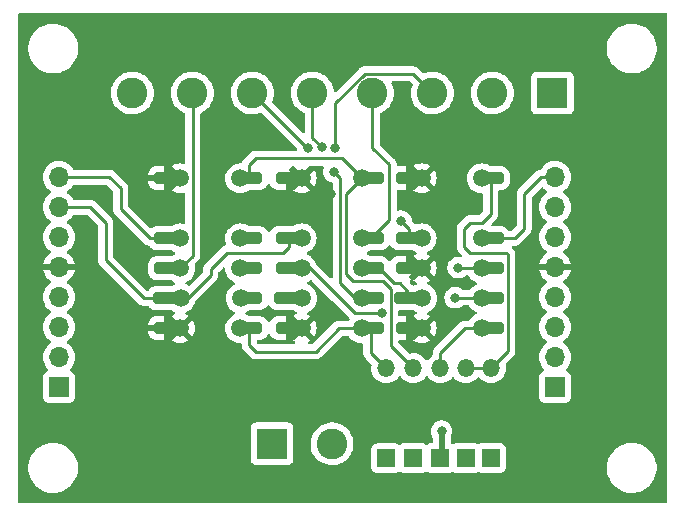
<source format=gbr>
%TF.GenerationSoftware,KiCad,Pcbnew,(6.0.4)*%
%TF.CreationDate,2023-03-20T20:43:09+01:00*%
%TF.ProjectId,analogBlockModule,616e616c-6f67-4426-9c6f-636b4d6f6475,rev?*%
%TF.SameCoordinates,Original*%
%TF.FileFunction,Copper,L1,Top*%
%TF.FilePolarity,Positive*%
%FSLAX46Y46*%
G04 Gerber Fmt 4.6, Leading zero omitted, Abs format (unit mm)*
G04 Created by KiCad (PCBNEW (6.0.4)) date 2023-03-20 20:43:09*
%MOMM*%
%LPD*%
G01*
G04 APERTURE LIST*
G04 Aperture macros list*
%AMRoundRect*
0 Rectangle with rounded corners*
0 $1 Rounding radius*
0 $2 $3 $4 $5 $6 $7 $8 $9 X,Y pos of 4 corners*
0 Add a 4 corners polygon primitive as box body*
4,1,4,$2,$3,$4,$5,$6,$7,$8,$9,$2,$3,0*
0 Add four circle primitives for the rounded corners*
1,1,$1+$1,$2,$3*
1,1,$1+$1,$4,$5*
1,1,$1+$1,$6,$7*
1,1,$1+$1,$8,$9*
0 Add four rect primitives between the rounded corners*
20,1,$1+$1,$2,$3,$4,$5,0*
20,1,$1+$1,$4,$5,$6,$7,0*
20,1,$1+$1,$6,$7,$8,$9,0*
20,1,$1+$1,$8,$9,$2,$3,0*%
G04 Aperture macros list end*
%TA.AperFunction,ComponentPad*%
%ADD10R,2.600000X2.600000*%
%TD*%
%TA.AperFunction,ComponentPad*%
%ADD11C,2.600000*%
%TD*%
%TA.AperFunction,ComponentPad*%
%ADD12R,1.500000X1.500000*%
%TD*%
%TA.AperFunction,ComponentPad*%
%ADD13O,1.500000X1.500000*%
%TD*%
%TA.AperFunction,SMDPad,CuDef*%
%ADD14RoundRect,0.250000X-0.855000X0.250000X-0.855000X-0.250000X0.855000X-0.250000X0.855000X0.250000X0*%
%TD*%
%TA.AperFunction,ComponentPad*%
%ADD15C,1.500000*%
%TD*%
%TA.AperFunction,ComponentPad*%
%ADD16R,1.700000X1.700000*%
%TD*%
%TA.AperFunction,ComponentPad*%
%ADD17O,1.700000X1.700000*%
%TD*%
%TA.AperFunction,ViaPad*%
%ADD18C,0.800000*%
%TD*%
%TA.AperFunction,Conductor*%
%ADD19C,0.500000*%
%TD*%
%TA.AperFunction,Conductor*%
%ADD20C,0.250000*%
%TD*%
G04 APERTURE END LIST*
D10*
%TO.P,J2,1,Pin_1*%
%TO.N,/downLine1*%
X161280000Y-83769000D03*
D11*
%TO.P,J2,2,Pin_2*%
%TO.N,/V-*%
X156200000Y-83769000D03*
%TO.P,J2,3,Pin_3*%
%TO.N,/redSignal*%
X151120000Y-83769000D03*
%TO.P,J2,4,Pin_4*%
%TO.N,/yellowSignal*%
X146040000Y-83769000D03*
%TO.P,J2,5,Pin_5*%
%TO.N,/greenSignal*%
X140960000Y-83769000D03*
%TO.P,J2,6,Pin_6*%
%TO.N,/stop*%
X135880000Y-83769000D03*
%TO.P,J2,7,Pin_7*%
%TO.N,/approach*%
X130800000Y-83769000D03*
%TO.P,J2,8,Pin_8*%
%TO.N,/leftTrack*%
X125720000Y-83769000D03*
%TD*%
D12*
%TO.P,D1,1,K*%
%TO.N,/downLine2*%
X147193000Y-114690000D03*
D13*
%TO.P,D1,2,A*%
%TO.N,Net-(D1-Pad2)*%
X147193000Y-107070000D03*
%TD*%
D14*
%TO.P,U1,1,Set+*%
%TO.N,/V+*%
X149092200Y-90977000D03*
D15*
X150197200Y-90977000D03*
%TO.P,U1,3,NC1*%
%TO.N,/greenSignal*%
X150197200Y-96057000D03*
D14*
X149092200Y-96057000D03*
%TO.P,U1,4,SW1*%
%TO.N,/V+*%
X149092200Y-98597000D03*
D15*
X150197200Y-98597000D03*
D14*
%TO.P,U1,5,NO1*%
%TO.N,Net-(U1-Pad5)*%
X149002200Y-101137000D03*
D15*
X150235200Y-101137000D03*
%TO.P,U1,6,Reset+*%
%TO.N,/V+*%
X150197200Y-103677000D03*
D14*
X149092200Y-103677000D03*
D15*
%TO.P,U1,7,Reset-*%
%TO.N,Net-(D6-Pad2)*%
X155277200Y-103677000D03*
D14*
X156051800Y-103677000D03*
%TO.P,U1,8,NO2*%
%TO.N,Net-(U1-Pad8)*%
X156051800Y-101137000D03*
D15*
X155315200Y-101137000D03*
%TO.P,U1,9,SW2*%
%TO.N,/stop*%
X155277200Y-98597000D03*
D14*
X156051800Y-98597000D03*
D15*
%TO.P,U1,10,NC2*%
%TO.N,/PWM_FAST*%
X155277200Y-96057000D03*
D14*
X156051800Y-96057000D03*
%TO.P,U1,12,Set-*%
%TO.N,Net-(D7-Pad2)*%
X156051800Y-90977000D03*
D15*
X155277200Y-90977000D03*
%TD*%
D16*
%TO.P,J1,1,Pin_1*%
%TO.N,/downLine1*%
X119500000Y-108660000D03*
D17*
%TO.P,J1,2,Pin_2*%
%TO.N,/downLine2*%
X119500000Y-106120000D03*
%TO.P,J1,3,Pin_3*%
%TO.N,/V-*%
X119500000Y-103580000D03*
%TO.P,J1,4,Pin_4*%
X119500000Y-101040000D03*
%TO.P,J1,5,Pin_5*%
%TO.N,/V+*%
X119500000Y-98500000D03*
%TO.P,J1,6,Pin_6*%
%TO.N,/leftTrack*%
X119500000Y-95960000D03*
%TO.P,J1,7,Pin_7*%
%TO.N,/PWM_SLOW*%
X119500000Y-93420000D03*
%TO.P,J1,8,Pin_8*%
%TO.N,/PWM_FAST*%
X119500000Y-90880000D03*
%TD*%
D12*
%TO.P,D5,1,K*%
%TO.N,/downLine1*%
X149479000Y-114681000D03*
D13*
%TO.P,D5,2,A*%
%TO.N,Net-(D5-Pad2)*%
X149479000Y-107061000D03*
%TD*%
D16*
%TO.P,J4,1,Pin_1*%
%TO.N,/downLine2*%
X161500000Y-108660000D03*
D17*
%TO.P,J4,2,Pin_2*%
%TO.N,/upLine2*%
X161500000Y-106120000D03*
%TO.P,J4,3,Pin_3*%
%TO.N,/V-*%
X161500000Y-103580000D03*
%TO.P,J4,4,Pin_4*%
X161500000Y-101040000D03*
%TO.P,J4,5,Pin_5*%
%TO.N,/V+*%
X161500000Y-98500000D03*
%TO.P,J4,6,Pin_6*%
%TO.N,/leftTrack*%
X161500000Y-95960000D03*
%TO.P,J4,7,Pin_7*%
%TO.N,/PWM_SLOW*%
X161500000Y-93420000D03*
%TO.P,J4,8,Pin_8*%
%TO.N,/PWM_FAST*%
X161500000Y-90880000D03*
%TD*%
D12*
%TO.P,D6,1,K*%
%TO.N,/upLine2*%
X151765000Y-114681000D03*
D13*
%TO.P,D6,2,A*%
%TO.N,Net-(D6-Pad2)*%
X151765000Y-107061000D03*
%TD*%
D12*
%TO.P,D7,1,K*%
%TO.N,/downLine1*%
X153924000Y-114676000D03*
D13*
%TO.P,D7,2,A*%
%TO.N,Net-(D7-Pad2)*%
X153924000Y-107056000D03*
%TD*%
D12*
%TO.P,D8,1,K*%
%TO.N,/downLine2*%
X156072000Y-114676000D03*
D13*
%TO.P,D8,2,A*%
%TO.N,Net-(D7-Pad2)*%
X156072000Y-107056000D03*
%TD*%
D10*
%TO.P,J3,1,Pin_1*%
%TO.N,/downLine2*%
X137536000Y-113462000D03*
D11*
%TO.P,J3,2,Pin_2*%
%TO.N,/V-*%
X142616000Y-113462000D03*
%TD*%
D14*
%TO.P,U3,1,Set+*%
%TO.N,/V+*%
X138932200Y-90977000D03*
D15*
X140037200Y-90977000D03*
%TO.P,U3,3,NC1*%
%TO.N,/PWM_SLOW*%
X140037200Y-96057000D03*
D14*
X138932200Y-96057000D03*
D15*
%TO.P,U3,4,SW1*%
%TO.N,Net-(U1-Pad8)*%
X140037200Y-98597000D03*
D14*
X138932200Y-98597000D03*
%TO.P,U3,5,NO1*%
%TO.N,/OFF*%
X138842200Y-101137000D03*
D15*
X140075200Y-101137000D03*
D14*
%TO.P,U3,6,Reset+*%
%TO.N,/V+*%
X138932200Y-103677000D03*
D15*
X140037200Y-103677000D03*
%TO.P,U3,7,Reset-*%
%TO.N,Net-(D1-Pad2)*%
X145117200Y-103677000D03*
D14*
X145891800Y-103677000D03*
%TO.P,U3,8,NO2*%
%TO.N,/redSignal*%
X145891800Y-101137000D03*
D15*
X145155200Y-101137000D03*
D14*
%TO.P,U3,9,SW2*%
%TO.N,Net-(U1-Pad5)*%
X145891800Y-98597000D03*
D15*
X145117200Y-98597000D03*
%TO.P,U3,10,NC2*%
%TO.N,/yellowSignal*%
X145117200Y-96057000D03*
D14*
X145891800Y-96057000D03*
D15*
%TO.P,U3,12,Set-*%
%TO.N,Net-(D5-Pad2)*%
X145117200Y-90977000D03*
D14*
X145891800Y-90977000D03*
%TD*%
D15*
%TO.P,U2,1,Set+*%
%TO.N,/V+*%
X129750200Y-90977000D03*
D14*
X128645200Y-90977000D03*
D15*
%TO.P,U2,3,NC1*%
%TO.N,/PWM_FAST*%
X129750200Y-96057000D03*
D14*
X128645200Y-96057000D03*
D15*
%TO.P,U2,4,SW1*%
%TO.N,/approach*%
X129750200Y-98597000D03*
D14*
X128645200Y-98597000D03*
%TO.P,U2,5,NO1*%
%TO.N,/PWM_SLOW*%
X128555200Y-101137000D03*
D15*
X129788200Y-101137000D03*
D14*
%TO.P,U2,6,Reset+*%
%TO.N,/V+*%
X128645200Y-103677000D03*
D15*
X129750200Y-103677000D03*
%TO.P,U2,7,Reset-*%
%TO.N,Net-(D1-Pad2)*%
X134830200Y-103677000D03*
D14*
X135604800Y-103677000D03*
D15*
%TO.P,U2,8,NO2*%
%TO.N,unconnected-(U2-Pad8)*%
X134868200Y-101137000D03*
D14*
X135604800Y-101137000D03*
D15*
%TO.P,U2,9,SW2*%
%TO.N,unconnected-(U2-Pad9)*%
X134830200Y-98597000D03*
D14*
X135604800Y-98597000D03*
%TO.P,U2,10,NC2*%
%TO.N,unconnected-(U2-Pad10)*%
X135604800Y-96057000D03*
D15*
X134830200Y-96057000D03*
%TO.P,U2,12,Set-*%
%TO.N,Net-(D5-Pad2)*%
X134830200Y-90977000D03*
D14*
X135604800Y-90977000D03*
%TD*%
D18*
%TO.N,/upLine2*%
X151892000Y-112395000D03*
%TO.N,/V+*%
X149352000Y-110363000D03*
X126873000Y-92837000D03*
X158750000Y-104521000D03*
X123952000Y-103251000D03*
X138303000Y-80264000D03*
X142494000Y-92329000D03*
X119253000Y-111252000D03*
X150368000Y-117729000D03*
X141986000Y-102997000D03*
X167386000Y-105918000D03*
X125730000Y-97536000D03*
X160782000Y-80010000D03*
X153543000Y-84328000D03*
X135255000Y-107061000D03*
X132588000Y-94742000D03*
X168402000Y-87630000D03*
X142113000Y-98171000D03*
X137668000Y-93472000D03*
X128016000Y-80645000D03*
X158877000Y-99187000D03*
X154051000Y-80010000D03*
X151511000Y-99822000D03*
X132461000Y-89154000D03*
X144399000Y-106553000D03*
X153035000Y-89154000D03*
X132588000Y-102108000D03*
X133096000Y-115316000D03*
X124968000Y-115697000D03*
X147320000Y-110617000D03*
X153035000Y-91186000D03*
X167386000Y-98171000D03*
X119761000Y-84836000D03*
X131826000Y-106172000D03*
X162433000Y-117348000D03*
%TO.N,/stop*%
X153289000Y-98552000D03*
X140589000Y-88392000D03*
%TO.N,/greenSignal*%
X148463000Y-94615000D03*
X141732000Y-88352500D03*
%TO.N,/redSignal*%
X142875000Y-88392000D03*
X142748000Y-90424000D03*
%TO.N,Net-(U1-Pad8)*%
X153035000Y-101092000D03*
X146812000Y-102362000D03*
%TD*%
D19*
%TO.N,/upLine2*%
X151892000Y-112395000D02*
X151892000Y-114554000D01*
X151892000Y-114554000D02*
X151765000Y-114681000D01*
D20*
%TO.N,/PWM_SLOW*%
X123444000Y-97917000D02*
X123444000Y-94742000D01*
X128555200Y-101137000D02*
X126664000Y-101137000D01*
X138932200Y-96779800D02*
X138932200Y-96057000D01*
X122122000Y-93420000D02*
X119500000Y-93420000D01*
X133731000Y-97282000D02*
X138430000Y-97282000D01*
X132334000Y-99187000D02*
X132334000Y-98679000D01*
X128555200Y-101137000D02*
X130384000Y-101137000D01*
X123444000Y-94742000D02*
X122122000Y-93420000D01*
X132334000Y-98679000D02*
X133731000Y-97282000D01*
X138430000Y-97282000D02*
X138932200Y-96779800D01*
X126664000Y-101137000D02*
X123444000Y-97917000D01*
X130384000Y-101137000D02*
X132334000Y-99187000D01*
%TO.N,/PWM_FAST*%
X158877000Y-92329000D02*
X160326000Y-90880000D01*
X158070000Y-96057000D02*
X158877000Y-95250000D01*
X124714000Y-91821000D02*
X123773000Y-90880000D01*
X158877000Y-95250000D02*
X158877000Y-92329000D01*
X123773000Y-90880000D02*
X119500000Y-90880000D01*
X128645200Y-96057000D02*
X127172000Y-96057000D01*
X127172000Y-96057000D02*
X124714000Y-93599000D01*
X156051800Y-96057000D02*
X158070000Y-96057000D01*
X124714000Y-93599000D02*
X124714000Y-91821000D01*
X160326000Y-90880000D02*
X161500000Y-90880000D01*
%TO.N,/approach*%
X130824711Y-83793711D02*
X130800000Y-83769000D01*
X129750200Y-98597000D02*
X130824711Y-97522489D01*
X130824711Y-97522489D02*
X130824711Y-83793711D01*
%TO.N,/stop*%
X140503000Y-88392000D02*
X140589000Y-88392000D01*
X153289000Y-98552000D02*
X156006800Y-98552000D01*
X135880000Y-83769000D02*
X140503000Y-88392000D01*
X156006800Y-98552000D02*
X156051800Y-98597000D01*
%TO.N,/greenSignal*%
X149092200Y-95244200D02*
X148463000Y-94615000D01*
X149092200Y-96057000D02*
X149092200Y-95244200D01*
X141732000Y-88352500D02*
X140960000Y-87580500D01*
X140960000Y-87580500D02*
X140960000Y-83769000D01*
%TO.N,/yellowSignal*%
X147447000Y-89789000D02*
X147447000Y-94501800D01*
X146040000Y-83769000D02*
X146040000Y-88382000D01*
X147447000Y-94501800D02*
X145891800Y-96057000D01*
X146040000Y-88382000D02*
X147447000Y-89789000D01*
%TO.N,/redSignal*%
X142875000Y-88392000D02*
X142875000Y-84636593D01*
X143314480Y-90990480D02*
X142748000Y-90424000D01*
X145367104Y-82144489D02*
X149495489Y-82144489D01*
X145891800Y-101137000D02*
X144571000Y-101137000D01*
X143314480Y-99880480D02*
X143314480Y-90990480D01*
X144571000Y-101137000D02*
X143314480Y-99880480D01*
X149495489Y-82144489D02*
X151120000Y-83769000D01*
X142875000Y-84636593D02*
X145367104Y-82144489D01*
%TO.N,Net-(D1-Pad2)*%
X140716000Y-105664000D02*
X136144000Y-105664000D01*
X135604800Y-105124800D02*
X135604800Y-103677000D01*
X136144000Y-105664000D02*
X135604800Y-105124800D01*
X147193000Y-107070000D02*
X145891800Y-105768800D01*
X143211000Y-103677000D02*
X141224000Y-105664000D01*
X141224000Y-105664000D02*
X140716000Y-105664000D01*
X145891800Y-105768800D02*
X145891800Y-103677000D01*
X145117200Y-103677000D02*
X143211000Y-103677000D01*
X145891800Y-103677000D02*
X144354000Y-103677000D01*
%TO.N,Net-(D5-Pad2)*%
X145117200Y-90977000D02*
X143421200Y-89281000D01*
X135604800Y-89820200D02*
X136144000Y-89281000D01*
X149479000Y-107061000D02*
X147572680Y-105154680D01*
X143764000Y-92330200D02*
X143764000Y-92710000D01*
X145117200Y-90977000D02*
X143764000Y-92330200D01*
X136144000Y-89281000D02*
X142875000Y-89281000D01*
X147572680Y-105154680D02*
X147572680Y-100328680D01*
X135604800Y-90977000D02*
X135604800Y-89820200D01*
X147572680Y-100328680D02*
X146939000Y-99695000D01*
X143764000Y-99060000D02*
X143764000Y-92710000D01*
X144399000Y-99695000D02*
X143764000Y-99060000D01*
X146939000Y-99695000D02*
X144399000Y-99695000D01*
X143421200Y-89281000D02*
X142875000Y-89281000D01*
%TO.N,Net-(D6-Pad2)*%
X151765000Y-105791000D02*
X151765000Y-107061000D01*
X154641000Y-103677000D02*
X153879000Y-103677000D01*
X153879000Y-103677000D02*
X151765000Y-105791000D01*
X156051800Y-103677000D02*
X154641000Y-103677000D01*
X154006000Y-103677000D02*
X154641000Y-103677000D01*
%TO.N,Net-(D7-Pad2)*%
X157481320Y-105646680D02*
X157481320Y-97410320D01*
X154305000Y-97282000D02*
X153797000Y-96774000D01*
X154305000Y-94742000D02*
X155321000Y-94742000D01*
X153797000Y-96774000D02*
X153797000Y-95250000D01*
X153797000Y-107056000D02*
X156072000Y-107056000D01*
X156072000Y-107056000D02*
X157481320Y-105646680D01*
X156051800Y-94011200D02*
X156051800Y-90977000D01*
X153797000Y-95250000D02*
X154305000Y-94742000D01*
X155321000Y-94742000D02*
X156051800Y-94011200D01*
X157353000Y-97282000D02*
X154305000Y-97282000D01*
X157481320Y-97410320D02*
X157353000Y-97282000D01*
%TO.N,Net-(U1-Pad5)*%
X149002200Y-100488200D02*
X148336000Y-99822000D01*
X148336000Y-99822000D02*
X147828000Y-99822000D01*
X146603000Y-98597000D02*
X147828000Y-99822000D01*
X149002200Y-101137000D02*
X149002200Y-100488200D01*
X145891800Y-98597000D02*
X146603000Y-98597000D01*
%TO.N,Net-(U1-Pad8)*%
X144272000Y-102108000D02*
X144526000Y-102362000D01*
X153035000Y-101092000D02*
X156006800Y-101092000D01*
X140761000Y-98597000D02*
X143129000Y-100965000D01*
X144526000Y-102362000D02*
X146812000Y-102362000D01*
X156006800Y-101092000D02*
X156051800Y-101137000D01*
X143129000Y-100965000D02*
X144272000Y-102108000D01*
X138932200Y-98597000D02*
X140761000Y-98597000D01*
%TD*%
%TA.AperFunction,Conductor*%
%TO.N,/V+*%
G36*
X170933621Y-77028502D02*
G01*
X170980114Y-77082158D01*
X170991500Y-77134500D01*
X170991500Y-118365500D01*
X170971498Y-118433621D01*
X170917842Y-118480114D01*
X170865500Y-118491500D01*
X116134500Y-118491500D01*
X116066379Y-118471498D01*
X116019886Y-118417842D01*
X116008500Y-118365500D01*
X116008500Y-115632703D01*
X116890743Y-115632703D01*
X116891302Y-115636947D01*
X116891302Y-115636951D01*
X116906788Y-115754580D01*
X116928268Y-115917734D01*
X116929401Y-115921874D01*
X116929401Y-115921876D01*
X116934197Y-115939406D01*
X117004129Y-116195036D01*
X117116923Y-116459476D01*
X117264561Y-116706161D01*
X117444313Y-116930528D01*
X117652851Y-117128423D01*
X117886317Y-117296186D01*
X117890112Y-117298195D01*
X117890113Y-117298196D01*
X117911869Y-117309715D01*
X118140392Y-117430712D01*
X118410373Y-117529511D01*
X118691264Y-117590755D01*
X118719841Y-117593004D01*
X118914282Y-117608307D01*
X118914291Y-117608307D01*
X118916739Y-117608500D01*
X119072271Y-117608500D01*
X119074407Y-117608354D01*
X119074418Y-117608354D01*
X119282548Y-117594165D01*
X119282554Y-117594164D01*
X119286825Y-117593873D01*
X119291020Y-117593004D01*
X119291022Y-117593004D01*
X119427584Y-117564723D01*
X119568342Y-117535574D01*
X119839343Y-117439607D01*
X120094812Y-117307750D01*
X120098313Y-117305289D01*
X120098317Y-117305287D01*
X120212417Y-117225096D01*
X120330023Y-117142441D01*
X120540622Y-116946740D01*
X120722713Y-116724268D01*
X120872927Y-116479142D01*
X120988483Y-116215898D01*
X121067244Y-115939406D01*
X121107751Y-115654784D01*
X121107845Y-115636951D01*
X121108625Y-115488134D01*
X145934500Y-115488134D01*
X145941255Y-115550316D01*
X145992385Y-115686705D01*
X146079739Y-115803261D01*
X146196295Y-115890615D01*
X146332684Y-115941745D01*
X146394866Y-115948500D01*
X147991134Y-115948500D01*
X148053316Y-115941745D01*
X148189705Y-115890615D01*
X148266439Y-115833106D01*
X148332945Y-115808258D01*
X148402328Y-115823311D01*
X148417564Y-115833102D01*
X148482295Y-115881615D01*
X148618684Y-115932745D01*
X148680866Y-115939500D01*
X150277134Y-115939500D01*
X150339316Y-115932745D01*
X150475705Y-115881615D01*
X150488228Y-115872230D01*
X150546435Y-115828606D01*
X150612942Y-115803758D01*
X150682324Y-115818811D01*
X150697565Y-115828606D01*
X150755773Y-115872230D01*
X150768295Y-115881615D01*
X150904684Y-115932745D01*
X150966866Y-115939500D01*
X152563134Y-115939500D01*
X152625316Y-115932745D01*
X152761705Y-115881615D01*
X152768888Y-115876232D01*
X152768890Y-115876231D01*
X152772270Y-115873698D01*
X152776198Y-115872230D01*
X152776763Y-115871921D01*
X152776808Y-115872003D01*
X152838776Y-115848849D01*
X152908158Y-115863901D01*
X152916415Y-115869207D01*
X152920109Y-115871229D01*
X152927295Y-115876615D01*
X153063684Y-115927745D01*
X153125866Y-115934500D01*
X154722134Y-115934500D01*
X154784316Y-115927745D01*
X154920705Y-115876615D01*
X154927892Y-115871229D01*
X154935760Y-115866921D01*
X154937315Y-115869762D01*
X154988921Y-115850472D01*
X155058306Y-115865513D01*
X155061974Y-115867870D01*
X155068107Y-115871228D01*
X155075295Y-115876615D01*
X155211684Y-115927745D01*
X155273866Y-115934500D01*
X156870134Y-115934500D01*
X156932316Y-115927745D01*
X157068705Y-115876615D01*
X157185261Y-115789261D01*
X157272615Y-115672705D01*
X157287611Y-115632703D01*
X165890743Y-115632703D01*
X165891302Y-115636947D01*
X165891302Y-115636951D01*
X165906788Y-115754580D01*
X165928268Y-115917734D01*
X165929401Y-115921874D01*
X165929401Y-115921876D01*
X165934197Y-115939406D01*
X166004129Y-116195036D01*
X166116923Y-116459476D01*
X166264561Y-116706161D01*
X166444313Y-116930528D01*
X166652851Y-117128423D01*
X166886317Y-117296186D01*
X166890112Y-117298195D01*
X166890113Y-117298196D01*
X166911869Y-117309715D01*
X167140392Y-117430712D01*
X167410373Y-117529511D01*
X167691264Y-117590755D01*
X167719841Y-117593004D01*
X167914282Y-117608307D01*
X167914291Y-117608307D01*
X167916739Y-117608500D01*
X168072271Y-117608500D01*
X168074407Y-117608354D01*
X168074418Y-117608354D01*
X168282548Y-117594165D01*
X168282554Y-117594164D01*
X168286825Y-117593873D01*
X168291020Y-117593004D01*
X168291022Y-117593004D01*
X168427584Y-117564723D01*
X168568342Y-117535574D01*
X168839343Y-117439607D01*
X169094812Y-117307750D01*
X169098313Y-117305289D01*
X169098317Y-117305287D01*
X169212417Y-117225096D01*
X169330023Y-117142441D01*
X169540622Y-116946740D01*
X169722713Y-116724268D01*
X169872927Y-116479142D01*
X169988483Y-116215898D01*
X170067244Y-115939406D01*
X170107751Y-115654784D01*
X170107845Y-115636951D01*
X170109235Y-115371583D01*
X170109235Y-115371576D01*
X170109257Y-115367297D01*
X170097012Y-115274283D01*
X170072292Y-115086522D01*
X170071732Y-115082266D01*
X169995871Y-114804964D01*
X169976074Y-114758550D01*
X169884763Y-114544476D01*
X169884761Y-114544472D01*
X169883077Y-114540524D01*
X169755502Y-114327361D01*
X169737643Y-114297521D01*
X169737640Y-114297517D01*
X169735439Y-114293839D01*
X169555687Y-114069472D01*
X169368529Y-113891866D01*
X169350258Y-113874527D01*
X169350255Y-113874525D01*
X169347149Y-113871577D01*
X169113683Y-113703814D01*
X169091843Y-113692250D01*
X169053803Y-113672109D01*
X168859608Y-113569288D01*
X168655981Y-113494771D01*
X168593658Y-113471964D01*
X168593656Y-113471963D01*
X168589627Y-113470489D01*
X168308736Y-113409245D01*
X168277685Y-113406801D01*
X168085718Y-113391693D01*
X168085709Y-113391693D01*
X168083261Y-113391500D01*
X167927729Y-113391500D01*
X167925593Y-113391646D01*
X167925582Y-113391646D01*
X167717452Y-113405835D01*
X167717446Y-113405836D01*
X167713175Y-113406127D01*
X167708980Y-113406996D01*
X167708978Y-113406996D01*
X167613792Y-113426708D01*
X167431658Y-113464426D01*
X167160657Y-113560393D01*
X167156848Y-113562359D01*
X166944211Y-113672109D01*
X166905188Y-113692250D01*
X166901687Y-113694711D01*
X166901683Y-113694713D01*
X166891594Y-113701804D01*
X166669977Y-113857559D01*
X166459378Y-114053260D01*
X166277287Y-114275732D01*
X166127073Y-114520858D01*
X166011517Y-114784102D01*
X166010342Y-114788229D01*
X166010341Y-114788230D01*
X165984281Y-114879715D01*
X165932756Y-115060594D01*
X165892249Y-115345216D01*
X165892227Y-115349505D01*
X165892226Y-115349512D01*
X165890765Y-115628417D01*
X165890743Y-115632703D01*
X157287611Y-115632703D01*
X157323745Y-115536316D01*
X157330500Y-115474134D01*
X157330500Y-113877866D01*
X157323745Y-113815684D01*
X157272615Y-113679295D01*
X157185261Y-113562739D01*
X157068705Y-113475385D01*
X156932316Y-113424255D01*
X156870134Y-113417500D01*
X155273866Y-113417500D01*
X155211684Y-113424255D01*
X155075295Y-113475385D01*
X155068108Y-113480771D01*
X155060240Y-113485079D01*
X155058685Y-113482238D01*
X155007079Y-113501528D01*
X154937694Y-113486487D01*
X154934026Y-113484130D01*
X154927893Y-113480772D01*
X154920705Y-113475385D01*
X154784316Y-113424255D01*
X154722134Y-113417500D01*
X153125866Y-113417500D01*
X153063684Y-113424255D01*
X152927295Y-113475385D01*
X152920114Y-113480767D01*
X152920110Y-113480769D01*
X152916730Y-113483302D01*
X152912802Y-113484770D01*
X152912237Y-113485079D01*
X152912192Y-113484997D01*
X152850224Y-113508151D01*
X152780842Y-113493099D01*
X152772585Y-113487793D01*
X152768891Y-113485770D01*
X152761705Y-113480385D01*
X152732269Y-113469350D01*
X152675505Y-113426708D01*
X152650806Y-113360146D01*
X152650500Y-113351368D01*
X152650500Y-112931999D01*
X152667381Y-112868999D01*
X152723223Y-112772279D01*
X152723224Y-112772278D01*
X152726527Y-112766556D01*
X152785542Y-112584928D01*
X152800334Y-112444195D01*
X152804814Y-112401565D01*
X152805504Y-112395000D01*
X152789259Y-112240437D01*
X152786232Y-112211635D01*
X152786232Y-112211633D01*
X152785542Y-112205072D01*
X152726527Y-112023444D01*
X152631040Y-111858056D01*
X152559915Y-111779063D01*
X152507675Y-111721045D01*
X152507674Y-111721044D01*
X152503253Y-111716134D01*
X152348752Y-111603882D01*
X152342724Y-111601198D01*
X152342722Y-111601197D01*
X152180319Y-111528891D01*
X152180318Y-111528891D01*
X152174288Y-111526206D01*
X152080888Y-111506353D01*
X151993944Y-111487872D01*
X151993939Y-111487872D01*
X151987487Y-111486500D01*
X151796513Y-111486500D01*
X151790061Y-111487872D01*
X151790056Y-111487872D01*
X151703112Y-111506353D01*
X151609712Y-111526206D01*
X151603682Y-111528891D01*
X151603681Y-111528891D01*
X151441278Y-111601197D01*
X151441276Y-111601198D01*
X151435248Y-111603882D01*
X151280747Y-111716134D01*
X151276326Y-111721044D01*
X151276325Y-111721045D01*
X151224086Y-111779063D01*
X151152960Y-111858056D01*
X151057473Y-112023444D01*
X150998458Y-112205072D01*
X150997768Y-112211633D01*
X150997768Y-112211635D01*
X150994741Y-112240437D01*
X150978496Y-112395000D01*
X150979186Y-112401565D01*
X150983667Y-112444195D01*
X150998458Y-112584928D01*
X151057473Y-112766556D01*
X151060776Y-112772278D01*
X151060777Y-112772279D01*
X151116619Y-112868999D01*
X151133500Y-112931999D01*
X151133500Y-113296500D01*
X151113498Y-113364621D01*
X151059842Y-113411114D01*
X151007500Y-113422500D01*
X150966866Y-113422500D01*
X150904684Y-113429255D01*
X150768295Y-113480385D01*
X150761110Y-113485770D01*
X150761108Y-113485771D01*
X150697565Y-113533394D01*
X150631058Y-113558242D01*
X150561676Y-113543189D01*
X150546435Y-113533394D01*
X150482892Y-113485771D01*
X150482890Y-113485770D01*
X150475705Y-113480385D01*
X150339316Y-113429255D01*
X150277134Y-113422500D01*
X148680866Y-113422500D01*
X148618684Y-113429255D01*
X148482295Y-113480385D01*
X148465331Y-113493099D01*
X148405561Y-113537894D01*
X148339055Y-113562742D01*
X148269672Y-113547689D01*
X148254436Y-113537898D01*
X148189705Y-113489385D01*
X148053316Y-113438255D01*
X147991134Y-113431500D01*
X146394866Y-113431500D01*
X146332684Y-113438255D01*
X146196295Y-113489385D01*
X146079739Y-113576739D01*
X145992385Y-113693295D01*
X145941255Y-113829684D01*
X145934500Y-113891866D01*
X145934500Y-115488134D01*
X121108625Y-115488134D01*
X121109235Y-115371583D01*
X121109235Y-115371576D01*
X121109257Y-115367297D01*
X121097012Y-115274283D01*
X121072292Y-115086522D01*
X121071732Y-115082266D01*
X120997285Y-114810134D01*
X135727500Y-114810134D01*
X135734255Y-114872316D01*
X135785385Y-115008705D01*
X135872739Y-115125261D01*
X135989295Y-115212615D01*
X136125684Y-115263745D01*
X136187866Y-115270500D01*
X138884134Y-115270500D01*
X138946316Y-115263745D01*
X139082705Y-115212615D01*
X139199261Y-115125261D01*
X139286615Y-115008705D01*
X139337745Y-114872316D01*
X139344500Y-114810134D01*
X139344500Y-113414526D01*
X140803050Y-113414526D01*
X140803274Y-113419192D01*
X140803274Y-113419197D01*
X140807229Y-113501528D01*
X140815947Y-113683019D01*
X140868388Y-113946656D01*
X140959220Y-114199646D01*
X141086450Y-114436431D01*
X141089241Y-114440168D01*
X141089245Y-114440175D01*
X141164180Y-114540524D01*
X141247281Y-114651810D01*
X141250590Y-114655090D01*
X141250595Y-114655096D01*
X141434863Y-114837762D01*
X141438180Y-114841050D01*
X141441942Y-114843808D01*
X141441945Y-114843811D01*
X141490912Y-114879715D01*
X141654954Y-114999995D01*
X141659089Y-115002171D01*
X141659093Y-115002173D01*
X141888698Y-115122975D01*
X141892840Y-115125154D01*
X142146613Y-115213775D01*
X142151206Y-115214647D01*
X142406109Y-115263042D01*
X142406112Y-115263042D01*
X142410698Y-115263913D01*
X142538370Y-115268929D01*
X142674625Y-115274283D01*
X142674630Y-115274283D01*
X142679293Y-115274466D01*
X142783607Y-115263042D01*
X142941844Y-115245713D01*
X142941850Y-115245712D01*
X142946497Y-115245203D01*
X143058302Y-115215767D01*
X143201918Y-115177956D01*
X143201920Y-115177955D01*
X143206441Y-115176765D01*
X143313795Y-115130642D01*
X143449120Y-115072502D01*
X143449122Y-115072501D01*
X143453414Y-115070657D01*
X143572071Y-114997230D01*
X143678017Y-114931669D01*
X143678021Y-114931666D01*
X143681990Y-114929210D01*
X143887149Y-114755530D01*
X144064382Y-114553434D01*
X144082806Y-114524792D01*
X144207269Y-114331291D01*
X144209797Y-114327361D01*
X144320199Y-114082278D01*
X144357209Y-113951051D01*
X144391893Y-113828072D01*
X144391894Y-113828069D01*
X144393163Y-113823568D01*
X144410119Y-113690285D01*
X144426688Y-113560045D01*
X144426688Y-113560041D01*
X144427086Y-113556915D01*
X144427446Y-113543189D01*
X144428930Y-113486487D01*
X144429571Y-113462000D01*
X144409650Y-113193937D01*
X144350327Y-112931763D01*
X144252902Y-112681238D01*
X144119518Y-112447864D01*
X143953105Y-112236769D01*
X143757317Y-112052591D01*
X143559407Y-111915295D01*
X143540299Y-111902039D01*
X143540296Y-111902037D01*
X143536457Y-111899374D01*
X143532264Y-111897306D01*
X143299564Y-111782551D01*
X143299561Y-111782550D01*
X143295376Y-111780486D01*
X143247745Y-111765239D01*
X143069657Y-111708233D01*
X143039370Y-111698538D01*
X143034763Y-111697788D01*
X143034760Y-111697787D01*
X142821337Y-111663029D01*
X142774063Y-111655330D01*
X142643719Y-111653624D01*
X142509961Y-111651873D01*
X142509958Y-111651873D01*
X142505284Y-111651812D01*
X142238937Y-111688060D01*
X141980874Y-111763278D01*
X141736763Y-111875815D01*
X141732854Y-111878378D01*
X141515881Y-112020631D01*
X141515876Y-112020635D01*
X141511968Y-112023197D01*
X141508476Y-112026314D01*
X141315229Y-112198794D01*
X141311426Y-112202188D01*
X141139544Y-112408854D01*
X141137121Y-112412847D01*
X141028890Y-112591206D01*
X141000096Y-112638656D01*
X140896148Y-112886545D01*
X140829981Y-113147077D01*
X140803050Y-113414526D01*
X139344500Y-113414526D01*
X139344500Y-112113866D01*
X139337745Y-112051684D01*
X139286615Y-111915295D01*
X139199261Y-111798739D01*
X139082705Y-111711385D01*
X138946316Y-111660255D01*
X138884134Y-111653500D01*
X136187866Y-111653500D01*
X136125684Y-111660255D01*
X135989295Y-111711385D01*
X135872739Y-111798739D01*
X135785385Y-111915295D01*
X135734255Y-112051684D01*
X135727500Y-112113866D01*
X135727500Y-114810134D01*
X120997285Y-114810134D01*
X120995871Y-114804964D01*
X120976074Y-114758550D01*
X120884763Y-114544476D01*
X120884761Y-114544472D01*
X120883077Y-114540524D01*
X120755502Y-114327361D01*
X120737643Y-114297521D01*
X120737640Y-114297517D01*
X120735439Y-114293839D01*
X120555687Y-114069472D01*
X120368529Y-113891866D01*
X120350258Y-113874527D01*
X120350255Y-113874525D01*
X120347149Y-113871577D01*
X120113683Y-113703814D01*
X120091843Y-113692250D01*
X120053803Y-113672109D01*
X119859608Y-113569288D01*
X119655981Y-113494771D01*
X119593658Y-113471964D01*
X119593656Y-113471963D01*
X119589627Y-113470489D01*
X119308736Y-113409245D01*
X119277685Y-113406801D01*
X119085718Y-113391693D01*
X119085709Y-113391693D01*
X119083261Y-113391500D01*
X118927729Y-113391500D01*
X118925593Y-113391646D01*
X118925582Y-113391646D01*
X118717452Y-113405835D01*
X118717446Y-113405836D01*
X118713175Y-113406127D01*
X118708980Y-113406996D01*
X118708978Y-113406996D01*
X118613792Y-113426708D01*
X118431658Y-113464426D01*
X118160657Y-113560393D01*
X118156848Y-113562359D01*
X117944211Y-113672109D01*
X117905188Y-113692250D01*
X117901687Y-113694711D01*
X117901683Y-113694713D01*
X117891594Y-113701804D01*
X117669977Y-113857559D01*
X117459378Y-114053260D01*
X117277287Y-114275732D01*
X117127073Y-114520858D01*
X117011517Y-114784102D01*
X117010342Y-114788229D01*
X117010341Y-114788230D01*
X116984281Y-114879715D01*
X116932756Y-115060594D01*
X116892249Y-115345216D01*
X116892227Y-115349505D01*
X116892226Y-115349512D01*
X116890765Y-115628417D01*
X116890743Y-115632703D01*
X116008500Y-115632703D01*
X116008500Y-106086695D01*
X118137251Y-106086695D01*
X118137548Y-106091848D01*
X118137548Y-106091851D01*
X118148757Y-106286256D01*
X118150110Y-106309715D01*
X118151247Y-106314761D01*
X118151248Y-106314767D01*
X118169489Y-106395704D01*
X118199222Y-106527639D01*
X118283266Y-106734616D01*
X118399987Y-106925088D01*
X118546250Y-107093938D01*
X118550230Y-107097242D01*
X118554981Y-107101187D01*
X118594616Y-107160090D01*
X118596113Y-107231071D01*
X118558997Y-107291593D01*
X118518724Y-107316112D01*
X118403295Y-107359385D01*
X118286739Y-107446739D01*
X118199385Y-107563295D01*
X118148255Y-107699684D01*
X118141500Y-107761866D01*
X118141500Y-109558134D01*
X118148255Y-109620316D01*
X118199385Y-109756705D01*
X118286739Y-109873261D01*
X118403295Y-109960615D01*
X118539684Y-110011745D01*
X118601866Y-110018500D01*
X120398134Y-110018500D01*
X120460316Y-110011745D01*
X120596705Y-109960615D01*
X120713261Y-109873261D01*
X120800615Y-109756705D01*
X120851745Y-109620316D01*
X120858500Y-109558134D01*
X120858500Y-107761866D01*
X120851745Y-107699684D01*
X120800615Y-107563295D01*
X120713261Y-107446739D01*
X120596705Y-107359385D01*
X120584132Y-107354672D01*
X120478203Y-107314960D01*
X120421439Y-107272318D01*
X120396739Y-107205756D01*
X120411947Y-107136408D01*
X120433493Y-107107727D01*
X120534435Y-107007137D01*
X120538096Y-107003489D01*
X120597594Y-106920689D01*
X120665435Y-106826277D01*
X120668453Y-106822077D01*
X120767430Y-106621811D01*
X120832370Y-106408069D01*
X120861529Y-106186590D01*
X120861611Y-106183240D01*
X120863074Y-106123365D01*
X120863074Y-106123361D01*
X120863156Y-106120000D01*
X120844852Y-105897361D01*
X120790431Y-105680702D01*
X120701354Y-105475840D01*
X120603585Y-105324712D01*
X120582822Y-105292617D01*
X120582820Y-105292614D01*
X120580014Y-105288277D01*
X120429670Y-105123051D01*
X120425619Y-105119852D01*
X120425615Y-105119848D01*
X120258414Y-104987800D01*
X120258410Y-104987798D01*
X120254359Y-104984598D01*
X120213053Y-104961796D01*
X120163084Y-104911364D01*
X120148312Y-104841921D01*
X120173428Y-104775516D01*
X120200780Y-104748909D01*
X120249695Y-104714018D01*
X129048555Y-104714018D01*
X129060994Y-104722509D01*
X129073888Y-104739176D01*
X129114288Y-104767464D01*
X129123784Y-104772947D01*
X129313313Y-104861326D01*
X129323605Y-104865072D01*
X129525601Y-104919196D01*
X129536396Y-104921099D01*
X129744725Y-104939326D01*
X129755675Y-104939326D01*
X129964004Y-104921099D01*
X129974799Y-104919196D01*
X130176795Y-104865072D01*
X130187087Y-104861326D01*
X130376616Y-104772947D01*
X130386112Y-104767464D01*
X130427348Y-104738590D01*
X130435723Y-104728112D01*
X130428657Y-104714668D01*
X129763011Y-104049021D01*
X129749068Y-104041408D01*
X129747234Y-104041539D01*
X129740620Y-104045790D01*
X129101065Y-104685346D01*
X129048555Y-104714018D01*
X120249695Y-104714018D01*
X120261634Y-104705502D01*
X120379860Y-104621173D01*
X120538096Y-104463489D01*
X120583500Y-104400303D01*
X120665435Y-104286277D01*
X120668453Y-104282077D01*
X120687379Y-104243784D01*
X120765136Y-104086453D01*
X120765137Y-104086451D01*
X120767430Y-104081811D01*
X120800157Y-103974095D01*
X127032201Y-103974095D01*
X127032538Y-103980614D01*
X127042457Y-104076206D01*
X127045349Y-104089600D01*
X127096788Y-104243784D01*
X127102961Y-104256962D01*
X127188263Y-104394807D01*
X127197299Y-104406208D01*
X127312029Y-104520739D01*
X127323440Y-104529751D01*
X127461443Y-104614816D01*
X127474624Y-104620963D01*
X127628910Y-104672138D01*
X127642286Y-104675005D01*
X127736638Y-104684672D01*
X127743054Y-104685000D01*
X128373085Y-104684999D01*
X128388324Y-104680524D01*
X128389529Y-104679134D01*
X128391053Y-104672128D01*
X128900740Y-104672128D01*
X128903675Y-104682123D01*
X128905065Y-104683328D01*
X128907972Y-104683960D01*
X128918438Y-104680887D01*
X128912011Y-104674460D01*
X128901924Y-104668953D01*
X128900740Y-104672128D01*
X128391053Y-104672128D01*
X128391200Y-104671451D01*
X128391200Y-104150674D01*
X128899200Y-104150674D01*
X128902437Y-104161699D01*
X128909528Y-104158461D01*
X129378179Y-103689811D01*
X129384556Y-103678132D01*
X130114608Y-103678132D01*
X130114739Y-103679966D01*
X130118990Y-103686580D01*
X130788591Y-104356180D01*
X130800361Y-104362607D01*
X130812376Y-104353311D01*
X130840666Y-104312907D01*
X130846146Y-104303417D01*
X130934526Y-104113887D01*
X130938272Y-104103595D01*
X130992396Y-103901599D01*
X130994299Y-103890804D01*
X131012526Y-103682475D01*
X131012526Y-103671525D01*
X130994299Y-103463196D01*
X130992396Y-103452401D01*
X130938272Y-103250405D01*
X130934526Y-103240113D01*
X130846146Y-103050583D01*
X130840666Y-103041093D01*
X130811789Y-102999851D01*
X130801313Y-102991477D01*
X130787866Y-102998545D01*
X130122221Y-103664189D01*
X130114608Y-103678132D01*
X129384556Y-103678132D01*
X129385792Y-103675868D01*
X129385661Y-103674034D01*
X129381410Y-103667420D01*
X128912008Y-103198019D01*
X128901924Y-103192512D01*
X128899200Y-103199815D01*
X128899200Y-104150674D01*
X128391200Y-104150674D01*
X128391200Y-103949115D01*
X128386725Y-103933876D01*
X128385335Y-103932671D01*
X128377652Y-103931000D01*
X127050316Y-103931000D01*
X127035077Y-103935475D01*
X127033872Y-103936865D01*
X127032201Y-103944548D01*
X127032201Y-103974095D01*
X120800157Y-103974095D01*
X120832370Y-103868069D01*
X120861529Y-103646590D01*
X120863156Y-103580000D01*
X120848759Y-103404885D01*
X127032200Y-103404885D01*
X127036675Y-103420124D01*
X127038065Y-103421329D01*
X127045748Y-103423000D01*
X128373085Y-103423000D01*
X128388324Y-103418525D01*
X128389529Y-103417135D01*
X128391200Y-103409452D01*
X128391200Y-102687115D01*
X128388457Y-102677773D01*
X128900239Y-102677773D01*
X128902437Y-102685260D01*
X128909528Y-102682022D01*
X128918674Y-102672876D01*
X128916648Y-102672246D01*
X128912072Y-102670539D01*
X128902076Y-102673475D01*
X128900871Y-102674865D01*
X128900239Y-102677773D01*
X128388457Y-102677773D01*
X128386725Y-102671876D01*
X128385335Y-102670671D01*
X128377652Y-102669000D01*
X127743105Y-102669001D01*
X127736586Y-102669338D01*
X127640994Y-102679257D01*
X127627600Y-102682149D01*
X127473416Y-102733588D01*
X127460238Y-102739761D01*
X127322393Y-102825063D01*
X127310992Y-102834099D01*
X127196461Y-102948829D01*
X127187449Y-102960240D01*
X127102384Y-103098243D01*
X127096237Y-103111424D01*
X127045062Y-103265710D01*
X127042195Y-103279086D01*
X127032528Y-103373438D01*
X127032200Y-103379855D01*
X127032200Y-103404885D01*
X120848759Y-103404885D01*
X120844852Y-103357361D01*
X120790431Y-103140702D01*
X120701354Y-102935840D01*
X120580014Y-102748277D01*
X120429670Y-102583051D01*
X120425619Y-102579852D01*
X120425615Y-102579848D01*
X120258414Y-102447800D01*
X120258410Y-102447798D01*
X120254359Y-102444598D01*
X120213053Y-102421796D01*
X120163084Y-102371364D01*
X120148312Y-102301921D01*
X120173428Y-102235516D01*
X120200780Y-102208909D01*
X120261634Y-102165502D01*
X120379860Y-102081173D01*
X120538096Y-101923489D01*
X120579032Y-101866521D01*
X120665435Y-101746277D01*
X120668453Y-101742077D01*
X120670960Y-101737006D01*
X120765136Y-101546453D01*
X120765137Y-101546451D01*
X120767430Y-101541811D01*
X120832370Y-101328069D01*
X120861529Y-101106590D01*
X120861725Y-101098565D01*
X120863074Y-101043365D01*
X120863074Y-101043361D01*
X120863156Y-101040000D01*
X120844852Y-100817361D01*
X120790431Y-100600702D01*
X120701354Y-100395840D01*
X120589672Y-100223206D01*
X120582822Y-100212617D01*
X120582820Y-100212614D01*
X120580014Y-100208277D01*
X120429670Y-100043051D01*
X120425619Y-100039852D01*
X120425615Y-100039848D01*
X120258414Y-99907800D01*
X120258410Y-99907798D01*
X120254359Y-99904598D01*
X120212569Y-99881529D01*
X120162598Y-99831097D01*
X120147826Y-99761654D01*
X120172942Y-99695248D01*
X120200294Y-99668641D01*
X120375328Y-99543792D01*
X120383200Y-99537139D01*
X120534052Y-99386812D01*
X120540730Y-99378965D01*
X120665003Y-99206020D01*
X120670313Y-99197183D01*
X120764670Y-99006267D01*
X120768469Y-98996672D01*
X120830377Y-98792910D01*
X120832555Y-98782837D01*
X120833986Y-98771962D01*
X120831775Y-98757778D01*
X120818617Y-98754000D01*
X118183225Y-98754000D01*
X118169694Y-98757973D01*
X118168257Y-98767966D01*
X118198565Y-98902446D01*
X118201645Y-98912275D01*
X118281770Y-99109603D01*
X118286413Y-99118794D01*
X118397694Y-99300388D01*
X118403777Y-99308699D01*
X118543213Y-99469667D01*
X118550580Y-99476883D01*
X118714434Y-99612916D01*
X118722881Y-99618831D01*
X118791969Y-99659203D01*
X118840693Y-99710842D01*
X118853764Y-99780625D01*
X118827033Y-99846396D01*
X118786584Y-99879752D01*
X118773607Y-99886507D01*
X118769474Y-99889610D01*
X118769471Y-99889612D01*
X118602574Y-100014922D01*
X118594965Y-100020635D01*
X118591393Y-100024373D01*
X118482329Y-100138502D01*
X118440629Y-100182138D01*
X118437715Y-100186410D01*
X118437714Y-100186411D01*
X118431548Y-100195450D01*
X118314743Y-100366680D01*
X118293404Y-100412652D01*
X118223590Y-100563054D01*
X118220688Y-100569305D01*
X118160989Y-100784570D01*
X118137251Y-101006695D01*
X118137548Y-101011848D01*
X118137548Y-101011851D01*
X118144764Y-101137000D01*
X118150110Y-101229715D01*
X118151247Y-101234761D01*
X118151248Y-101234767D01*
X118171119Y-101322939D01*
X118199222Y-101447639D01*
X118283266Y-101654616D01*
X118316428Y-101708732D01*
X118354280Y-101770500D01*
X118399987Y-101845088D01*
X118546250Y-102013938D01*
X118630846Y-102084171D01*
X118704312Y-102145163D01*
X118718126Y-102156632D01*
X118788595Y-102197811D01*
X118791445Y-102199476D01*
X118840169Y-102251114D01*
X118853240Y-102320897D01*
X118826509Y-102386669D01*
X118786055Y-102420027D01*
X118773607Y-102426507D01*
X118769474Y-102429610D01*
X118769471Y-102429612D01*
X118618451Y-102543001D01*
X118594965Y-102560635D01*
X118591393Y-102564373D01*
X118482329Y-102678502D01*
X118440629Y-102722138D01*
X118437715Y-102726410D01*
X118437714Y-102726411D01*
X118429314Y-102738725D01*
X118314743Y-102906680D01*
X118289115Y-102961891D01*
X118223590Y-103103054D01*
X118220688Y-103109305D01*
X118160989Y-103324570D01*
X118137251Y-103546695D01*
X118137548Y-103551848D01*
X118137548Y-103551851D01*
X118145503Y-103689811D01*
X118150110Y-103769715D01*
X118151247Y-103774761D01*
X118151248Y-103774767D01*
X118171119Y-103862939D01*
X118199222Y-103987639D01*
X118246376Y-104103765D01*
X118281321Y-104189825D01*
X118283266Y-104194616D01*
X118321472Y-104256962D01*
X118387205Y-104364229D01*
X118399987Y-104385088D01*
X118546250Y-104553938D01*
X118619431Y-104614694D01*
X118704312Y-104685163D01*
X118718126Y-104696632D01*
X118771998Y-104728112D01*
X118791445Y-104739476D01*
X118840169Y-104791114D01*
X118853240Y-104860897D01*
X118826509Y-104926669D01*
X118786055Y-104960027D01*
X118773607Y-104966507D01*
X118769474Y-104969610D01*
X118769471Y-104969612D01*
X118599100Y-105097530D01*
X118594965Y-105100635D01*
X118537573Y-105160692D01*
X118495767Y-105204440D01*
X118440629Y-105262138D01*
X118314743Y-105446680D01*
X118286285Y-105507987D01*
X118233026Y-105622726D01*
X118220688Y-105649305D01*
X118160989Y-105864570D01*
X118160440Y-105869707D01*
X118139415Y-106066450D01*
X118137251Y-106086695D01*
X116008500Y-106086695D01*
X116008500Y-95926695D01*
X118137251Y-95926695D01*
X118137548Y-95931848D01*
X118137548Y-95931851D01*
X118144764Y-96057000D01*
X118150110Y-96149715D01*
X118151247Y-96154761D01*
X118151248Y-96154767D01*
X118171119Y-96242939D01*
X118199222Y-96367639D01*
X118238011Y-96463166D01*
X118278215Y-96562176D01*
X118283266Y-96574616D01*
X118308964Y-96616552D01*
X118391921Y-96751925D01*
X118399987Y-96765088D01*
X118546250Y-96933938D01*
X118659058Y-97027593D01*
X118704312Y-97065163D01*
X118718126Y-97076632D01*
X118775355Y-97110074D01*
X118791955Y-97119774D01*
X118840679Y-97171412D01*
X118853750Y-97241195D01*
X118827019Y-97306967D01*
X118786562Y-97340327D01*
X118778457Y-97344546D01*
X118769738Y-97350036D01*
X118599433Y-97477905D01*
X118591726Y-97484748D01*
X118444590Y-97638717D01*
X118438104Y-97646727D01*
X118318098Y-97822649D01*
X118313000Y-97831623D01*
X118223338Y-98024783D01*
X118219775Y-98034470D01*
X118164389Y-98234183D01*
X118165912Y-98242607D01*
X118178292Y-98246000D01*
X120818344Y-98246000D01*
X120831875Y-98242027D01*
X120833180Y-98232947D01*
X120791214Y-98065875D01*
X120787894Y-98056124D01*
X120702972Y-97860814D01*
X120698105Y-97851739D01*
X120582426Y-97672926D01*
X120576136Y-97664757D01*
X120432806Y-97507240D01*
X120425273Y-97500215D01*
X120258139Y-97368222D01*
X120249556Y-97362520D01*
X120212602Y-97342120D01*
X120162631Y-97291687D01*
X120147859Y-97222245D01*
X120172975Y-97155839D01*
X120200327Y-97129232D01*
X120246516Y-97096286D01*
X120379860Y-97001173D01*
X120401483Y-96979626D01*
X120471206Y-96910146D01*
X120538096Y-96843489D01*
X120560817Y-96811870D01*
X120665435Y-96666277D01*
X120668453Y-96662077D01*
X120670958Y-96657010D01*
X120765136Y-96466453D01*
X120765137Y-96466451D01*
X120767430Y-96461811D01*
X120832370Y-96248069D01*
X120861529Y-96026590D01*
X120863156Y-95960000D01*
X120844852Y-95737361D01*
X120790431Y-95520702D01*
X120701354Y-95315840D01*
X120621806Y-95192878D01*
X120582822Y-95132617D01*
X120582820Y-95132614D01*
X120580014Y-95128277D01*
X120429670Y-94963051D01*
X120425619Y-94959852D01*
X120425615Y-94959848D01*
X120258414Y-94827800D01*
X120258410Y-94827798D01*
X120254359Y-94824598D01*
X120213053Y-94801796D01*
X120163084Y-94751364D01*
X120148312Y-94681921D01*
X120173428Y-94615516D01*
X120200780Y-94588909D01*
X120266408Y-94542097D01*
X120379860Y-94461173D01*
X120409502Y-94431635D01*
X120490783Y-94350637D01*
X120538096Y-94303489D01*
X120557633Y-94276301D01*
X120665435Y-94126277D01*
X120668453Y-94122077D01*
X120670746Y-94117437D01*
X120672446Y-94114608D01*
X120724674Y-94066518D01*
X120780451Y-94053500D01*
X121807406Y-94053500D01*
X121875527Y-94073502D01*
X121896501Y-94090405D01*
X122773595Y-94967499D01*
X122807621Y-95029811D01*
X122810500Y-95056594D01*
X122810500Y-97838233D01*
X122809973Y-97849416D01*
X122808298Y-97856909D01*
X122808547Y-97864832D01*
X122808547Y-97864833D01*
X122810438Y-97924986D01*
X122810500Y-97928945D01*
X122810500Y-97956856D01*
X122810997Y-97960790D01*
X122810997Y-97960791D01*
X122811005Y-97960856D01*
X122811938Y-97972693D01*
X122813327Y-98016889D01*
X122818435Y-98034470D01*
X122818978Y-98036339D01*
X122822987Y-98055700D01*
X122825526Y-98075797D01*
X122828445Y-98083168D01*
X122828445Y-98083170D01*
X122841804Y-98116912D01*
X122845649Y-98128142D01*
X122854937Y-98160113D01*
X122857982Y-98170593D01*
X122862015Y-98177412D01*
X122862017Y-98177417D01*
X122868293Y-98188028D01*
X122876988Y-98205776D01*
X122884448Y-98224617D01*
X122889110Y-98231033D01*
X122889110Y-98231034D01*
X122910436Y-98260387D01*
X122916952Y-98270307D01*
X122933271Y-98297900D01*
X122939458Y-98308362D01*
X122953779Y-98322683D01*
X122966619Y-98337716D01*
X122978528Y-98354107D01*
X123000538Y-98372315D01*
X123012605Y-98382298D01*
X123021384Y-98390288D01*
X126160343Y-101529247D01*
X126167887Y-101537537D01*
X126172000Y-101544018D01*
X126177777Y-101549443D01*
X126221667Y-101590658D01*
X126224509Y-101593413D01*
X126244231Y-101613135D01*
X126247355Y-101615558D01*
X126247359Y-101615562D01*
X126247424Y-101615612D01*
X126256445Y-101623317D01*
X126288679Y-101653586D01*
X126295627Y-101657405D01*
X126295629Y-101657407D01*
X126306432Y-101663346D01*
X126322959Y-101674202D01*
X126332698Y-101681757D01*
X126332700Y-101681758D01*
X126338960Y-101686614D01*
X126379540Y-101704174D01*
X126390188Y-101709391D01*
X126428940Y-101730695D01*
X126436616Y-101732666D01*
X126436619Y-101732667D01*
X126448562Y-101735733D01*
X126467267Y-101742137D01*
X126485855Y-101750181D01*
X126493678Y-101751420D01*
X126493688Y-101751423D01*
X126529524Y-101757099D01*
X126541144Y-101759505D01*
X126576289Y-101768528D01*
X126583970Y-101770500D01*
X126604224Y-101770500D01*
X126623934Y-101772051D01*
X126643943Y-101775220D01*
X126651835Y-101774474D01*
X126687961Y-101771059D01*
X126699819Y-101770500D01*
X126975301Y-101770500D01*
X127043422Y-101790502D01*
X127082445Y-101830197D01*
X127101722Y-101861348D01*
X127226897Y-101986305D01*
X127233127Y-101990145D01*
X127233128Y-101990146D01*
X127370290Y-102074694D01*
X127377462Y-102079115D01*
X127454747Y-102104749D01*
X127538811Y-102132632D01*
X127538813Y-102132632D01*
X127545339Y-102134797D01*
X127552175Y-102135497D01*
X127552178Y-102135498D01*
X127595231Y-102139909D01*
X127649800Y-102145500D01*
X128994632Y-102145500D01*
X129066903Y-102168287D01*
X129156546Y-102231056D01*
X129161528Y-102233379D01*
X129161533Y-102233382D01*
X129270559Y-102284221D01*
X129323844Y-102331138D01*
X129343305Y-102399415D01*
X129322763Y-102467375D01*
X129270559Y-102512611D01*
X129123783Y-102581054D01*
X129114293Y-102586534D01*
X129073050Y-102615412D01*
X129059100Y-102632863D01*
X129046641Y-102641586D01*
X129087492Y-102656870D01*
X129100978Y-102668567D01*
X129737389Y-103304979D01*
X129751332Y-103312592D01*
X129753166Y-103312461D01*
X129759780Y-103308210D01*
X130429380Y-102638609D01*
X130435807Y-102626839D01*
X130426513Y-102614825D01*
X130386112Y-102586536D01*
X130376611Y-102581050D01*
X130267840Y-102530329D01*
X130214556Y-102483412D01*
X130195095Y-102415135D01*
X130215637Y-102347175D01*
X130267842Y-102301940D01*
X130414863Y-102233384D01*
X130414869Y-102233380D01*
X130419854Y-102231056D01*
X130556324Y-102135498D01*
X130595727Y-102107908D01*
X130595729Y-102107906D01*
X130600238Y-102104749D01*
X130755949Y-101949038D01*
X130771285Y-101927137D01*
X130879099Y-101773162D01*
X130879100Y-101773160D01*
X130882256Y-101768653D01*
X130884579Y-101763671D01*
X130884582Y-101763666D01*
X130938443Y-101648159D01*
X130975320Y-101569076D01*
X131013248Y-101427528D01*
X131045860Y-101371044D01*
X132726247Y-99690657D01*
X132734537Y-99683113D01*
X132741018Y-99679000D01*
X132759609Y-99659203D01*
X132787658Y-99629333D01*
X132790413Y-99626491D01*
X132810134Y-99606770D01*
X132812612Y-99603575D01*
X132820318Y-99594553D01*
X132845158Y-99568101D01*
X132850586Y-99562321D01*
X132860346Y-99544568D01*
X132871199Y-99528045D01*
X132878753Y-99518306D01*
X132883613Y-99512041D01*
X132901176Y-99471457D01*
X132906383Y-99460827D01*
X132927695Y-99422060D01*
X132929666Y-99414383D01*
X132929668Y-99414378D01*
X132932732Y-99402442D01*
X132939138Y-99383730D01*
X132944034Y-99372417D01*
X132947181Y-99365145D01*
X132950245Y-99345803D01*
X132954097Y-99321481D01*
X132956504Y-99309860D01*
X132965528Y-99274711D01*
X132965528Y-99274710D01*
X132967500Y-99267030D01*
X132967500Y-99246769D01*
X132969051Y-99227058D01*
X132970979Y-99214885D01*
X132972219Y-99207057D01*
X132968059Y-99163046D01*
X132967500Y-99151189D01*
X132967500Y-98993594D01*
X132987502Y-98925473D01*
X133004405Y-98904499D01*
X133355313Y-98553591D01*
X133417625Y-98519565D01*
X133488440Y-98524630D01*
X133545276Y-98567177D01*
X133569929Y-98631704D01*
X133586085Y-98816371D01*
X133643080Y-99029076D01*
X133680507Y-99109339D01*
X133733818Y-99223666D01*
X133733821Y-99223671D01*
X133736144Y-99228653D01*
X133739300Y-99233160D01*
X133739301Y-99233162D01*
X133841394Y-99378965D01*
X133862451Y-99409038D01*
X134018162Y-99564749D01*
X134022671Y-99567906D01*
X134022673Y-99567908D01*
X134075879Y-99605163D01*
X134198546Y-99691056D01*
X134203528Y-99693379D01*
X134203533Y-99693382D01*
X134349968Y-99761665D01*
X134403253Y-99808582D01*
X134422714Y-99876859D01*
X134402172Y-99944819D01*
X134349968Y-99990055D01*
X134241534Y-100040618D01*
X134241529Y-100040621D01*
X134236547Y-100042944D01*
X134232041Y-100046099D01*
X134232038Y-100046101D01*
X134060673Y-100166092D01*
X134060670Y-100166094D01*
X134056162Y-100169251D01*
X133900451Y-100324962D01*
X133897294Y-100329470D01*
X133897292Y-100329473D01*
X133777301Y-100500838D01*
X133774144Y-100505347D01*
X133771821Y-100510329D01*
X133771818Y-100510334D01*
X133746509Y-100564610D01*
X133681080Y-100704924D01*
X133624085Y-100917629D01*
X133604893Y-101137000D01*
X133624085Y-101356371D01*
X133681080Y-101569076D01*
X133717957Y-101648159D01*
X133771818Y-101763666D01*
X133771821Y-101763671D01*
X133774144Y-101768653D01*
X133777300Y-101773160D01*
X133777301Y-101773162D01*
X133885116Y-101927137D01*
X133900451Y-101949038D01*
X134056162Y-102104749D01*
X134060671Y-102107906D01*
X134060673Y-102107908D01*
X134100076Y-102135498D01*
X134236546Y-102231056D01*
X134241531Y-102233380D01*
X134241537Y-102233384D01*
X134349967Y-102283945D01*
X134403253Y-102330862D01*
X134422714Y-102399139D01*
X134402172Y-102467099D01*
X134349968Y-102512335D01*
X134203534Y-102580618D01*
X134203529Y-102580621D01*
X134198547Y-102582944D01*
X134194040Y-102586100D01*
X134194038Y-102586101D01*
X134022673Y-102706092D01*
X134022670Y-102706094D01*
X134018162Y-102709251D01*
X133862451Y-102864962D01*
X133859294Y-102869470D01*
X133859292Y-102869473D01*
X133744020Y-103034099D01*
X133736144Y-103045347D01*
X133733821Y-103050329D01*
X133733818Y-103050334D01*
X133705332Y-103111424D01*
X133643080Y-103244924D01*
X133586085Y-103457629D01*
X133566893Y-103677000D01*
X133586085Y-103896371D01*
X133643080Y-104109076D01*
X133680229Y-104188742D01*
X133733818Y-104303666D01*
X133733821Y-104303671D01*
X133736144Y-104308653D01*
X133739300Y-104313160D01*
X133739301Y-104313162D01*
X133859289Y-104484522D01*
X133862451Y-104489038D01*
X134018162Y-104644749D01*
X134022671Y-104647906D01*
X134022673Y-104647908D01*
X134087538Y-104693327D01*
X134198546Y-104771056D01*
X134398124Y-104864120D01*
X134610829Y-104921115D01*
X134818987Y-104939326D01*
X134824725Y-104939828D01*
X134830200Y-104940307D01*
X134835675Y-104939828D01*
X134841181Y-104939828D01*
X134841181Y-104941858D01*
X134902082Y-104954105D01*
X134953069Y-105003510D01*
X134966176Y-105064801D01*
X134969098Y-105064709D01*
X134971238Y-105132786D01*
X134971300Y-105136745D01*
X134971300Y-105164656D01*
X134971797Y-105168590D01*
X134971797Y-105168591D01*
X134971805Y-105168656D01*
X134972738Y-105180493D01*
X134974127Y-105224689D01*
X134979778Y-105244139D01*
X134983787Y-105263500D01*
X134986326Y-105283597D01*
X134989245Y-105290968D01*
X134989245Y-105290970D01*
X135002604Y-105324712D01*
X135006449Y-105335942D01*
X135018782Y-105378393D01*
X135022815Y-105385212D01*
X135022817Y-105385217D01*
X135029093Y-105395828D01*
X135037788Y-105413576D01*
X135045248Y-105432417D01*
X135049910Y-105438833D01*
X135049910Y-105438834D01*
X135071236Y-105468187D01*
X135077752Y-105478107D01*
X135094566Y-105506537D01*
X135100258Y-105516162D01*
X135114579Y-105530483D01*
X135127419Y-105545516D01*
X135139328Y-105561907D01*
X135167695Y-105585374D01*
X135173393Y-105590088D01*
X135182174Y-105598078D01*
X135640353Y-106056258D01*
X135647887Y-106064537D01*
X135652000Y-106071018D01*
X135675676Y-106093251D01*
X135701651Y-106117643D01*
X135704493Y-106120398D01*
X135724230Y-106140135D01*
X135727427Y-106142615D01*
X135736447Y-106150318D01*
X135768679Y-106180586D01*
X135775625Y-106184405D01*
X135775628Y-106184407D01*
X135786434Y-106190348D01*
X135802953Y-106201199D01*
X135818959Y-106213614D01*
X135826228Y-106216759D01*
X135826232Y-106216762D01*
X135859537Y-106231174D01*
X135870187Y-106236391D01*
X135908940Y-106257695D01*
X135916615Y-106259666D01*
X135916616Y-106259666D01*
X135928562Y-106262733D01*
X135947267Y-106269137D01*
X135965855Y-106277181D01*
X135973678Y-106278420D01*
X135973688Y-106278423D01*
X136009524Y-106284099D01*
X136021144Y-106286505D01*
X136052959Y-106294673D01*
X136063970Y-106297500D01*
X136084224Y-106297500D01*
X136103934Y-106299051D01*
X136123943Y-106302220D01*
X136131835Y-106301474D01*
X136150580Y-106299702D01*
X136167962Y-106298059D01*
X136179819Y-106297500D01*
X141145233Y-106297500D01*
X141156416Y-106298027D01*
X141163909Y-106299702D01*
X141171835Y-106299453D01*
X141171836Y-106299453D01*
X141231986Y-106297562D01*
X141235945Y-106297500D01*
X141263856Y-106297500D01*
X141267791Y-106297003D01*
X141267856Y-106296995D01*
X141279693Y-106296062D01*
X141311951Y-106295048D01*
X141315970Y-106294922D01*
X141323889Y-106294673D01*
X141343343Y-106289021D01*
X141362700Y-106285013D01*
X141374930Y-106283468D01*
X141374931Y-106283468D01*
X141382797Y-106282474D01*
X141390168Y-106279555D01*
X141390170Y-106279555D01*
X141423912Y-106266196D01*
X141435142Y-106262351D01*
X141469983Y-106252229D01*
X141469984Y-106252229D01*
X141477593Y-106250018D01*
X141484412Y-106245985D01*
X141484417Y-106245983D01*
X141495028Y-106239707D01*
X141512776Y-106231012D01*
X141531617Y-106223552D01*
X141548952Y-106210958D01*
X141567387Y-106197564D01*
X141577307Y-106191048D01*
X141608535Y-106172580D01*
X141608538Y-106172578D01*
X141615362Y-106168542D01*
X141629683Y-106154221D01*
X141644717Y-106141380D01*
X141654694Y-106134131D01*
X141661107Y-106129472D01*
X141689298Y-106095395D01*
X141697288Y-106086616D01*
X143436499Y-104347405D01*
X143498811Y-104313379D01*
X143525594Y-104310500D01*
X143958846Y-104310500D01*
X144026967Y-104330502D01*
X144062058Y-104364228D01*
X144082955Y-104394072D01*
X144146289Y-104484522D01*
X144149451Y-104489038D01*
X144305162Y-104644749D01*
X144309671Y-104647906D01*
X144309673Y-104647908D01*
X144374538Y-104693327D01*
X144485546Y-104771056D01*
X144685124Y-104864120D01*
X144897829Y-104921115D01*
X145105987Y-104939326D01*
X145111725Y-104939828D01*
X145117200Y-104940307D01*
X145122675Y-104939828D01*
X145128181Y-104939828D01*
X145128181Y-104941325D01*
X145190933Y-104953941D01*
X145241921Y-105003345D01*
X145258300Y-105065468D01*
X145258300Y-105690033D01*
X145257773Y-105701216D01*
X145256098Y-105708709D01*
X145256347Y-105716635D01*
X145256347Y-105716636D01*
X145258238Y-105776786D01*
X145258300Y-105780745D01*
X145258300Y-105808656D01*
X145258797Y-105812590D01*
X145258797Y-105812591D01*
X145258805Y-105812656D01*
X145259738Y-105824493D01*
X145261127Y-105868689D01*
X145264919Y-105881740D01*
X145266778Y-105888139D01*
X145270787Y-105907500D01*
X145273326Y-105927597D01*
X145276245Y-105934968D01*
X145276245Y-105934970D01*
X145289604Y-105968712D01*
X145293449Y-105979942D01*
X145303571Y-106014783D01*
X145305782Y-106022393D01*
X145309815Y-106029212D01*
X145309817Y-106029217D01*
X145316093Y-106039828D01*
X145324788Y-106057576D01*
X145332248Y-106076417D01*
X145336910Y-106082833D01*
X145336910Y-106082834D01*
X145358236Y-106112187D01*
X145364752Y-106122107D01*
X145376723Y-106142348D01*
X145387258Y-106160162D01*
X145401579Y-106174483D01*
X145414419Y-106189516D01*
X145426328Y-106205907D01*
X145459722Y-106233533D01*
X145460405Y-106234098D01*
X145469184Y-106242088D01*
X145924672Y-106697576D01*
X145958698Y-106759888D01*
X145957284Y-106819281D01*
X145950309Y-106845312D01*
X145950308Y-106845319D01*
X145948885Y-106850629D01*
X145929693Y-107070000D01*
X145948885Y-107289371D01*
X146005880Y-107502076D01*
X146008205Y-107507061D01*
X146096618Y-107696666D01*
X146096621Y-107696671D01*
X146098944Y-107701653D01*
X146102100Y-107706160D01*
X146102101Y-107706162D01*
X146221678Y-107876935D01*
X146225251Y-107882038D01*
X146380962Y-108037749D01*
X146561346Y-108164056D01*
X146760924Y-108257120D01*
X146973629Y-108314115D01*
X147193000Y-108333307D01*
X147412371Y-108314115D01*
X147625076Y-108257120D01*
X147824654Y-108164056D01*
X148005038Y-108037749D01*
X148160749Y-107882038D01*
X148164323Y-107876935D01*
X148235938Y-107774657D01*
X148291395Y-107730329D01*
X148362014Y-107723020D01*
X148425375Y-107755051D01*
X148442364Y-107774657D01*
X148502167Y-107860064D01*
X148511251Y-107873038D01*
X148666962Y-108028749D01*
X148671471Y-108031906D01*
X148671473Y-108031908D01*
X148746241Y-108084261D01*
X148847346Y-108155056D01*
X149046924Y-108248120D01*
X149259629Y-108305115D01*
X149479000Y-108324307D01*
X149698371Y-108305115D01*
X149911076Y-108248120D01*
X150110654Y-108155056D01*
X150211759Y-108084261D01*
X150286527Y-108031908D01*
X150286529Y-108031906D01*
X150291038Y-108028749D01*
X150446749Y-107873038D01*
X150455834Y-107860064D01*
X150518787Y-107770157D01*
X150574244Y-107725829D01*
X150644863Y-107718520D01*
X150708224Y-107750551D01*
X150725213Y-107770157D01*
X150788167Y-107860064D01*
X150797251Y-107873038D01*
X150952962Y-108028749D01*
X150957471Y-108031906D01*
X150957473Y-108031908D01*
X151032241Y-108084261D01*
X151133346Y-108155056D01*
X151332924Y-108248120D01*
X151545629Y-108305115D01*
X151765000Y-108324307D01*
X151984371Y-108305115D01*
X152197076Y-108248120D01*
X152396654Y-108155056D01*
X152497759Y-108084261D01*
X152572527Y-108031908D01*
X152572529Y-108031906D01*
X152577038Y-108028749D01*
X152732749Y-107873038D01*
X152743038Y-107858344D01*
X152798496Y-107814016D01*
X152869115Y-107806707D01*
X152932475Y-107838738D01*
X152949459Y-107858339D01*
X152956251Y-107868038D01*
X153111962Y-108023749D01*
X153116471Y-108026906D01*
X153116473Y-108026908D01*
X153123614Y-108031908D01*
X153292346Y-108150056D01*
X153491924Y-108243120D01*
X153704629Y-108300115D01*
X153924000Y-108319307D01*
X154143371Y-108300115D01*
X154356076Y-108243120D01*
X154555654Y-108150056D01*
X154724386Y-108031908D01*
X154731527Y-108026908D01*
X154731529Y-108026906D01*
X154736038Y-108023749D01*
X154891749Y-107868038D01*
X154894908Y-107863527D01*
X154898443Y-107859314D01*
X154899337Y-107860064D01*
X154950240Y-107819372D01*
X155020860Y-107812061D01*
X155084221Y-107844090D01*
X155097473Y-107859384D01*
X155097557Y-107859314D01*
X155101092Y-107863527D01*
X155104251Y-107868038D01*
X155259962Y-108023749D01*
X155264471Y-108026906D01*
X155264473Y-108026908D01*
X155271614Y-108031908D01*
X155440346Y-108150056D01*
X155639924Y-108243120D01*
X155852629Y-108300115D01*
X156072000Y-108319307D01*
X156291371Y-108300115D01*
X156504076Y-108243120D01*
X156703654Y-108150056D01*
X156872386Y-108031908D01*
X156879527Y-108026908D01*
X156879529Y-108026906D01*
X156884038Y-108023749D01*
X157039749Y-107868038D01*
X157045333Y-107860064D01*
X157162899Y-107692162D01*
X157162900Y-107692160D01*
X157166056Y-107687653D01*
X157168379Y-107682671D01*
X157168382Y-107682666D01*
X157250267Y-107507061D01*
X157259120Y-107488076D01*
X157316115Y-107275371D01*
X157335307Y-107056000D01*
X157316115Y-106836629D01*
X157314692Y-106831319D01*
X157314691Y-106831312D01*
X157307716Y-106805281D01*
X157309406Y-106734304D01*
X157340328Y-106683576D01*
X157873567Y-106150337D01*
X157881857Y-106142793D01*
X157888338Y-106138680D01*
X157934979Y-106089012D01*
X157937225Y-106086695D01*
X160137251Y-106086695D01*
X160137548Y-106091848D01*
X160137548Y-106091851D01*
X160148757Y-106286256D01*
X160150110Y-106309715D01*
X160151247Y-106314761D01*
X160151248Y-106314767D01*
X160169489Y-106395704D01*
X160199222Y-106527639D01*
X160283266Y-106734616D01*
X160399987Y-106925088D01*
X160546250Y-107093938D01*
X160550230Y-107097242D01*
X160554981Y-107101187D01*
X160594616Y-107160090D01*
X160596113Y-107231071D01*
X160558997Y-107291593D01*
X160518724Y-107316112D01*
X160403295Y-107359385D01*
X160286739Y-107446739D01*
X160199385Y-107563295D01*
X160148255Y-107699684D01*
X160141500Y-107761866D01*
X160141500Y-109558134D01*
X160148255Y-109620316D01*
X160199385Y-109756705D01*
X160286739Y-109873261D01*
X160403295Y-109960615D01*
X160539684Y-110011745D01*
X160601866Y-110018500D01*
X162398134Y-110018500D01*
X162460316Y-110011745D01*
X162596705Y-109960615D01*
X162713261Y-109873261D01*
X162800615Y-109756705D01*
X162851745Y-109620316D01*
X162858500Y-109558134D01*
X162858500Y-107761866D01*
X162851745Y-107699684D01*
X162800615Y-107563295D01*
X162713261Y-107446739D01*
X162596705Y-107359385D01*
X162584132Y-107354672D01*
X162478203Y-107314960D01*
X162421439Y-107272318D01*
X162396739Y-107205756D01*
X162411947Y-107136408D01*
X162433493Y-107107727D01*
X162534435Y-107007137D01*
X162538096Y-107003489D01*
X162597594Y-106920689D01*
X162665435Y-106826277D01*
X162668453Y-106822077D01*
X162767430Y-106621811D01*
X162832370Y-106408069D01*
X162861529Y-106186590D01*
X162861611Y-106183240D01*
X162863074Y-106123365D01*
X162863074Y-106123361D01*
X162863156Y-106120000D01*
X162844852Y-105897361D01*
X162790431Y-105680702D01*
X162701354Y-105475840D01*
X162603585Y-105324712D01*
X162582822Y-105292617D01*
X162582820Y-105292614D01*
X162580014Y-105288277D01*
X162429670Y-105123051D01*
X162425619Y-105119852D01*
X162425615Y-105119848D01*
X162258414Y-104987800D01*
X162258410Y-104987798D01*
X162254359Y-104984598D01*
X162213053Y-104961796D01*
X162163084Y-104911364D01*
X162148312Y-104841921D01*
X162173428Y-104775516D01*
X162200780Y-104748909D01*
X162261634Y-104705502D01*
X162379860Y-104621173D01*
X162538096Y-104463489D01*
X162583500Y-104400303D01*
X162665435Y-104286277D01*
X162668453Y-104282077D01*
X162687379Y-104243784D01*
X162765136Y-104086453D01*
X162765137Y-104086451D01*
X162767430Y-104081811D01*
X162832370Y-103868069D01*
X162861529Y-103646590D01*
X162863156Y-103580000D01*
X162844852Y-103357361D01*
X162790431Y-103140702D01*
X162701354Y-102935840D01*
X162580014Y-102748277D01*
X162429670Y-102583051D01*
X162425619Y-102579852D01*
X162425615Y-102579848D01*
X162258414Y-102447800D01*
X162258410Y-102447798D01*
X162254359Y-102444598D01*
X162213053Y-102421796D01*
X162163084Y-102371364D01*
X162148312Y-102301921D01*
X162173428Y-102235516D01*
X162200780Y-102208909D01*
X162261634Y-102165502D01*
X162379860Y-102081173D01*
X162538096Y-101923489D01*
X162579032Y-101866521D01*
X162665435Y-101746277D01*
X162668453Y-101742077D01*
X162670960Y-101737006D01*
X162765136Y-101546453D01*
X162765137Y-101546451D01*
X162767430Y-101541811D01*
X162832370Y-101328069D01*
X162861529Y-101106590D01*
X162861725Y-101098565D01*
X162863074Y-101043365D01*
X162863074Y-101043361D01*
X162863156Y-101040000D01*
X162844852Y-100817361D01*
X162790431Y-100600702D01*
X162701354Y-100395840D01*
X162589672Y-100223206D01*
X162582822Y-100212617D01*
X162582820Y-100212614D01*
X162580014Y-100208277D01*
X162429670Y-100043051D01*
X162425619Y-100039852D01*
X162425615Y-100039848D01*
X162258414Y-99907800D01*
X162258410Y-99907798D01*
X162254359Y-99904598D01*
X162212569Y-99881529D01*
X162162598Y-99831097D01*
X162147826Y-99761654D01*
X162172942Y-99695248D01*
X162200294Y-99668641D01*
X162375328Y-99543792D01*
X162383200Y-99537139D01*
X162534052Y-99386812D01*
X162540730Y-99378965D01*
X162665003Y-99206020D01*
X162670313Y-99197183D01*
X162764670Y-99006267D01*
X162768469Y-98996672D01*
X162830377Y-98792910D01*
X162832555Y-98782837D01*
X162833986Y-98771962D01*
X162831775Y-98757778D01*
X162818617Y-98754000D01*
X160183225Y-98754000D01*
X160169694Y-98757973D01*
X160168257Y-98767966D01*
X160198565Y-98902446D01*
X160201645Y-98912275D01*
X160281770Y-99109603D01*
X160286413Y-99118794D01*
X160397694Y-99300388D01*
X160403777Y-99308699D01*
X160543213Y-99469667D01*
X160550580Y-99476883D01*
X160714434Y-99612916D01*
X160722881Y-99618831D01*
X160791969Y-99659203D01*
X160840693Y-99710842D01*
X160853764Y-99780625D01*
X160827033Y-99846396D01*
X160786584Y-99879752D01*
X160773607Y-99886507D01*
X160769474Y-99889610D01*
X160769471Y-99889612D01*
X160602574Y-100014922D01*
X160594965Y-100020635D01*
X160591393Y-100024373D01*
X160482329Y-100138502D01*
X160440629Y-100182138D01*
X160437715Y-100186410D01*
X160437714Y-100186411D01*
X160431548Y-100195450D01*
X160314743Y-100366680D01*
X160293404Y-100412652D01*
X160223590Y-100563054D01*
X160220688Y-100569305D01*
X160160989Y-100784570D01*
X160137251Y-101006695D01*
X160137548Y-101011848D01*
X160137548Y-101011851D01*
X160144764Y-101137000D01*
X160150110Y-101229715D01*
X160151247Y-101234761D01*
X160151248Y-101234767D01*
X160171119Y-101322939D01*
X160199222Y-101447639D01*
X160283266Y-101654616D01*
X160316428Y-101708732D01*
X160354280Y-101770500D01*
X160399987Y-101845088D01*
X160546250Y-102013938D01*
X160630846Y-102084171D01*
X160704312Y-102145163D01*
X160718126Y-102156632D01*
X160788595Y-102197811D01*
X160791445Y-102199476D01*
X160840169Y-102251114D01*
X160853240Y-102320897D01*
X160826509Y-102386669D01*
X160786055Y-102420027D01*
X160773607Y-102426507D01*
X160769474Y-102429610D01*
X160769471Y-102429612D01*
X160618451Y-102543001D01*
X160594965Y-102560635D01*
X160591393Y-102564373D01*
X160482329Y-102678502D01*
X160440629Y-102722138D01*
X160437715Y-102726410D01*
X160437714Y-102726411D01*
X160429314Y-102738725D01*
X160314743Y-102906680D01*
X160289115Y-102961891D01*
X160223590Y-103103054D01*
X160220688Y-103109305D01*
X160160989Y-103324570D01*
X160137251Y-103546695D01*
X160137548Y-103551848D01*
X160137548Y-103551851D01*
X160145503Y-103689811D01*
X160150110Y-103769715D01*
X160151247Y-103774761D01*
X160151248Y-103774767D01*
X160171119Y-103862939D01*
X160199222Y-103987639D01*
X160246376Y-104103765D01*
X160281321Y-104189825D01*
X160283266Y-104194616D01*
X160321472Y-104256962D01*
X160387205Y-104364229D01*
X160399987Y-104385088D01*
X160546250Y-104553938D01*
X160619431Y-104614694D01*
X160704312Y-104685163D01*
X160718126Y-104696632D01*
X160771998Y-104728112D01*
X160791445Y-104739476D01*
X160840169Y-104791114D01*
X160853240Y-104860897D01*
X160826509Y-104926669D01*
X160786055Y-104960027D01*
X160773607Y-104966507D01*
X160769474Y-104969610D01*
X160769471Y-104969612D01*
X160599100Y-105097530D01*
X160594965Y-105100635D01*
X160537573Y-105160692D01*
X160495767Y-105204440D01*
X160440629Y-105262138D01*
X160314743Y-105446680D01*
X160286285Y-105507987D01*
X160233026Y-105622726D01*
X160220688Y-105649305D01*
X160160989Y-105864570D01*
X160160440Y-105869707D01*
X160139415Y-106066450D01*
X160137251Y-106086695D01*
X157937225Y-106086695D01*
X157937733Y-106086171D01*
X157957454Y-106066450D01*
X157959932Y-106063255D01*
X157967638Y-106054233D01*
X157992478Y-106027781D01*
X157997906Y-106022001D01*
X158007666Y-106004248D01*
X158018519Y-105987725D01*
X158026073Y-105977986D01*
X158030933Y-105971721D01*
X158048496Y-105931137D01*
X158053703Y-105920507D01*
X158075015Y-105881740D01*
X158076986Y-105874063D01*
X158076988Y-105874058D01*
X158080052Y-105862122D01*
X158086458Y-105843410D01*
X158091354Y-105832097D01*
X158094501Y-105824825D01*
X158095835Y-105816406D01*
X158101417Y-105781161D01*
X158103824Y-105769540D01*
X158112848Y-105734391D01*
X158112848Y-105734390D01*
X158114820Y-105726710D01*
X158114820Y-105706449D01*
X158116371Y-105686738D01*
X158118299Y-105674565D01*
X158119539Y-105666737D01*
X158115379Y-105622726D01*
X158114820Y-105610869D01*
X158114820Y-97489087D01*
X158115347Y-97477904D01*
X158117022Y-97470411D01*
X158116113Y-97441471D01*
X158114882Y-97402321D01*
X158114820Y-97398363D01*
X158114820Y-97370464D01*
X158114316Y-97366473D01*
X158113383Y-97354631D01*
X158113329Y-97352885D01*
X158111994Y-97310431D01*
X158109782Y-97302817D01*
X158109781Y-97302812D01*
X158106343Y-97290979D01*
X158102332Y-97271615D01*
X158102006Y-97269030D01*
X158099794Y-97251523D01*
X158096877Y-97244156D01*
X158096876Y-97244151D01*
X158083518Y-97210412D01*
X158079674Y-97199185D01*
X158076813Y-97189338D01*
X158067338Y-97156727D01*
X158057027Y-97139292D01*
X158048332Y-97121544D01*
X158040872Y-97102703D01*
X158014884Y-97066933D01*
X158008368Y-97057013D01*
X157989900Y-97025785D01*
X157989898Y-97025782D01*
X157985862Y-97018958D01*
X157971538Y-97004634D01*
X157958703Y-96989607D01*
X157946792Y-96973213D01*
X157912722Y-96945028D01*
X157903942Y-96937038D01*
X157872499Y-96905595D01*
X157838473Y-96843283D01*
X157843538Y-96772468D01*
X157886085Y-96715632D01*
X157952605Y-96690821D01*
X157961594Y-96690500D01*
X157991233Y-96690500D01*
X158002416Y-96691027D01*
X158009909Y-96692702D01*
X158017835Y-96692453D01*
X158017836Y-96692453D01*
X158077986Y-96690562D01*
X158081945Y-96690500D01*
X158109856Y-96690500D01*
X158113791Y-96690003D01*
X158113856Y-96689995D01*
X158125693Y-96689062D01*
X158157951Y-96688048D01*
X158161970Y-96687922D01*
X158169889Y-96687673D01*
X158189343Y-96682021D01*
X158208700Y-96678013D01*
X158220930Y-96676468D01*
X158220931Y-96676468D01*
X158228797Y-96675474D01*
X158236168Y-96672555D01*
X158236170Y-96672555D01*
X158269912Y-96659196D01*
X158281142Y-96655351D01*
X158315983Y-96645229D01*
X158315984Y-96645229D01*
X158323593Y-96643018D01*
X158330412Y-96638985D01*
X158330417Y-96638983D01*
X158341028Y-96632707D01*
X158358776Y-96624012D01*
X158377617Y-96616552D01*
X158413387Y-96590564D01*
X158423307Y-96584048D01*
X158454535Y-96565580D01*
X158454538Y-96565578D01*
X158461362Y-96561542D01*
X158475683Y-96547221D01*
X158490717Y-96534380D01*
X158500694Y-96527131D01*
X158507107Y-96522472D01*
X158535298Y-96488395D01*
X158543288Y-96479616D01*
X159269247Y-95753657D01*
X159277537Y-95746113D01*
X159284018Y-95742000D01*
X159330659Y-95692332D01*
X159333413Y-95689491D01*
X159353134Y-95669770D01*
X159355612Y-95666575D01*
X159363318Y-95657553D01*
X159388158Y-95631101D01*
X159393586Y-95625321D01*
X159403346Y-95607568D01*
X159414199Y-95591045D01*
X159421753Y-95581306D01*
X159426613Y-95575041D01*
X159444176Y-95534457D01*
X159449383Y-95523827D01*
X159470695Y-95485060D01*
X159472666Y-95477383D01*
X159472668Y-95477378D01*
X159475732Y-95465442D01*
X159482138Y-95446730D01*
X159487034Y-95435417D01*
X159490181Y-95428145D01*
X159497097Y-95384481D01*
X159499504Y-95372860D01*
X159508528Y-95337711D01*
X159508528Y-95337710D01*
X159510500Y-95330030D01*
X159510500Y-95309769D01*
X159512051Y-95290058D01*
X159512723Y-95285819D01*
X159515219Y-95270057D01*
X159511059Y-95226046D01*
X159510500Y-95214189D01*
X159510500Y-92643594D01*
X159530502Y-92575473D01*
X159547405Y-92554499D01*
X160312088Y-91789816D01*
X160374400Y-91755790D01*
X160445215Y-91760855D01*
X160496420Y-91796413D01*
X160542865Y-91850031D01*
X160542869Y-91850035D01*
X160546250Y-91853938D01*
X160622846Y-91917529D01*
X160704312Y-91985163D01*
X160718126Y-91996632D01*
X160762413Y-92022511D01*
X160791445Y-92039476D01*
X160840169Y-92091114D01*
X160853240Y-92160897D01*
X160826509Y-92226669D01*
X160786055Y-92260027D01*
X160773607Y-92266507D01*
X160769474Y-92269610D01*
X160769471Y-92269612D01*
X160641803Y-92365468D01*
X160594965Y-92400635D01*
X160440629Y-92562138D01*
X160437715Y-92566410D01*
X160437714Y-92566411D01*
X160419838Y-92592617D01*
X160314743Y-92746680D01*
X160276011Y-92830121D01*
X160239471Y-92908841D01*
X160220688Y-92949305D01*
X160160989Y-93164570D01*
X160137251Y-93386695D01*
X160137548Y-93391848D01*
X160137548Y-93391851D01*
X160145459Y-93529058D01*
X160150110Y-93609715D01*
X160151247Y-93614761D01*
X160151248Y-93614767D01*
X160171119Y-93702939D01*
X160199222Y-93827639D01*
X160237461Y-93921811D01*
X160273960Y-94011697D01*
X160283266Y-94034616D01*
X160317959Y-94091230D01*
X160393773Y-94214947D01*
X160399987Y-94225088D01*
X160546250Y-94393938D01*
X160718126Y-94536632D01*
X160785209Y-94575832D01*
X160791445Y-94579476D01*
X160840169Y-94631114D01*
X160853240Y-94700897D01*
X160826509Y-94766669D01*
X160786055Y-94800027D01*
X160773607Y-94806507D01*
X160769474Y-94809610D01*
X160769471Y-94809612D01*
X160599100Y-94937530D01*
X160594965Y-94940635D01*
X160591393Y-94944373D01*
X160482329Y-95058502D01*
X160440629Y-95102138D01*
X160437715Y-95106410D01*
X160437714Y-95106411D01*
X160388948Y-95177899D01*
X160314743Y-95286680D01*
X160299003Y-95320590D01*
X160223590Y-95483054D01*
X160220688Y-95489305D01*
X160160989Y-95704570D01*
X160137251Y-95926695D01*
X160137548Y-95931848D01*
X160137548Y-95931851D01*
X160144764Y-96057000D01*
X160150110Y-96149715D01*
X160151247Y-96154761D01*
X160151248Y-96154767D01*
X160171119Y-96242939D01*
X160199222Y-96367639D01*
X160238011Y-96463166D01*
X160278215Y-96562176D01*
X160283266Y-96574616D01*
X160308964Y-96616552D01*
X160391921Y-96751925D01*
X160399987Y-96765088D01*
X160546250Y-96933938D01*
X160659058Y-97027593D01*
X160704312Y-97065163D01*
X160718126Y-97076632D01*
X160775355Y-97110074D01*
X160791955Y-97119774D01*
X160840679Y-97171412D01*
X160853750Y-97241195D01*
X160827019Y-97306967D01*
X160786562Y-97340327D01*
X160778457Y-97344546D01*
X160769738Y-97350036D01*
X160599433Y-97477905D01*
X160591726Y-97484748D01*
X160444590Y-97638717D01*
X160438104Y-97646727D01*
X160318098Y-97822649D01*
X160313000Y-97831623D01*
X160223338Y-98024783D01*
X160219775Y-98034470D01*
X160164389Y-98234183D01*
X160165912Y-98242607D01*
X160178292Y-98246000D01*
X162818344Y-98246000D01*
X162831875Y-98242027D01*
X162833180Y-98232947D01*
X162791214Y-98065875D01*
X162787894Y-98056124D01*
X162702972Y-97860814D01*
X162698105Y-97851739D01*
X162582426Y-97672926D01*
X162576136Y-97664757D01*
X162432806Y-97507240D01*
X162425273Y-97500215D01*
X162258139Y-97368222D01*
X162249556Y-97362520D01*
X162212602Y-97342120D01*
X162162631Y-97291687D01*
X162147859Y-97222245D01*
X162172975Y-97155839D01*
X162200327Y-97129232D01*
X162246516Y-97096286D01*
X162379860Y-97001173D01*
X162401483Y-96979626D01*
X162471206Y-96910146D01*
X162538096Y-96843489D01*
X162560817Y-96811870D01*
X162665435Y-96666277D01*
X162668453Y-96662077D01*
X162670958Y-96657010D01*
X162765136Y-96466453D01*
X162765137Y-96466451D01*
X162767430Y-96461811D01*
X162832370Y-96248069D01*
X162861529Y-96026590D01*
X162863156Y-95960000D01*
X162844852Y-95737361D01*
X162790431Y-95520702D01*
X162701354Y-95315840D01*
X162621806Y-95192878D01*
X162582822Y-95132617D01*
X162582820Y-95132614D01*
X162580014Y-95128277D01*
X162429670Y-94963051D01*
X162425619Y-94959852D01*
X162425615Y-94959848D01*
X162258414Y-94827800D01*
X162258410Y-94827798D01*
X162254359Y-94824598D01*
X162213053Y-94801796D01*
X162163084Y-94751364D01*
X162148312Y-94681921D01*
X162173428Y-94615516D01*
X162200780Y-94588909D01*
X162266408Y-94542097D01*
X162379860Y-94461173D01*
X162409502Y-94431635D01*
X162490783Y-94350637D01*
X162538096Y-94303489D01*
X162557633Y-94276301D01*
X162665435Y-94126277D01*
X162668453Y-94122077D01*
X162672145Y-94114608D01*
X162765136Y-93926453D01*
X162765137Y-93926451D01*
X162767430Y-93921811D01*
X162815156Y-93764726D01*
X162830865Y-93713023D01*
X162830865Y-93713021D01*
X162832370Y-93708069D01*
X162861529Y-93486590D01*
X162863156Y-93420000D01*
X162844852Y-93197361D01*
X162790431Y-92980702D01*
X162701354Y-92775840D01*
X162580014Y-92588277D01*
X162429670Y-92423051D01*
X162425619Y-92419852D01*
X162425615Y-92419848D01*
X162258414Y-92287800D01*
X162258410Y-92287798D01*
X162254359Y-92284598D01*
X162213053Y-92261796D01*
X162163084Y-92211364D01*
X162148312Y-92141921D01*
X162173428Y-92075516D01*
X162200780Y-92048909D01*
X162261634Y-92005502D01*
X162379860Y-91921173D01*
X162413243Y-91887907D01*
X162471602Y-91829751D01*
X162538096Y-91763489D01*
X162583500Y-91700303D01*
X162665435Y-91586277D01*
X162668453Y-91582077D01*
X162672145Y-91574608D01*
X162765136Y-91386453D01*
X162765137Y-91386451D01*
X162767430Y-91381811D01*
X162832370Y-91168069D01*
X162861529Y-90946590D01*
X162863156Y-90880000D01*
X162844852Y-90657361D01*
X162790431Y-90440702D01*
X162701354Y-90235840D01*
X162652980Y-90161065D01*
X162582822Y-90052617D01*
X162582820Y-90052614D01*
X162580014Y-90048277D01*
X162429670Y-89883051D01*
X162425619Y-89879852D01*
X162425615Y-89879848D01*
X162258414Y-89747800D01*
X162258410Y-89747798D01*
X162254359Y-89744598D01*
X162245295Y-89739594D01*
X162140044Y-89681493D01*
X162058789Y-89636638D01*
X162053920Y-89634914D01*
X162053916Y-89634912D01*
X161853087Y-89563795D01*
X161853083Y-89563794D01*
X161848212Y-89562069D01*
X161843119Y-89561162D01*
X161843116Y-89561161D01*
X161633373Y-89523800D01*
X161633367Y-89523799D01*
X161628284Y-89522894D01*
X161554452Y-89521992D01*
X161410081Y-89520228D01*
X161410079Y-89520228D01*
X161404911Y-89520165D01*
X161184091Y-89553955D01*
X160971756Y-89623357D01*
X160773607Y-89726507D01*
X160769474Y-89729610D01*
X160769471Y-89729612D01*
X160610340Y-89849091D01*
X160594965Y-89860635D01*
X160591393Y-89864373D01*
X160482329Y-89978502D01*
X160440629Y-90022138D01*
X160437715Y-90026410D01*
X160437714Y-90026411D01*
X160322747Y-90194946D01*
X160267836Y-90239949D01*
X160238373Y-90248390D01*
X160234028Y-90249078D01*
X160226110Y-90249327D01*
X160218500Y-90251538D01*
X160218499Y-90251538D01*
X160206658Y-90254978D01*
X160187306Y-90258986D01*
X160175068Y-90260532D01*
X160175066Y-90260533D01*
X160167203Y-90261526D01*
X160126086Y-90277806D01*
X160114885Y-90281641D01*
X160072406Y-90293982D01*
X160065587Y-90298015D01*
X160065582Y-90298017D01*
X160054971Y-90304293D01*
X160037221Y-90312990D01*
X160018383Y-90320448D01*
X160011967Y-90325109D01*
X160011966Y-90325110D01*
X159982625Y-90346428D01*
X159972701Y-90352947D01*
X159941460Y-90371422D01*
X159941455Y-90371426D01*
X159934637Y-90375458D01*
X159920313Y-90389782D01*
X159905281Y-90402621D01*
X159888893Y-90414528D01*
X159871168Y-90435954D01*
X159860712Y-90448593D01*
X159852722Y-90457373D01*
X158484747Y-91825348D01*
X158476461Y-91832888D01*
X158469982Y-91837000D01*
X158464557Y-91842777D01*
X158423357Y-91886651D01*
X158420602Y-91889493D01*
X158400865Y-91909230D01*
X158398385Y-91912427D01*
X158390682Y-91921447D01*
X158360414Y-91953679D01*
X158356595Y-91960625D01*
X158356593Y-91960628D01*
X158350652Y-91971434D01*
X158339801Y-91987953D01*
X158327386Y-92003959D01*
X158324241Y-92011228D01*
X158324238Y-92011232D01*
X158309826Y-92044537D01*
X158304609Y-92055187D01*
X158283305Y-92093940D01*
X158281334Y-92101615D01*
X158281334Y-92101616D01*
X158278267Y-92113562D01*
X158271863Y-92132266D01*
X158263819Y-92150855D01*
X158262580Y-92158678D01*
X158262577Y-92158688D01*
X158256901Y-92194524D01*
X158254495Y-92206144D01*
X158248893Y-92227963D01*
X158243500Y-92248970D01*
X158243500Y-92269224D01*
X158241949Y-92288934D01*
X158238780Y-92308943D01*
X158239526Y-92316835D01*
X158242941Y-92352961D01*
X158243500Y-92364819D01*
X158243500Y-94935405D01*
X158223498Y-95003526D01*
X158206595Y-95024500D01*
X157844500Y-95386595D01*
X157782188Y-95420621D01*
X157755405Y-95423500D01*
X157631699Y-95423500D01*
X157563578Y-95403498D01*
X157524555Y-95363803D01*
X157509132Y-95338880D01*
X157505278Y-95332652D01*
X157380103Y-95207695D01*
X157373872Y-95203854D01*
X157235768Y-95118725D01*
X157235766Y-95118724D01*
X157229538Y-95114885D01*
X157099806Y-95071855D01*
X157068189Y-95061368D01*
X157068187Y-95061368D01*
X157061661Y-95059203D01*
X157054825Y-95058503D01*
X157054822Y-95058502D01*
X157003716Y-95053266D01*
X156957200Y-95048500D01*
X156214594Y-95048500D01*
X156146473Y-95028498D01*
X156099980Y-94974842D01*
X156089876Y-94904568D01*
X156119370Y-94839988D01*
X156125499Y-94833405D01*
X156444047Y-94514857D01*
X156452337Y-94507313D01*
X156458818Y-94503200D01*
X156505459Y-94453532D01*
X156508213Y-94450691D01*
X156527934Y-94430970D01*
X156530412Y-94427775D01*
X156538118Y-94418753D01*
X156540575Y-94416137D01*
X156568386Y-94386521D01*
X156578146Y-94368768D01*
X156588999Y-94352245D01*
X156590246Y-94350637D01*
X156601413Y-94336241D01*
X156618976Y-94295657D01*
X156624183Y-94285027D01*
X156645495Y-94246260D01*
X156647466Y-94238583D01*
X156647468Y-94238578D01*
X156650532Y-94226642D01*
X156656938Y-94207930D01*
X156661833Y-94196619D01*
X156664981Y-94189345D01*
X156666221Y-94181517D01*
X156666223Y-94181510D01*
X156671899Y-94145676D01*
X156674305Y-94134056D01*
X156683328Y-94098911D01*
X156683328Y-94098910D01*
X156685300Y-94091230D01*
X156685300Y-94070976D01*
X156686851Y-94051265D01*
X156688780Y-94039086D01*
X156690020Y-94031257D01*
X156685859Y-93987238D01*
X156685300Y-93975381D01*
X156685300Y-92111500D01*
X156705302Y-92043379D01*
X156758958Y-91996886D01*
X156811300Y-91985500D01*
X156957200Y-91985500D01*
X156960446Y-91985163D01*
X156960450Y-91985163D01*
X157056108Y-91975238D01*
X157056112Y-91975237D01*
X157062966Y-91974526D01*
X157069502Y-91972345D01*
X157069504Y-91972345D01*
X157223798Y-91920868D01*
X157230746Y-91918550D01*
X157381148Y-91825478D01*
X157506105Y-91700303D01*
X157509946Y-91694072D01*
X157595075Y-91555968D01*
X157595076Y-91555966D01*
X157598915Y-91549738D01*
X157643975Y-91413887D01*
X157652432Y-91388389D01*
X157652432Y-91388387D01*
X157654597Y-91381861D01*
X157657665Y-91351923D01*
X157663582Y-91294166D01*
X157665300Y-91277400D01*
X157665300Y-90676600D01*
X157664963Y-90673350D01*
X157655038Y-90577692D01*
X157655037Y-90577688D01*
X157654326Y-90570834D01*
X157647511Y-90550405D01*
X157600668Y-90410002D01*
X157598350Y-90403054D01*
X157505278Y-90252652D01*
X157380103Y-90127695D01*
X157372506Y-90123012D01*
X157235768Y-90038725D01*
X157235766Y-90038724D01*
X157229538Y-90034885D01*
X157142729Y-90006092D01*
X157068189Y-89981368D01*
X157068187Y-89981368D01*
X157061661Y-89979203D01*
X157054825Y-89978503D01*
X157054822Y-89978502D01*
X157011769Y-89974091D01*
X156957200Y-89968500D01*
X156070768Y-89968500D01*
X155998497Y-89945713D01*
X155980145Y-89932863D01*
X155908854Y-89882944D01*
X155709276Y-89789880D01*
X155496571Y-89732885D01*
X155277200Y-89713693D01*
X155057829Y-89732885D01*
X154845124Y-89789880D01*
X154751762Y-89833415D01*
X154650534Y-89880618D01*
X154650529Y-89880621D01*
X154645547Y-89882944D01*
X154641040Y-89886100D01*
X154641038Y-89886101D01*
X154469673Y-90006092D01*
X154469670Y-90006094D01*
X154465162Y-90009251D01*
X154309451Y-90164962D01*
X154306294Y-90169470D01*
X154306292Y-90169473D01*
X154186301Y-90340838D01*
X154183144Y-90345347D01*
X154180821Y-90350329D01*
X154180818Y-90350334D01*
X154143406Y-90430565D01*
X154090080Y-90544924D01*
X154033085Y-90757629D01*
X154013893Y-90977000D01*
X154033085Y-91196371D01*
X154090080Y-91409076D01*
X154119799Y-91472808D01*
X154180818Y-91603666D01*
X154180821Y-91603671D01*
X154183144Y-91608653D01*
X154186300Y-91613160D01*
X154186301Y-91613162D01*
X154303924Y-91781144D01*
X154309451Y-91789038D01*
X154465162Y-91944749D01*
X154469671Y-91947906D01*
X154469673Y-91947908D01*
X154523360Y-91985500D01*
X154645546Y-92071056D01*
X154845124Y-92164120D01*
X155057829Y-92221115D01*
X155265987Y-92239326D01*
X155271725Y-92239828D01*
X155277200Y-92240307D01*
X155282675Y-92239828D01*
X155288181Y-92239828D01*
X155288181Y-92241325D01*
X155350933Y-92253941D01*
X155401921Y-92303345D01*
X155418300Y-92365468D01*
X155418300Y-93696605D01*
X155398298Y-93764726D01*
X155381395Y-93785700D01*
X155095500Y-94071595D01*
X155033188Y-94105621D01*
X155006405Y-94108500D01*
X154383763Y-94108500D01*
X154372579Y-94107973D01*
X154365091Y-94106299D01*
X154357168Y-94106548D01*
X154297033Y-94108438D01*
X154293075Y-94108500D01*
X154265144Y-94108500D01*
X154261229Y-94108995D01*
X154261225Y-94108995D01*
X154261167Y-94109003D01*
X154261138Y-94109006D01*
X154249296Y-94109939D01*
X154205110Y-94111327D01*
X154187744Y-94116372D01*
X154185658Y-94116978D01*
X154166306Y-94120986D01*
X154154068Y-94122532D01*
X154154066Y-94122533D01*
X154146203Y-94123526D01*
X154105086Y-94139806D01*
X154093885Y-94143641D01*
X154051406Y-94155982D01*
X154044587Y-94160015D01*
X154044582Y-94160017D01*
X154033971Y-94166293D01*
X154016221Y-94174990D01*
X153997383Y-94182448D01*
X153990967Y-94187109D01*
X153990966Y-94187110D01*
X153961625Y-94208428D01*
X153951701Y-94214947D01*
X153920460Y-94233422D01*
X153920455Y-94233426D01*
X153913637Y-94237458D01*
X153899313Y-94251782D01*
X153884281Y-94264621D01*
X153867893Y-94276528D01*
X153842571Y-94307137D01*
X153839712Y-94310593D01*
X153831722Y-94319373D01*
X153404747Y-94746348D01*
X153396461Y-94753888D01*
X153389982Y-94758000D01*
X153384557Y-94763777D01*
X153343357Y-94807651D01*
X153340602Y-94810493D01*
X153320865Y-94830230D01*
X153318385Y-94833427D01*
X153310682Y-94842447D01*
X153280414Y-94874679D01*
X153276595Y-94881625D01*
X153276593Y-94881628D01*
X153270652Y-94892434D01*
X153259801Y-94908953D01*
X153247386Y-94924959D01*
X153244241Y-94932228D01*
X153244238Y-94932232D01*
X153229826Y-94965537D01*
X153224609Y-94976187D01*
X153203305Y-95014940D01*
X153201334Y-95022615D01*
X153201334Y-95022616D01*
X153198267Y-95034562D01*
X153191863Y-95053266D01*
X153183819Y-95071855D01*
X153182580Y-95079678D01*
X153182577Y-95079688D01*
X153176901Y-95115524D01*
X153174495Y-95127144D01*
X153173206Y-95132165D01*
X153163500Y-95169970D01*
X153163500Y-95190224D01*
X153161949Y-95209934D01*
X153158780Y-95229943D01*
X153159526Y-95237835D01*
X153162941Y-95273961D01*
X153163500Y-95285819D01*
X153163500Y-96695233D01*
X153162973Y-96706416D01*
X153161298Y-96713909D01*
X153161547Y-96721835D01*
X153161547Y-96721836D01*
X153163438Y-96781986D01*
X153163500Y-96785945D01*
X153163500Y-96813856D01*
X153163997Y-96817790D01*
X153163997Y-96817791D01*
X153164005Y-96817856D01*
X153164938Y-96829693D01*
X153166327Y-96873889D01*
X153171978Y-96893339D01*
X153175987Y-96912700D01*
X153178526Y-96932797D01*
X153181445Y-96940168D01*
X153181445Y-96940170D01*
X153194804Y-96973912D01*
X153198649Y-96985142D01*
X153203218Y-97000868D01*
X153210982Y-97027593D01*
X153215015Y-97034412D01*
X153215017Y-97034417D01*
X153221293Y-97045028D01*
X153229988Y-97062776D01*
X153237448Y-97081617D01*
X153242110Y-97088033D01*
X153242110Y-97088034D01*
X153263436Y-97117387D01*
X153269952Y-97127307D01*
X153292458Y-97165362D01*
X153306779Y-97179683D01*
X153319619Y-97194716D01*
X153331528Y-97211107D01*
X153353367Y-97229174D01*
X153365605Y-97239298D01*
X153374384Y-97247288D01*
X153574038Y-97446942D01*
X153608064Y-97509254D01*
X153602999Y-97580069D01*
X153560452Y-97636905D01*
X153493932Y-97661716D01*
X153458747Y-97659284D01*
X153390946Y-97644873D01*
X153390947Y-97644873D01*
X153384487Y-97643500D01*
X153193513Y-97643500D01*
X153187061Y-97644872D01*
X153187056Y-97644872D01*
X153119152Y-97659306D01*
X153006712Y-97683206D01*
X153000682Y-97685891D01*
X153000681Y-97685891D01*
X152838278Y-97758197D01*
X152838276Y-97758198D01*
X152832248Y-97760882D01*
X152826907Y-97764762D01*
X152826906Y-97764763D01*
X152799105Y-97784962D01*
X152677747Y-97873134D01*
X152673326Y-97878044D01*
X152673325Y-97878045D01*
X152590004Y-97970583D01*
X152549960Y-98015056D01*
X152454473Y-98180444D01*
X152395458Y-98362072D01*
X152375496Y-98552000D01*
X152376186Y-98558565D01*
X152387566Y-98666835D01*
X152395458Y-98741928D01*
X152454473Y-98923556D01*
X152457776Y-98929278D01*
X152457777Y-98929279D01*
X152478857Y-98965790D01*
X152549960Y-99088944D01*
X152554378Y-99093851D01*
X152554379Y-99093852D01*
X152656309Y-99207057D01*
X152677747Y-99230866D01*
X152760770Y-99291186D01*
X152807976Y-99325483D01*
X152832248Y-99343118D01*
X152838276Y-99345802D01*
X152838278Y-99345803D01*
X152973441Y-99405981D01*
X153006712Y-99420794D01*
X153098461Y-99440296D01*
X153187056Y-99459128D01*
X153187061Y-99459128D01*
X153193513Y-99460500D01*
X153384487Y-99460500D01*
X153390939Y-99459128D01*
X153390944Y-99459128D01*
X153479539Y-99440296D01*
X153571288Y-99420794D01*
X153604559Y-99405981D01*
X153739722Y-99345803D01*
X153739724Y-99345802D01*
X153745752Y-99343118D01*
X153770025Y-99325483D01*
X153892014Y-99236852D01*
X153900253Y-99230866D01*
X153904668Y-99225963D01*
X153909580Y-99221540D01*
X153910705Y-99222789D01*
X153964014Y-99189949D01*
X153997200Y-99185500D01*
X154087336Y-99185500D01*
X154155457Y-99205502D01*
X154190549Y-99239229D01*
X154291730Y-99383730D01*
X154309451Y-99409038D01*
X154465162Y-99564749D01*
X154469671Y-99567906D01*
X154469673Y-99567908D01*
X154522879Y-99605163D01*
X154645546Y-99691056D01*
X154650528Y-99693379D01*
X154650533Y-99693382D01*
X154796968Y-99761665D01*
X154850253Y-99808582D01*
X154869714Y-99876859D01*
X154849172Y-99944819D01*
X154796968Y-99990055D01*
X154688534Y-100040618D01*
X154688529Y-100040621D01*
X154683547Y-100042944D01*
X154679041Y-100046099D01*
X154679038Y-100046101D01*
X154507673Y-100166092D01*
X154507670Y-100166094D01*
X154503162Y-100169251D01*
X154347451Y-100324962D01*
X154300866Y-100391492D01*
X154291569Y-100404770D01*
X154236112Y-100449099D01*
X154188356Y-100458500D01*
X153743200Y-100458500D01*
X153675079Y-100438498D01*
X153655853Y-100422157D01*
X153655580Y-100422460D01*
X153650668Y-100418037D01*
X153646253Y-100413134D01*
X153576425Y-100362401D01*
X153497094Y-100304763D01*
X153497093Y-100304762D01*
X153491752Y-100300882D01*
X153485724Y-100298198D01*
X153485722Y-100298197D01*
X153323319Y-100225891D01*
X153323318Y-100225891D01*
X153317288Y-100223206D01*
X153202115Y-100198725D01*
X153136944Y-100184872D01*
X153136939Y-100184872D01*
X153130487Y-100183500D01*
X152939513Y-100183500D01*
X152933061Y-100184872D01*
X152933056Y-100184872D01*
X152867885Y-100198725D01*
X152752712Y-100223206D01*
X152746682Y-100225891D01*
X152746681Y-100225891D01*
X152584278Y-100298197D01*
X152584276Y-100298198D01*
X152578248Y-100300882D01*
X152572907Y-100304762D01*
X152572906Y-100304763D01*
X152550466Y-100321067D01*
X152423747Y-100413134D01*
X152419326Y-100418044D01*
X152419325Y-100418045D01*
X152355433Y-100489005D01*
X152295960Y-100555056D01*
X152269606Y-100600702D01*
X152212312Y-100699939D01*
X152200473Y-100720444D01*
X152141458Y-100902072D01*
X152121496Y-101092000D01*
X152141458Y-101281928D01*
X152200473Y-101463556D01*
X152295960Y-101628944D01*
X152300378Y-101633851D01*
X152300379Y-101633852D01*
X152415350Y-101761540D01*
X152423747Y-101770866D01*
X152429740Y-101775220D01*
X152553976Y-101865483D01*
X152578248Y-101883118D01*
X152584276Y-101885802D01*
X152584278Y-101885803D01*
X152726307Y-101949038D01*
X152752712Y-101960794D01*
X152844461Y-101980296D01*
X152933056Y-101999128D01*
X152933061Y-101999128D01*
X152939513Y-102000500D01*
X153130487Y-102000500D01*
X153136939Y-101999128D01*
X153136944Y-101999128D01*
X153225539Y-101980296D01*
X153317288Y-101960794D01*
X153343693Y-101949038D01*
X153485722Y-101885803D01*
X153485724Y-101885802D01*
X153491752Y-101883118D01*
X153516025Y-101865483D01*
X153640260Y-101775220D01*
X153646253Y-101770866D01*
X153650668Y-101765963D01*
X153655580Y-101761540D01*
X153656705Y-101762789D01*
X153710014Y-101729949D01*
X153743200Y-101725500D01*
X154125336Y-101725500D01*
X154193457Y-101745502D01*
X154228549Y-101779229D01*
X154344292Y-101944527D01*
X154347451Y-101949038D01*
X154503162Y-102104749D01*
X154507671Y-102107906D01*
X154507673Y-102107908D01*
X154547076Y-102135498D01*
X154683546Y-102231056D01*
X154688531Y-102233380D01*
X154688537Y-102233384D01*
X154796967Y-102283945D01*
X154850253Y-102330862D01*
X154869714Y-102399139D01*
X154849172Y-102467099D01*
X154796968Y-102512335D01*
X154650534Y-102580618D01*
X154650529Y-102580621D01*
X154645547Y-102582944D01*
X154641040Y-102586100D01*
X154641038Y-102586101D01*
X154469673Y-102706092D01*
X154469670Y-102706094D01*
X154465162Y-102709251D01*
X154309451Y-102864962D01*
X154306294Y-102869470D01*
X154306292Y-102869473D01*
X154283236Y-102902401D01*
X154222060Y-102989770D01*
X154222059Y-102989771D01*
X154166602Y-103034099D01*
X154118846Y-103043500D01*
X153957763Y-103043500D01*
X153946579Y-103042973D01*
X153939091Y-103041299D01*
X153931168Y-103041548D01*
X153871033Y-103043438D01*
X153867075Y-103043500D01*
X153839144Y-103043500D01*
X153835229Y-103043995D01*
X153835225Y-103043995D01*
X153835167Y-103044003D01*
X153835138Y-103044006D01*
X153823296Y-103044939D01*
X153779110Y-103046327D01*
X153765317Y-103050334D01*
X153759658Y-103051978D01*
X153740306Y-103055986D01*
X153728068Y-103057532D01*
X153728066Y-103057533D01*
X153720203Y-103058526D01*
X153679086Y-103074806D01*
X153667885Y-103078641D01*
X153625406Y-103090982D01*
X153618587Y-103095015D01*
X153618582Y-103095017D01*
X153607971Y-103101293D01*
X153590221Y-103109990D01*
X153571383Y-103117448D01*
X153564967Y-103122109D01*
X153564966Y-103122110D01*
X153535625Y-103143428D01*
X153525701Y-103149947D01*
X153494460Y-103168422D01*
X153494456Y-103168425D01*
X153487637Y-103172458D01*
X153473313Y-103186782D01*
X153458281Y-103199621D01*
X153441893Y-103211528D01*
X153414265Y-103244924D01*
X153413712Y-103245593D01*
X153405722Y-103254373D01*
X151372747Y-105287348D01*
X151364461Y-105294888D01*
X151357982Y-105299000D01*
X151352557Y-105304777D01*
X151311357Y-105348651D01*
X151308602Y-105351493D01*
X151288865Y-105371230D01*
X151286385Y-105374427D01*
X151278682Y-105383447D01*
X151248414Y-105415679D01*
X151244595Y-105422625D01*
X151244593Y-105422628D01*
X151238652Y-105433434D01*
X151227801Y-105449953D01*
X151215386Y-105465959D01*
X151212241Y-105473228D01*
X151212238Y-105473232D01*
X151197826Y-105506537D01*
X151192609Y-105517187D01*
X151171305Y-105555940D01*
X151169334Y-105563615D01*
X151169334Y-105563616D01*
X151166267Y-105575562D01*
X151159863Y-105594266D01*
X151156248Y-105602621D01*
X151151819Y-105612855D01*
X151150580Y-105620678D01*
X151150577Y-105620688D01*
X151144901Y-105656524D01*
X151142495Y-105668144D01*
X151135207Y-105696532D01*
X151131500Y-105710970D01*
X151131500Y-105731224D01*
X151129949Y-105750934D01*
X151126780Y-105770943D01*
X151127526Y-105778835D01*
X151130941Y-105814961D01*
X151131500Y-105826819D01*
X151131500Y-105902646D01*
X151111498Y-105970767D01*
X151077772Y-106005858D01*
X151046463Y-106027781D01*
X150957473Y-106090092D01*
X150957470Y-106090094D01*
X150952962Y-106093251D01*
X150797251Y-106248962D01*
X150794094Y-106253470D01*
X150794092Y-106253473D01*
X150725213Y-106351843D01*
X150669756Y-106396171D01*
X150599137Y-106403480D01*
X150535776Y-106371449D01*
X150518787Y-106351843D01*
X150449908Y-106253473D01*
X150449906Y-106253470D01*
X150446749Y-106248962D01*
X150291038Y-106093251D01*
X150286526Y-106090091D01*
X150206385Y-106033976D01*
X150110654Y-105966944D01*
X149911076Y-105873880D01*
X149698371Y-105816885D01*
X149479000Y-105797693D01*
X149259629Y-105816885D01*
X149253378Y-105818560D01*
X149228283Y-105825284D01*
X149157306Y-105823594D01*
X149106577Y-105792672D01*
X148243085Y-104929180D01*
X148209059Y-104866868D01*
X148206180Y-104840085D01*
X148206180Y-104811000D01*
X148226182Y-104742879D01*
X148259490Y-104714018D01*
X149495555Y-104714018D01*
X149507994Y-104722509D01*
X149520888Y-104739176D01*
X149561288Y-104767464D01*
X149570784Y-104772947D01*
X149760313Y-104861326D01*
X149770605Y-104865072D01*
X149972601Y-104919196D01*
X149983396Y-104921099D01*
X150191725Y-104939326D01*
X150202675Y-104939326D01*
X150411004Y-104921099D01*
X150421799Y-104919196D01*
X150623795Y-104865072D01*
X150634087Y-104861326D01*
X150823616Y-104772947D01*
X150833112Y-104767464D01*
X150874348Y-104738590D01*
X150882723Y-104728112D01*
X150875657Y-104714668D01*
X150210011Y-104049021D01*
X150196068Y-104041408D01*
X150194234Y-104041539D01*
X150187620Y-104045790D01*
X149548065Y-104685346D01*
X149495555Y-104714018D01*
X148259490Y-104714018D01*
X148279838Y-104696386D01*
X148332180Y-104685000D01*
X148820085Y-104684999D01*
X148835324Y-104680524D01*
X148836529Y-104679134D01*
X148838053Y-104672128D01*
X149347740Y-104672128D01*
X149350675Y-104682123D01*
X149352065Y-104683328D01*
X149354972Y-104683960D01*
X149365438Y-104680887D01*
X149359011Y-104674460D01*
X149348924Y-104668953D01*
X149347740Y-104672128D01*
X148838053Y-104672128D01*
X148838200Y-104671451D01*
X148838200Y-104150674D01*
X149346200Y-104150674D01*
X149349437Y-104161699D01*
X149356528Y-104158461D01*
X149825179Y-103689811D01*
X149831556Y-103678132D01*
X150561608Y-103678132D01*
X150561739Y-103679966D01*
X150565990Y-103686580D01*
X151235591Y-104356180D01*
X151247361Y-104362607D01*
X151259376Y-104353311D01*
X151287666Y-104312907D01*
X151293146Y-104303417D01*
X151381526Y-104113887D01*
X151385272Y-104103595D01*
X151439396Y-103901599D01*
X151441299Y-103890804D01*
X151459526Y-103682475D01*
X151459526Y-103671525D01*
X151441299Y-103463196D01*
X151439396Y-103452401D01*
X151385272Y-103250405D01*
X151381526Y-103240113D01*
X151293146Y-103050583D01*
X151287666Y-103041093D01*
X151258789Y-102999851D01*
X151248313Y-102991477D01*
X151234866Y-102998545D01*
X150569221Y-103664189D01*
X150561608Y-103678132D01*
X149831556Y-103678132D01*
X149832792Y-103675868D01*
X149832661Y-103674034D01*
X149828410Y-103667420D01*
X149359008Y-103198019D01*
X149348924Y-103192512D01*
X149346200Y-103199815D01*
X149346200Y-104150674D01*
X148838200Y-104150674D01*
X148838200Y-102687115D01*
X148835457Y-102677773D01*
X149347239Y-102677773D01*
X149349437Y-102685260D01*
X149356528Y-102682022D01*
X149365674Y-102672876D01*
X149363648Y-102672246D01*
X149359072Y-102670539D01*
X149349076Y-102673475D01*
X149347871Y-102674865D01*
X149347239Y-102677773D01*
X148835457Y-102677773D01*
X148833725Y-102671876D01*
X148832335Y-102670671D01*
X148824652Y-102669000D01*
X148332180Y-102669001D01*
X148264059Y-102648999D01*
X148217566Y-102595344D01*
X148206180Y-102543001D01*
X148206180Y-102271500D01*
X148226182Y-102203379D01*
X148279838Y-102156886D01*
X148332180Y-102145500D01*
X149441632Y-102145500D01*
X149513903Y-102168287D01*
X149603546Y-102231056D01*
X149608528Y-102233379D01*
X149608533Y-102233382D01*
X149717559Y-102284221D01*
X149770844Y-102331138D01*
X149790305Y-102399415D01*
X149769763Y-102467375D01*
X149717559Y-102512611D01*
X149570783Y-102581054D01*
X149561293Y-102586534D01*
X149520050Y-102615412D01*
X149506100Y-102632863D01*
X149493641Y-102641586D01*
X149534492Y-102656870D01*
X149547978Y-102668567D01*
X150184389Y-103304979D01*
X150198332Y-103312592D01*
X150200166Y-103312461D01*
X150206780Y-103308210D01*
X150876380Y-102638609D01*
X150882807Y-102626839D01*
X150873513Y-102614825D01*
X150833112Y-102586536D01*
X150823611Y-102581050D01*
X150714840Y-102530329D01*
X150661556Y-102483412D01*
X150642095Y-102415135D01*
X150662637Y-102347175D01*
X150714842Y-102301940D01*
X150861863Y-102233384D01*
X150861869Y-102233380D01*
X150866854Y-102231056D01*
X151003324Y-102135498D01*
X151042727Y-102107908D01*
X151042729Y-102107906D01*
X151047238Y-102104749D01*
X151202949Y-101949038D01*
X151218285Y-101927137D01*
X151326099Y-101773162D01*
X151326100Y-101773160D01*
X151329256Y-101768653D01*
X151331579Y-101763671D01*
X151331582Y-101763666D01*
X151385443Y-101648159D01*
X151422320Y-101569076D01*
X151479315Y-101356371D01*
X151498507Y-101137000D01*
X151479315Y-100917629D01*
X151422320Y-100704924D01*
X151356891Y-100564610D01*
X151331582Y-100510334D01*
X151331579Y-100510329D01*
X151329256Y-100505347D01*
X151326099Y-100500838D01*
X151206108Y-100329473D01*
X151206106Y-100329470D01*
X151202949Y-100324962D01*
X151047238Y-100169251D01*
X151004713Y-100139474D01*
X150943822Y-100096838D01*
X150866854Y-100042944D01*
X150861866Y-100040618D01*
X150861863Y-100040616D01*
X150714842Y-99972060D01*
X150661556Y-99925143D01*
X150642095Y-99856866D01*
X150662637Y-99788906D01*
X150714840Y-99743671D01*
X150823611Y-99692950D01*
X150833112Y-99687464D01*
X150874348Y-99658590D01*
X150882723Y-99648112D01*
X150875657Y-99634668D01*
X150210011Y-98969021D01*
X150196068Y-98961408D01*
X150194234Y-98961539D01*
X150187620Y-98965790D01*
X149548065Y-99605346D01*
X149495555Y-99634018D01*
X149507994Y-99642509D01*
X149520888Y-99659176D01*
X149561288Y-99687464D01*
X149570784Y-99692947D01*
X149717559Y-99761389D01*
X149770844Y-99808306D01*
X149790305Y-99876584D01*
X149769763Y-99944544D01*
X149717559Y-99989779D01*
X149608534Y-100040618D01*
X149608529Y-100040621D01*
X149603547Y-100042944D01*
X149599041Y-100046099D01*
X149594277Y-100048850D01*
X149592993Y-100046626D01*
X149535902Y-100065842D01*
X149467052Y-100048516D01*
X149450667Y-100037024D01*
X149433609Y-100022913D01*
X149424827Y-100014922D01*
X149229999Y-99820094D01*
X149195973Y-99757782D01*
X149201038Y-99686967D01*
X149243585Y-99630131D01*
X149310105Y-99605320D01*
X149319094Y-99604999D01*
X149351433Y-99604999D01*
X149365438Y-99600887D01*
X149279375Y-99514825D01*
X149279374Y-99514824D01*
X149188865Y-99424314D01*
X149154840Y-99362002D01*
X149159906Y-99291186D01*
X149188866Y-99246123D01*
X149825179Y-98609811D01*
X149831556Y-98598132D01*
X150561608Y-98598132D01*
X150561739Y-98599966D01*
X150565990Y-98606580D01*
X151235591Y-99276180D01*
X151247361Y-99282607D01*
X151259376Y-99273311D01*
X151287666Y-99232907D01*
X151293146Y-99223417D01*
X151381526Y-99033887D01*
X151385272Y-99023595D01*
X151439396Y-98821599D01*
X151441299Y-98810804D01*
X151459526Y-98602475D01*
X151459526Y-98591525D01*
X151441299Y-98383196D01*
X151439396Y-98372401D01*
X151385272Y-98170405D01*
X151381526Y-98160113D01*
X151293146Y-97970583D01*
X151287666Y-97961093D01*
X151258789Y-97919851D01*
X151248313Y-97911477D01*
X151234866Y-97918545D01*
X150569221Y-98584189D01*
X150561608Y-98598132D01*
X149831556Y-98598132D01*
X149832792Y-98595868D01*
X149832661Y-98594034D01*
X149828410Y-98587420D01*
X149359008Y-98118019D01*
X149348924Y-98112512D01*
X149346200Y-98119815D01*
X149346200Y-98725000D01*
X149326198Y-98793121D01*
X149272542Y-98839614D01*
X149220200Y-98851000D01*
X148964200Y-98851000D01*
X148896079Y-98830998D01*
X148849586Y-98777342D01*
X148838200Y-98725000D01*
X148838200Y-97607115D01*
X148835457Y-97597773D01*
X149347239Y-97597773D01*
X149349437Y-97605260D01*
X149356528Y-97602022D01*
X149365674Y-97592876D01*
X149363648Y-97592246D01*
X149359072Y-97590539D01*
X149349076Y-97593475D01*
X149347871Y-97594865D01*
X149347239Y-97597773D01*
X148835457Y-97597773D01*
X148833725Y-97591876D01*
X148832335Y-97590671D01*
X148824652Y-97589000D01*
X148190105Y-97589001D01*
X148183586Y-97589338D01*
X148087994Y-97599257D01*
X148074600Y-97602149D01*
X147920416Y-97653588D01*
X147907238Y-97659761D01*
X147769393Y-97745063D01*
X147757992Y-97754099D01*
X147643461Y-97868829D01*
X147634447Y-97880243D01*
X147599540Y-97936873D01*
X147546768Y-97984367D01*
X147476697Y-97995791D01*
X147411573Y-97967517D01*
X147385136Y-97937062D01*
X147385019Y-97936873D01*
X147345278Y-97872652D01*
X147220103Y-97747695D01*
X147213872Y-97743854D01*
X147075768Y-97658725D01*
X147075766Y-97658724D01*
X147069538Y-97654885D01*
X146982729Y-97626092D01*
X146908189Y-97601368D01*
X146908187Y-97601368D01*
X146901661Y-97599203D01*
X146894825Y-97598503D01*
X146894822Y-97598502D01*
X146851769Y-97594091D01*
X146797200Y-97588500D01*
X145910768Y-97588500D01*
X145838497Y-97565713D01*
X145795223Y-97535412D01*
X145748854Y-97502944D01*
X145743872Y-97500621D01*
X145743867Y-97500618D01*
X145616432Y-97441195D01*
X145563147Y-97394278D01*
X145543686Y-97326001D01*
X145564228Y-97258041D01*
X145616432Y-97212805D01*
X145743867Y-97153382D01*
X145743872Y-97153379D01*
X145748854Y-97151056D01*
X145838497Y-97088287D01*
X145910768Y-97065500D01*
X146797200Y-97065500D01*
X146800446Y-97065163D01*
X146800450Y-97065163D01*
X146896108Y-97055238D01*
X146896112Y-97055237D01*
X146902966Y-97054526D01*
X146909502Y-97052345D01*
X146909504Y-97052345D01*
X147053898Y-97004171D01*
X147070746Y-96998550D01*
X147221148Y-96905478D01*
X147346105Y-96780303D01*
X147349944Y-96774075D01*
X147349948Y-96774070D01*
X147384756Y-96717601D01*
X147437528Y-96670108D01*
X147507600Y-96658686D01*
X147572723Y-96686960D01*
X147599159Y-96717415D01*
X147638722Y-96781348D01*
X147763897Y-96906305D01*
X147770127Y-96910145D01*
X147770128Y-96910146D01*
X147907290Y-96994694D01*
X147914462Y-96999115D01*
X147991747Y-97024749D01*
X148075811Y-97052632D01*
X148075813Y-97052632D01*
X148082339Y-97054797D01*
X148089175Y-97055497D01*
X148089178Y-97055498D01*
X148132231Y-97059909D01*
X148186800Y-97065500D01*
X149403632Y-97065500D01*
X149475903Y-97088287D01*
X149565546Y-97151056D01*
X149570528Y-97153379D01*
X149570533Y-97153382D01*
X149698559Y-97213081D01*
X149751844Y-97259998D01*
X149771305Y-97328276D01*
X149750763Y-97396236D01*
X149698559Y-97441471D01*
X149570783Y-97501054D01*
X149561293Y-97506534D01*
X149520050Y-97535412D01*
X149506100Y-97552863D01*
X149493641Y-97561586D01*
X149534492Y-97576870D01*
X149547978Y-97588567D01*
X150184389Y-98224979D01*
X150198332Y-98232592D01*
X150200166Y-98232461D01*
X150206780Y-98228210D01*
X150876380Y-97558609D01*
X150882807Y-97546839D01*
X150873513Y-97534825D01*
X150833112Y-97506536D01*
X150823616Y-97501053D01*
X150695841Y-97441471D01*
X150642556Y-97394554D01*
X150623095Y-97326276D01*
X150643637Y-97258316D01*
X150695841Y-97213081D01*
X150823867Y-97153382D01*
X150823872Y-97153379D01*
X150828854Y-97151056D01*
X150951521Y-97065163D01*
X151004727Y-97027908D01*
X151004729Y-97027906D01*
X151009238Y-97024749D01*
X151164949Y-96869038D01*
X151177865Y-96850593D01*
X151288099Y-96693162D01*
X151288100Y-96693160D01*
X151291256Y-96688653D01*
X151293579Y-96683671D01*
X151293582Y-96683666D01*
X151353145Y-96555931D01*
X151384320Y-96489076D01*
X151441315Y-96276371D01*
X151460507Y-96057000D01*
X151441315Y-95837629D01*
X151384320Y-95624924D01*
X151322339Y-95492005D01*
X151293582Y-95430334D01*
X151293579Y-95430329D01*
X151291256Y-95425347D01*
X151264122Y-95386595D01*
X151168108Y-95249473D01*
X151168106Y-95249470D01*
X151164949Y-95244962D01*
X151009238Y-95089251D01*
X150974005Y-95064580D01*
X150916900Y-95024595D01*
X150828854Y-94962944D01*
X150629276Y-94869880D01*
X150416571Y-94812885D01*
X150197200Y-94793693D01*
X149977829Y-94812885D01*
X149765124Y-94869880D01*
X149760143Y-94872203D01*
X149760134Y-94872206D01*
X149741413Y-94880936D01*
X149671222Y-94891597D01*
X149606409Y-94862617D01*
X149596910Y-94852669D01*
X149596742Y-94852837D01*
X149582418Y-94838513D01*
X149569576Y-94823478D01*
X149568578Y-94822104D01*
X149557672Y-94807093D01*
X149523606Y-94778911D01*
X149514827Y-94770922D01*
X149410122Y-94666217D01*
X149376096Y-94603905D01*
X149373907Y-94590292D01*
X149357232Y-94431635D01*
X149357232Y-94431633D01*
X149356542Y-94425072D01*
X149297527Y-94243444D01*
X149277311Y-94208428D01*
X149245755Y-94153773D01*
X149202040Y-94078056D01*
X149196847Y-94072288D01*
X149078675Y-93941045D01*
X149078674Y-93941044D01*
X149074253Y-93936134D01*
X148948795Y-93844983D01*
X148925094Y-93827763D01*
X148925093Y-93827762D01*
X148919752Y-93823882D01*
X148913724Y-93821198D01*
X148913722Y-93821197D01*
X148751319Y-93748891D01*
X148751318Y-93748891D01*
X148745288Y-93746206D01*
X148651888Y-93726353D01*
X148564944Y-93707872D01*
X148564939Y-93707872D01*
X148558487Y-93706500D01*
X148367513Y-93706500D01*
X148361061Y-93707872D01*
X148361056Y-93707872D01*
X148232697Y-93735156D01*
X148161906Y-93729754D01*
X148105274Y-93686937D01*
X148080780Y-93620299D01*
X148080500Y-93611909D01*
X148080500Y-92111000D01*
X148100502Y-92042879D01*
X148133810Y-92014018D01*
X149495555Y-92014018D01*
X149507994Y-92022509D01*
X149520888Y-92039176D01*
X149561288Y-92067464D01*
X149570784Y-92072947D01*
X149760313Y-92161326D01*
X149770605Y-92165072D01*
X149972601Y-92219196D01*
X149983396Y-92221099D01*
X150191725Y-92239326D01*
X150202675Y-92239326D01*
X150411004Y-92221099D01*
X150421799Y-92219196D01*
X150623795Y-92165072D01*
X150634087Y-92161326D01*
X150823616Y-92072947D01*
X150833112Y-92067464D01*
X150874348Y-92038590D01*
X150882723Y-92028112D01*
X150875657Y-92014668D01*
X150210011Y-91349021D01*
X150196068Y-91341408D01*
X150194234Y-91341539D01*
X150187620Y-91345790D01*
X149548065Y-91985346D01*
X149495555Y-92014018D01*
X148133810Y-92014018D01*
X148154158Y-91996386D01*
X148206500Y-91985000D01*
X148820085Y-91984999D01*
X148835324Y-91980524D01*
X148836529Y-91979134D01*
X148838053Y-91972128D01*
X149347740Y-91972128D01*
X149350675Y-91982123D01*
X149352065Y-91983328D01*
X149354972Y-91983960D01*
X149365438Y-91980887D01*
X149359011Y-91974460D01*
X149348924Y-91968953D01*
X149347740Y-91972128D01*
X148838053Y-91972128D01*
X148838200Y-91971451D01*
X148838200Y-91450674D01*
X149346200Y-91450674D01*
X149349437Y-91461699D01*
X149356528Y-91458461D01*
X149825179Y-90989811D01*
X149831556Y-90978132D01*
X150561608Y-90978132D01*
X150561739Y-90979966D01*
X150565990Y-90986580D01*
X151235591Y-91656180D01*
X151247361Y-91662607D01*
X151259376Y-91653311D01*
X151287666Y-91612907D01*
X151293146Y-91603417D01*
X151381526Y-91413887D01*
X151385272Y-91403595D01*
X151439396Y-91201599D01*
X151441299Y-91190804D01*
X151459526Y-90982475D01*
X151459526Y-90971525D01*
X151441299Y-90763196D01*
X151439396Y-90752401D01*
X151385272Y-90550405D01*
X151381526Y-90540113D01*
X151293146Y-90350583D01*
X151287666Y-90341093D01*
X151258789Y-90299851D01*
X151248313Y-90291477D01*
X151234866Y-90298545D01*
X150569221Y-90964189D01*
X150561608Y-90978132D01*
X149831556Y-90978132D01*
X149832792Y-90975868D01*
X149832661Y-90974034D01*
X149828410Y-90967420D01*
X149359008Y-90498019D01*
X149348924Y-90492512D01*
X149346200Y-90499815D01*
X149346200Y-91450674D01*
X148838200Y-91450674D01*
X148838200Y-89987115D01*
X148835457Y-89977773D01*
X149347239Y-89977773D01*
X149349437Y-89985260D01*
X149356528Y-89982022D01*
X149365674Y-89972876D01*
X149363648Y-89972246D01*
X149359072Y-89970539D01*
X149349076Y-89973475D01*
X149347871Y-89974865D01*
X149347239Y-89977773D01*
X148835457Y-89977773D01*
X148833725Y-89971876D01*
X148832335Y-89970671D01*
X148824652Y-89969000D01*
X148208572Y-89969001D01*
X148140451Y-89948999D01*
X148134028Y-89941586D01*
X149493641Y-89941586D01*
X149534492Y-89956870D01*
X149547978Y-89968567D01*
X150184389Y-90604979D01*
X150198332Y-90612592D01*
X150200166Y-90612461D01*
X150206780Y-90608210D01*
X150876380Y-89938609D01*
X150882807Y-89926839D01*
X150873513Y-89914825D01*
X150833112Y-89886536D01*
X150823616Y-89881053D01*
X150634087Y-89792674D01*
X150623795Y-89788928D01*
X150421799Y-89734804D01*
X150411004Y-89732901D01*
X150202675Y-89714674D01*
X150191725Y-89714674D01*
X149983396Y-89732901D01*
X149972601Y-89734804D01*
X149770605Y-89788928D01*
X149760313Y-89792674D01*
X149570783Y-89881054D01*
X149561295Y-89886532D01*
X149520050Y-89915412D01*
X149506100Y-89932863D01*
X149493641Y-89941586D01*
X148134028Y-89941586D01*
X148093958Y-89895343D01*
X148082634Y-89846959D01*
X148080562Y-89781033D01*
X148080500Y-89777075D01*
X148080500Y-89749144D01*
X148079994Y-89745138D01*
X148079061Y-89733292D01*
X148078946Y-89729612D01*
X148077673Y-89689110D01*
X148072022Y-89669658D01*
X148068014Y-89650306D01*
X148066468Y-89638068D01*
X148066467Y-89638066D01*
X148065474Y-89630203D01*
X148049194Y-89589086D01*
X148045359Y-89577885D01*
X148033018Y-89535406D01*
X148028985Y-89528587D01*
X148028983Y-89528582D01*
X148022707Y-89517971D01*
X148014010Y-89500221D01*
X148006552Y-89481383D01*
X147980571Y-89445623D01*
X147974053Y-89435701D01*
X147955578Y-89404460D01*
X147955574Y-89404455D01*
X147951542Y-89397637D01*
X147937218Y-89383313D01*
X147924376Y-89368278D01*
X147912472Y-89351893D01*
X147878406Y-89323711D01*
X147869627Y-89315722D01*
X146710405Y-88156500D01*
X146676379Y-88094188D01*
X146673500Y-88067405D01*
X146673500Y-85548268D01*
X146693502Y-85480147D01*
X146749763Y-85432500D01*
X146873116Y-85379504D01*
X146873121Y-85379501D01*
X146877414Y-85377657D01*
X146996071Y-85304230D01*
X147102017Y-85238669D01*
X147102021Y-85238666D01*
X147105990Y-85236210D01*
X147311149Y-85062530D01*
X147488382Y-84860434D01*
X147633797Y-84634361D01*
X147744199Y-84389278D01*
X147781209Y-84258051D01*
X147815893Y-84135072D01*
X147815894Y-84135069D01*
X147817163Y-84130568D01*
X147835043Y-83990019D01*
X147850688Y-83867045D01*
X147850688Y-83867041D01*
X147851086Y-83863915D01*
X147853571Y-83769000D01*
X147833650Y-83500937D01*
X147774327Y-83238763D01*
X147676902Y-82988238D01*
X147664484Y-82966511D01*
X147648048Y-82897443D01*
X147671562Y-82830453D01*
X147727561Y-82786811D01*
X147773878Y-82777989D01*
X149180895Y-82777989D01*
X149249016Y-82797991D01*
X149269990Y-82814894D01*
X149413751Y-82958655D01*
X149447777Y-83020967D01*
X149440853Y-83096474D01*
X149400148Y-83193545D01*
X149398997Y-83198077D01*
X149398996Y-83198080D01*
X149388664Y-83238763D01*
X149333981Y-83454077D01*
X149307050Y-83721526D01*
X149319947Y-83990019D01*
X149372388Y-84253656D01*
X149463220Y-84506646D01*
X149590450Y-84743431D01*
X149593241Y-84747168D01*
X149593245Y-84747175D01*
X149674887Y-84856506D01*
X149751281Y-84958810D01*
X149754590Y-84962090D01*
X149754595Y-84962096D01*
X149938863Y-85144762D01*
X149942180Y-85148050D01*
X149945942Y-85150808D01*
X149945945Y-85150811D01*
X149994912Y-85186715D01*
X150158954Y-85306995D01*
X150163089Y-85309171D01*
X150163093Y-85309173D01*
X150392698Y-85429975D01*
X150396840Y-85432154D01*
X150650613Y-85520775D01*
X150655206Y-85521647D01*
X150910109Y-85570042D01*
X150910112Y-85570042D01*
X150914698Y-85570913D01*
X151042370Y-85575929D01*
X151178625Y-85581283D01*
X151178630Y-85581283D01*
X151183293Y-85581466D01*
X151287607Y-85570042D01*
X151445844Y-85552713D01*
X151445850Y-85552712D01*
X151450497Y-85552203D01*
X151491917Y-85541298D01*
X151705918Y-85484956D01*
X151705920Y-85484955D01*
X151710441Y-85483765D01*
X151714738Y-85481919D01*
X151953120Y-85379502D01*
X151953122Y-85379501D01*
X151957414Y-85377657D01*
X152076071Y-85304230D01*
X152182017Y-85238669D01*
X152182021Y-85238666D01*
X152185990Y-85236210D01*
X152391149Y-85062530D01*
X152568382Y-84860434D01*
X152713797Y-84634361D01*
X152824199Y-84389278D01*
X152861209Y-84258051D01*
X152895893Y-84135072D01*
X152895894Y-84135069D01*
X152897163Y-84130568D01*
X152915043Y-83990019D01*
X152930688Y-83867045D01*
X152930688Y-83867041D01*
X152931086Y-83863915D01*
X152933571Y-83769000D01*
X152930043Y-83721526D01*
X154387050Y-83721526D01*
X154399947Y-83990019D01*
X154452388Y-84253656D01*
X154543220Y-84506646D01*
X154670450Y-84743431D01*
X154673241Y-84747168D01*
X154673245Y-84747175D01*
X154754887Y-84856506D01*
X154831281Y-84958810D01*
X154834590Y-84962090D01*
X154834595Y-84962096D01*
X155018863Y-85144762D01*
X155022180Y-85148050D01*
X155025942Y-85150808D01*
X155025945Y-85150811D01*
X155074912Y-85186715D01*
X155238954Y-85306995D01*
X155243089Y-85309171D01*
X155243093Y-85309173D01*
X155472698Y-85429975D01*
X155476840Y-85432154D01*
X155730613Y-85520775D01*
X155735206Y-85521647D01*
X155990109Y-85570042D01*
X155990112Y-85570042D01*
X155994698Y-85570913D01*
X156122370Y-85575929D01*
X156258625Y-85581283D01*
X156258630Y-85581283D01*
X156263293Y-85581466D01*
X156367607Y-85570042D01*
X156525844Y-85552713D01*
X156525850Y-85552712D01*
X156530497Y-85552203D01*
X156571917Y-85541298D01*
X156785918Y-85484956D01*
X156785920Y-85484955D01*
X156790441Y-85483765D01*
X156794738Y-85481919D01*
X157033120Y-85379502D01*
X157033122Y-85379501D01*
X157037414Y-85377657D01*
X157156071Y-85304230D01*
X157262017Y-85238669D01*
X157262021Y-85238666D01*
X157265990Y-85236210D01*
X157406648Y-85117134D01*
X159471500Y-85117134D01*
X159478255Y-85179316D01*
X159529385Y-85315705D01*
X159616739Y-85432261D01*
X159733295Y-85519615D01*
X159869684Y-85570745D01*
X159931866Y-85577500D01*
X162628134Y-85577500D01*
X162690316Y-85570745D01*
X162826705Y-85519615D01*
X162943261Y-85432261D01*
X163030615Y-85315705D01*
X163081745Y-85179316D01*
X163088500Y-85117134D01*
X163088500Y-82420866D01*
X163081745Y-82358684D01*
X163030615Y-82222295D01*
X162943261Y-82105739D01*
X162826705Y-82018385D01*
X162690316Y-81967255D01*
X162628134Y-81960500D01*
X159931866Y-81960500D01*
X159869684Y-81967255D01*
X159733295Y-82018385D01*
X159616739Y-82105739D01*
X159529385Y-82222295D01*
X159478255Y-82358684D01*
X159471500Y-82420866D01*
X159471500Y-85117134D01*
X157406648Y-85117134D01*
X157471149Y-85062530D01*
X157648382Y-84860434D01*
X157793797Y-84634361D01*
X157904199Y-84389278D01*
X157941209Y-84258051D01*
X157975893Y-84135072D01*
X157975894Y-84135069D01*
X157977163Y-84130568D01*
X157995043Y-83990019D01*
X158010688Y-83867045D01*
X158010688Y-83867041D01*
X158011086Y-83863915D01*
X158013571Y-83769000D01*
X157993650Y-83500937D01*
X157934327Y-83238763D01*
X157836902Y-82988238D01*
X157703518Y-82754864D01*
X157537105Y-82543769D01*
X157341317Y-82359591D01*
X157143407Y-82222295D01*
X157124299Y-82209039D01*
X157124296Y-82209037D01*
X157120457Y-82206374D01*
X157116264Y-82204306D01*
X156883564Y-82089551D01*
X156883561Y-82089550D01*
X156879376Y-82087486D01*
X156831745Y-82072239D01*
X156719917Y-82036443D01*
X156623370Y-82005538D01*
X156618763Y-82004788D01*
X156618760Y-82004787D01*
X156405337Y-81970029D01*
X156358063Y-81962330D01*
X156227719Y-81960624D01*
X156093961Y-81958873D01*
X156093958Y-81958873D01*
X156089284Y-81958812D01*
X155822937Y-81995060D01*
X155564874Y-82070278D01*
X155560621Y-82072238D01*
X155560620Y-82072239D01*
X155520456Y-82090755D01*
X155320763Y-82182815D01*
X155316854Y-82185378D01*
X155099881Y-82327631D01*
X155099876Y-82327635D01*
X155095968Y-82330197D01*
X154895426Y-82509188D01*
X154723544Y-82715854D01*
X154721121Y-82719847D01*
X154613353Y-82897443D01*
X154584096Y-82945656D01*
X154582287Y-82949970D01*
X154582285Y-82949974D01*
X154520852Y-83096476D01*
X154480148Y-83193545D01*
X154413981Y-83454077D01*
X154387050Y-83721526D01*
X152930043Y-83721526D01*
X152913650Y-83500937D01*
X152854327Y-83238763D01*
X152756902Y-82988238D01*
X152623518Y-82754864D01*
X152457105Y-82543769D01*
X152261317Y-82359591D01*
X152063407Y-82222295D01*
X152044299Y-82209039D01*
X152044296Y-82209037D01*
X152040457Y-82206374D01*
X152036264Y-82204306D01*
X151803564Y-82089551D01*
X151803561Y-82089550D01*
X151799376Y-82087486D01*
X151751745Y-82072239D01*
X151639917Y-82036443D01*
X151543370Y-82005538D01*
X151538763Y-82004788D01*
X151538760Y-82004787D01*
X151325337Y-81970029D01*
X151278063Y-81962330D01*
X151147719Y-81960624D01*
X151013961Y-81958873D01*
X151013958Y-81958873D01*
X151009284Y-81958812D01*
X150742937Y-81995060D01*
X150484874Y-82070278D01*
X150480621Y-82072239D01*
X150480620Y-82072239D01*
X150449846Y-82086426D01*
X150379608Y-82096781D01*
X150314923Y-82067518D01*
X150308000Y-82061095D01*
X149999141Y-81752236D01*
X149991601Y-81743950D01*
X149987489Y-81737471D01*
X149937837Y-81690845D01*
X149934996Y-81688091D01*
X149915259Y-81668354D01*
X149912062Y-81665874D01*
X149903040Y-81658169D01*
X149886291Y-81642441D01*
X149870810Y-81627903D01*
X149863864Y-81624084D01*
X149863861Y-81624082D01*
X149853055Y-81618141D01*
X149836536Y-81607290D01*
X149836072Y-81606930D01*
X149820530Y-81594875D01*
X149813261Y-81591730D01*
X149813257Y-81591727D01*
X149779952Y-81577315D01*
X149769302Y-81572098D01*
X149730549Y-81550794D01*
X149710926Y-81545756D01*
X149692223Y-81539352D01*
X149680909Y-81534456D01*
X149680908Y-81534456D01*
X149673634Y-81531308D01*
X149665811Y-81530069D01*
X149665801Y-81530066D01*
X149629965Y-81524390D01*
X149618345Y-81521984D01*
X149583200Y-81512961D01*
X149583199Y-81512961D01*
X149575519Y-81510989D01*
X149555265Y-81510989D01*
X149535554Y-81509438D01*
X149523375Y-81507509D01*
X149515546Y-81506269D01*
X149486275Y-81509036D01*
X149471528Y-81510430D01*
X149459670Y-81510989D01*
X145445871Y-81510989D01*
X145434688Y-81510462D01*
X145427195Y-81508787D01*
X145419269Y-81509036D01*
X145419268Y-81509036D01*
X145359118Y-81510927D01*
X145355159Y-81510989D01*
X145327248Y-81510989D01*
X145323314Y-81511486D01*
X145323313Y-81511486D01*
X145323248Y-81511494D01*
X145311411Y-81512427D01*
X145279594Y-81513427D01*
X145275133Y-81513567D01*
X145267214Y-81513816D01*
X145249558Y-81518945D01*
X145247762Y-81519467D01*
X145228410Y-81523475D01*
X145221339Y-81524369D01*
X145208307Y-81526015D01*
X145200938Y-81528932D01*
X145200936Y-81528933D01*
X145167201Y-81542289D01*
X145155973Y-81546134D01*
X145113511Y-81558471D01*
X145106689Y-81562505D01*
X145106683Y-81562508D01*
X145096072Y-81568783D01*
X145078322Y-81577479D01*
X145066860Y-81582017D01*
X145066855Y-81582020D01*
X145059487Y-81584937D01*
X145042074Y-81597588D01*
X145023729Y-81610916D01*
X145013811Y-81617432D01*
X145002567Y-81624082D01*
X144975741Y-81639947D01*
X144961417Y-81654271D01*
X144946385Y-81667110D01*
X144929997Y-81679017D01*
X144901816Y-81713082D01*
X144893826Y-81721862D01*
X142973006Y-83642682D01*
X142910694Y-83676708D01*
X142839879Y-83671643D01*
X142783043Y-83629096D01*
X142758258Y-83562926D01*
X142753998Y-83505605D01*
X142753996Y-83505590D01*
X142753650Y-83500937D01*
X142694327Y-83238763D01*
X142596902Y-82988238D01*
X142463518Y-82754864D01*
X142297105Y-82543769D01*
X142101317Y-82359591D01*
X141903407Y-82222295D01*
X141884299Y-82209039D01*
X141884296Y-82209037D01*
X141880457Y-82206374D01*
X141876264Y-82204306D01*
X141643564Y-82089551D01*
X141643561Y-82089550D01*
X141639376Y-82087486D01*
X141591745Y-82072239D01*
X141479917Y-82036443D01*
X141383370Y-82005538D01*
X141378763Y-82004788D01*
X141378760Y-82004787D01*
X141165337Y-81970029D01*
X141118063Y-81962330D01*
X140987719Y-81960624D01*
X140853961Y-81958873D01*
X140853958Y-81958873D01*
X140849284Y-81958812D01*
X140582937Y-81995060D01*
X140324874Y-82070278D01*
X140320621Y-82072238D01*
X140320620Y-82072239D01*
X140280456Y-82090755D01*
X140080763Y-82182815D01*
X140076854Y-82185378D01*
X139859881Y-82327631D01*
X139859876Y-82327635D01*
X139855968Y-82330197D01*
X139655426Y-82509188D01*
X139483544Y-82715854D01*
X139481121Y-82719847D01*
X139373353Y-82897443D01*
X139344096Y-82945656D01*
X139342287Y-82949970D01*
X139342285Y-82949974D01*
X139280852Y-83096476D01*
X139240148Y-83193545D01*
X139173981Y-83454077D01*
X139147050Y-83721526D01*
X139159947Y-83990019D01*
X139212388Y-84253656D01*
X139303220Y-84506646D01*
X139430450Y-84743431D01*
X139433241Y-84747168D01*
X139433245Y-84747175D01*
X139514887Y-84856506D01*
X139591281Y-84958810D01*
X139594590Y-84962090D01*
X139594595Y-84962096D01*
X139778863Y-85144762D01*
X139782180Y-85148050D01*
X139785942Y-85150808D01*
X139785945Y-85150811D01*
X139834912Y-85186715D01*
X139998954Y-85306995D01*
X140003089Y-85309171D01*
X140003093Y-85309173D01*
X140128580Y-85375195D01*
X140236840Y-85432154D01*
X140242046Y-85433972D01*
X140242283Y-85434142D01*
X140245540Y-85435558D01*
X140245236Y-85436257D01*
X140299760Y-85475314D01*
X140325962Y-85541298D01*
X140326500Y-85552925D01*
X140326500Y-87015405D01*
X140306498Y-87083526D01*
X140252842Y-87130019D01*
X140182568Y-87140123D01*
X140117988Y-87110629D01*
X140111405Y-87104500D01*
X137587328Y-84580423D01*
X137553302Y-84518111D01*
X137558367Y-84447296D01*
X137561541Y-84439578D01*
X137582276Y-84393547D01*
X137582278Y-84393542D01*
X137584199Y-84389278D01*
X137621209Y-84258051D01*
X137655893Y-84135072D01*
X137655894Y-84135069D01*
X137657163Y-84130568D01*
X137675043Y-83990019D01*
X137690688Y-83867045D01*
X137690688Y-83867041D01*
X137691086Y-83863915D01*
X137693571Y-83769000D01*
X137673650Y-83500937D01*
X137614327Y-83238763D01*
X137516902Y-82988238D01*
X137383518Y-82754864D01*
X137217105Y-82543769D01*
X137021317Y-82359591D01*
X136823407Y-82222295D01*
X136804299Y-82209039D01*
X136804296Y-82209037D01*
X136800457Y-82206374D01*
X136796264Y-82204306D01*
X136563564Y-82089551D01*
X136563561Y-82089550D01*
X136559376Y-82087486D01*
X136511745Y-82072239D01*
X136399917Y-82036443D01*
X136303370Y-82005538D01*
X136298763Y-82004788D01*
X136298760Y-82004787D01*
X136085337Y-81970029D01*
X136038063Y-81962330D01*
X135907719Y-81960624D01*
X135773961Y-81958873D01*
X135773958Y-81958873D01*
X135769284Y-81958812D01*
X135502937Y-81995060D01*
X135244874Y-82070278D01*
X135240621Y-82072238D01*
X135240620Y-82072239D01*
X135200456Y-82090755D01*
X135000763Y-82182815D01*
X134996854Y-82185378D01*
X134779881Y-82327631D01*
X134779876Y-82327635D01*
X134775968Y-82330197D01*
X134575426Y-82509188D01*
X134403544Y-82715854D01*
X134401121Y-82719847D01*
X134293353Y-82897443D01*
X134264096Y-82945656D01*
X134262287Y-82949970D01*
X134262285Y-82949974D01*
X134200852Y-83096476D01*
X134160148Y-83193545D01*
X134093981Y-83454077D01*
X134067050Y-83721526D01*
X134079947Y-83990019D01*
X134132388Y-84253656D01*
X134223220Y-84506646D01*
X134350450Y-84743431D01*
X134353241Y-84747168D01*
X134353245Y-84747175D01*
X134434887Y-84856506D01*
X134511281Y-84958810D01*
X134514590Y-84962090D01*
X134514595Y-84962096D01*
X134698863Y-85144762D01*
X134702180Y-85148050D01*
X134705942Y-85150808D01*
X134705945Y-85150811D01*
X134754912Y-85186715D01*
X134918954Y-85306995D01*
X134923089Y-85309171D01*
X134923093Y-85309173D01*
X135152698Y-85429975D01*
X135156840Y-85432154D01*
X135410613Y-85520775D01*
X135415206Y-85521647D01*
X135670109Y-85570042D01*
X135670112Y-85570042D01*
X135674698Y-85570913D01*
X135802370Y-85575929D01*
X135938625Y-85581283D01*
X135938630Y-85581283D01*
X135943293Y-85581466D01*
X136047607Y-85570042D01*
X136205844Y-85552713D01*
X136205850Y-85552712D01*
X136210497Y-85552203D01*
X136251917Y-85541298D01*
X136465918Y-85484956D01*
X136465920Y-85484955D01*
X136470441Y-85483765D01*
X136474738Y-85481919D01*
X136474744Y-85481917D01*
X136551761Y-85448827D01*
X136622246Y-85440314D01*
X136690595Y-85475499D01*
X139647501Y-88432405D01*
X139681527Y-88494717D01*
X139676462Y-88565532D01*
X139633915Y-88622368D01*
X139567395Y-88647179D01*
X139558406Y-88647500D01*
X136222767Y-88647500D01*
X136211584Y-88646973D01*
X136204091Y-88645298D01*
X136196165Y-88645547D01*
X136196164Y-88645547D01*
X136136001Y-88647438D01*
X136132043Y-88647500D01*
X136104144Y-88647500D01*
X136100154Y-88648004D01*
X136088320Y-88648936D01*
X136044111Y-88650326D01*
X136036497Y-88652538D01*
X136036492Y-88652539D01*
X136024659Y-88655977D01*
X136005296Y-88659988D01*
X135985203Y-88662526D01*
X135977836Y-88665443D01*
X135977831Y-88665444D01*
X135944092Y-88678802D01*
X135932865Y-88682646D01*
X135890407Y-88694982D01*
X135883581Y-88699019D01*
X135872972Y-88705293D01*
X135855224Y-88713988D01*
X135836383Y-88721448D01*
X135829967Y-88726110D01*
X135829966Y-88726110D01*
X135800613Y-88747436D01*
X135790693Y-88753952D01*
X135759465Y-88772420D01*
X135759462Y-88772422D01*
X135752638Y-88776458D01*
X135738317Y-88790779D01*
X135723284Y-88803619D01*
X135706893Y-88815528D01*
X135680611Y-88847298D01*
X135678712Y-88849593D01*
X135670722Y-88858374D01*
X135212542Y-89316553D01*
X135204263Y-89324087D01*
X135197782Y-89328200D01*
X135180278Y-89346840D01*
X135151157Y-89377851D01*
X135148402Y-89380693D01*
X135128665Y-89400430D01*
X135126185Y-89403627D01*
X135118482Y-89412647D01*
X135088214Y-89444879D01*
X135084395Y-89451825D01*
X135084393Y-89451828D01*
X135078452Y-89462634D01*
X135067601Y-89479153D01*
X135055186Y-89495159D01*
X135052041Y-89502428D01*
X135052038Y-89502432D01*
X135037626Y-89535737D01*
X135032409Y-89546387D01*
X135011105Y-89585140D01*
X135009134Y-89592815D01*
X135009134Y-89592816D01*
X135006067Y-89604762D01*
X134999664Y-89623464D01*
X134993345Y-89638068D01*
X134991953Y-89641284D01*
X134946543Y-89695860D01*
X134878836Y-89717221D01*
X134865333Y-89716766D01*
X134835685Y-89714172D01*
X134835675Y-89714172D01*
X134830200Y-89713693D01*
X134610829Y-89732885D01*
X134398124Y-89789880D01*
X134304762Y-89833415D01*
X134203534Y-89880618D01*
X134203529Y-89880621D01*
X134198547Y-89882944D01*
X134194040Y-89886100D01*
X134194038Y-89886101D01*
X134022673Y-90006092D01*
X134022670Y-90006094D01*
X134018162Y-90009251D01*
X133862451Y-90164962D01*
X133859294Y-90169470D01*
X133859292Y-90169473D01*
X133739301Y-90340838D01*
X133736144Y-90345347D01*
X133733821Y-90350329D01*
X133733818Y-90350334D01*
X133696406Y-90430565D01*
X133643080Y-90544924D01*
X133586085Y-90757629D01*
X133566893Y-90977000D01*
X133586085Y-91196371D01*
X133643080Y-91409076D01*
X133672799Y-91472808D01*
X133733818Y-91603666D01*
X133733821Y-91603671D01*
X133736144Y-91608653D01*
X133739300Y-91613160D01*
X133739301Y-91613162D01*
X133856924Y-91781144D01*
X133862451Y-91789038D01*
X134018162Y-91944749D01*
X134022671Y-91947906D01*
X134022673Y-91947908D01*
X134076360Y-91985500D01*
X134198546Y-92071056D01*
X134398124Y-92164120D01*
X134610829Y-92221115D01*
X134830200Y-92240307D01*
X135049571Y-92221115D01*
X135262276Y-92164120D01*
X135461854Y-92071056D01*
X135543312Y-92014018D01*
X139335555Y-92014018D01*
X139347994Y-92022509D01*
X139360888Y-92039176D01*
X139401288Y-92067464D01*
X139410784Y-92072947D01*
X139600313Y-92161326D01*
X139610605Y-92165072D01*
X139812601Y-92219196D01*
X139823396Y-92221099D01*
X140031725Y-92239326D01*
X140042675Y-92239326D01*
X140251004Y-92221099D01*
X140261799Y-92219196D01*
X140463795Y-92165072D01*
X140474087Y-92161326D01*
X140663616Y-92072947D01*
X140673112Y-92067464D01*
X140714348Y-92038590D01*
X140722723Y-92028112D01*
X140715657Y-92014668D01*
X140050011Y-91349021D01*
X140036068Y-91341408D01*
X140034234Y-91341539D01*
X140027620Y-91345790D01*
X139388065Y-91985346D01*
X139335555Y-92014018D01*
X135543312Y-92014018D01*
X135551497Y-92008287D01*
X135623768Y-91985500D01*
X136510200Y-91985500D01*
X136513446Y-91985163D01*
X136513450Y-91985163D01*
X136609108Y-91975238D01*
X136609112Y-91975237D01*
X136615966Y-91974526D01*
X136622502Y-91972345D01*
X136622504Y-91972345D01*
X136776798Y-91920868D01*
X136783746Y-91918550D01*
X136934148Y-91825478D01*
X137059105Y-91700303D01*
X137064141Y-91692134D01*
X137148076Y-91555966D01*
X137151915Y-91549738D01*
X137154218Y-91542795D01*
X137154576Y-91542027D01*
X137201493Y-91488742D01*
X137269771Y-91469282D01*
X137337731Y-91489825D01*
X137382871Y-91541828D01*
X137389958Y-91556957D01*
X137475263Y-91694807D01*
X137484299Y-91706208D01*
X137599029Y-91820739D01*
X137610440Y-91829751D01*
X137748443Y-91914816D01*
X137761624Y-91920963D01*
X137915910Y-91972138D01*
X137929286Y-91975005D01*
X138023638Y-91984672D01*
X138030054Y-91985000D01*
X138660085Y-91984999D01*
X138675324Y-91980524D01*
X138676529Y-91979134D01*
X138678053Y-91972128D01*
X139187740Y-91972128D01*
X139190675Y-91982123D01*
X139192065Y-91983328D01*
X139194972Y-91983960D01*
X139205438Y-91980887D01*
X139199011Y-91974460D01*
X139188924Y-91968953D01*
X139187740Y-91972128D01*
X138678053Y-91972128D01*
X138678200Y-91971451D01*
X138678200Y-90849000D01*
X138698202Y-90780879D01*
X138751858Y-90734386D01*
X138804200Y-90723000D01*
X139060200Y-90723000D01*
X139128321Y-90743002D01*
X139174814Y-90796658D01*
X139186200Y-90849000D01*
X139186200Y-91450674D01*
X139189437Y-91461699D01*
X139196528Y-91458461D01*
X139665179Y-90989811D01*
X139671556Y-90978132D01*
X140401608Y-90978132D01*
X140401739Y-90979966D01*
X140405990Y-90986580D01*
X141075591Y-91656180D01*
X141087361Y-91662607D01*
X141099376Y-91653311D01*
X141127666Y-91612907D01*
X141133146Y-91603417D01*
X141221526Y-91413887D01*
X141225272Y-91403595D01*
X141279396Y-91201599D01*
X141281299Y-91190804D01*
X141299526Y-90982475D01*
X141299526Y-90971525D01*
X141281299Y-90763196D01*
X141279396Y-90752401D01*
X141225272Y-90550405D01*
X141221526Y-90540113D01*
X141133146Y-90350583D01*
X141127666Y-90341093D01*
X141098789Y-90299851D01*
X141088313Y-90291477D01*
X141074866Y-90298545D01*
X140409221Y-90964189D01*
X140401608Y-90978132D01*
X139671556Y-90978132D01*
X139672792Y-90975868D01*
X139672661Y-90974034D01*
X139668410Y-90967420D01*
X139028866Y-90327877D01*
X138994841Y-90265564D01*
X138999905Y-90194749D01*
X139028865Y-90149686D01*
X139119375Y-90059175D01*
X139209550Y-89969000D01*
X139213061Y-89972511D01*
X139238411Y-89947121D01*
X139307773Y-89931976D01*
X139374313Y-89956735D01*
X139387978Y-89968567D01*
X140024389Y-90604979D01*
X140038332Y-90612592D01*
X140040166Y-90612461D01*
X140046780Y-90608210D01*
X140703584Y-89951405D01*
X140765897Y-89917380D01*
X140792680Y-89914500D01*
X141784870Y-89914500D01*
X141852991Y-89934502D01*
X141899484Y-89988158D01*
X141909588Y-90058432D01*
X141904705Y-90079430D01*
X141854458Y-90234072D01*
X141853768Y-90240633D01*
X141853768Y-90240635D01*
X141842212Y-90350583D01*
X141834496Y-90424000D01*
X141835186Y-90430565D01*
X141849242Y-90564296D01*
X141854458Y-90613928D01*
X141913473Y-90795556D01*
X142008960Y-90960944D01*
X142013378Y-90965851D01*
X142013379Y-90965852D01*
X142132325Y-91097955D01*
X142136747Y-91102866D01*
X142219430Y-91162939D01*
X142272754Y-91201681D01*
X142291248Y-91215118D01*
X142297276Y-91217802D01*
X142297278Y-91217803D01*
X142459681Y-91290109D01*
X142465712Y-91292794D01*
X142576955Y-91316440D01*
X142581177Y-91317337D01*
X142643650Y-91351066D01*
X142677972Y-91413215D01*
X142680980Y-91440584D01*
X142680980Y-99316886D01*
X142660978Y-99385007D01*
X142607322Y-99431500D01*
X142537048Y-99441604D01*
X142472468Y-99412110D01*
X142465885Y-99405981D01*
X141964404Y-98904499D01*
X141264652Y-98204747D01*
X141257114Y-98196464D01*
X141253000Y-98189982D01*
X141247219Y-98184553D01*
X141247217Y-98184551D01*
X141240451Y-98178197D01*
X141212511Y-98139599D01*
X141133582Y-97970334D01*
X141133579Y-97970329D01*
X141131256Y-97965347D01*
X141111451Y-97937062D01*
X141008108Y-97789473D01*
X141008106Y-97789470D01*
X141004949Y-97784962D01*
X140849238Y-97629251D01*
X140806713Y-97599474D01*
X140725411Y-97542546D01*
X140668854Y-97502944D01*
X140663872Y-97500621D01*
X140663867Y-97500618D01*
X140536432Y-97441195D01*
X140483147Y-97394278D01*
X140463686Y-97326001D01*
X140484228Y-97258041D01*
X140536432Y-97212805D01*
X140663867Y-97153382D01*
X140663872Y-97153379D01*
X140668854Y-97151056D01*
X140791521Y-97065163D01*
X140844727Y-97027908D01*
X140844729Y-97027906D01*
X140849238Y-97024749D01*
X141004949Y-96869038D01*
X141017865Y-96850593D01*
X141128099Y-96693162D01*
X141128100Y-96693160D01*
X141131256Y-96688653D01*
X141133579Y-96683671D01*
X141133582Y-96683666D01*
X141193145Y-96555931D01*
X141224320Y-96489076D01*
X141281315Y-96276371D01*
X141300507Y-96057000D01*
X141281315Y-95837629D01*
X141224320Y-95624924D01*
X141162339Y-95492005D01*
X141133582Y-95430334D01*
X141133579Y-95430329D01*
X141131256Y-95425347D01*
X141104122Y-95386595D01*
X141008108Y-95249473D01*
X141008106Y-95249470D01*
X141004949Y-95244962D01*
X140849238Y-95089251D01*
X140814005Y-95064580D01*
X140756900Y-95024595D01*
X140668854Y-94962944D01*
X140469276Y-94869880D01*
X140256571Y-94812885D01*
X140037200Y-94793693D01*
X139817829Y-94812885D01*
X139605124Y-94869880D01*
X139500431Y-94918699D01*
X139410528Y-94960621D01*
X139410525Y-94960623D01*
X139405547Y-94962944D01*
X139347590Y-95003526D01*
X139315903Y-95025713D01*
X139243633Y-95048500D01*
X138026800Y-95048500D01*
X138023554Y-95048837D01*
X138023550Y-95048837D01*
X137927892Y-95058762D01*
X137927888Y-95058763D01*
X137921034Y-95059474D01*
X137914498Y-95061655D01*
X137914496Y-95061655D01*
X137820101Y-95093148D01*
X137753254Y-95115450D01*
X137602852Y-95208522D01*
X137597679Y-95213704D01*
X137581468Y-95229943D01*
X137477895Y-95333697D01*
X137474055Y-95339927D01*
X137474054Y-95339928D01*
X137389666Y-95476831D01*
X137385085Y-95484262D01*
X137382781Y-95491210D01*
X137382703Y-95491376D01*
X137335787Y-95544661D01*
X137267510Y-95564123D01*
X137199550Y-95543582D01*
X137154408Y-95491579D01*
X137153665Y-95489993D01*
X137151350Y-95483054D01*
X137058278Y-95332652D01*
X136933103Y-95207695D01*
X136926872Y-95203854D01*
X136788768Y-95118725D01*
X136788766Y-95118724D01*
X136782538Y-95114885D01*
X136652806Y-95071855D01*
X136621189Y-95061368D01*
X136621187Y-95061368D01*
X136614661Y-95059203D01*
X136607825Y-95058503D01*
X136607822Y-95058502D01*
X136556716Y-95053266D01*
X136510200Y-95048500D01*
X135623768Y-95048500D01*
X135551497Y-95025713D01*
X135497059Y-94987595D01*
X135461854Y-94962944D01*
X135262276Y-94869880D01*
X135049571Y-94812885D01*
X134830200Y-94793693D01*
X134610829Y-94812885D01*
X134398124Y-94869880D01*
X134304762Y-94913415D01*
X134203534Y-94960618D01*
X134203529Y-94960621D01*
X134198547Y-94962944D01*
X134194041Y-94966099D01*
X134194038Y-94966101D01*
X134022673Y-95086092D01*
X134022670Y-95086094D01*
X134018162Y-95089251D01*
X133862451Y-95244962D01*
X133859294Y-95249470D01*
X133859292Y-95249473D01*
X133763278Y-95386595D01*
X133736144Y-95425347D01*
X133733821Y-95430329D01*
X133733818Y-95430334D01*
X133705061Y-95492005D01*
X133643080Y-95624924D01*
X133586085Y-95837629D01*
X133566893Y-96057000D01*
X133586085Y-96276371D01*
X133643080Y-96489076D01*
X133645405Y-96494061D01*
X133647286Y-96499230D01*
X133645628Y-96499833D01*
X133655099Y-96562176D01*
X133626122Y-96626989D01*
X133571289Y-96661220D01*
X133572202Y-96663526D01*
X133531097Y-96679800D01*
X133519869Y-96683645D01*
X133477407Y-96695982D01*
X133470585Y-96700016D01*
X133470579Y-96700019D01*
X133459968Y-96706294D01*
X133442218Y-96714990D01*
X133430756Y-96719528D01*
X133430751Y-96719531D01*
X133423383Y-96722448D01*
X133405970Y-96735099D01*
X133387625Y-96748427D01*
X133377707Y-96754943D01*
X133360002Y-96765414D01*
X133339637Y-96777458D01*
X133325313Y-96791782D01*
X133310281Y-96804621D01*
X133293893Y-96816528D01*
X133271589Y-96843489D01*
X133265712Y-96850593D01*
X133257722Y-96859373D01*
X131941747Y-98175348D01*
X131933461Y-98182888D01*
X131926982Y-98187000D01*
X131921557Y-98192777D01*
X131880357Y-98236651D01*
X131877602Y-98239493D01*
X131857865Y-98259230D01*
X131855385Y-98262427D01*
X131847682Y-98271447D01*
X131817414Y-98303679D01*
X131813595Y-98310625D01*
X131813593Y-98310628D01*
X131807652Y-98321434D01*
X131796801Y-98337953D01*
X131784386Y-98353959D01*
X131781241Y-98361228D01*
X131781238Y-98361232D01*
X131766826Y-98394537D01*
X131761609Y-98405187D01*
X131740305Y-98443940D01*
X131738334Y-98451615D01*
X131738334Y-98451616D01*
X131735267Y-98463562D01*
X131728863Y-98482266D01*
X131720819Y-98500855D01*
X131719580Y-98508678D01*
X131719577Y-98508688D01*
X131713901Y-98544524D01*
X131711495Y-98556144D01*
X131704295Y-98584189D01*
X131700500Y-98598970D01*
X131700500Y-98619224D01*
X131698949Y-98638934D01*
X131695780Y-98658943D01*
X131696526Y-98666835D01*
X131699941Y-98702961D01*
X131700500Y-98714819D01*
X131700500Y-98872405D01*
X131680498Y-98940526D01*
X131663595Y-98961500D01*
X130590071Y-100035024D01*
X130527759Y-100069050D01*
X130456944Y-100063985D01*
X130428705Y-100049142D01*
X130419854Y-100042944D01*
X130414872Y-100040621D01*
X130414867Y-100040618D01*
X130268432Y-99972335D01*
X130215147Y-99925418D01*
X130195686Y-99857141D01*
X130216228Y-99789181D01*
X130268433Y-99743945D01*
X130376863Y-99693384D01*
X130376869Y-99693380D01*
X130381854Y-99691056D01*
X130504521Y-99605163D01*
X130557727Y-99567908D01*
X130557729Y-99567906D01*
X130562238Y-99564749D01*
X130717949Y-99409038D01*
X130739007Y-99378965D01*
X130841099Y-99233162D01*
X130841100Y-99233160D01*
X130844256Y-99228653D01*
X130846579Y-99223671D01*
X130846582Y-99223666D01*
X130899893Y-99109339D01*
X130937320Y-99029076D01*
X130994315Y-98816371D01*
X131013507Y-98597000D01*
X130994315Y-98377629D01*
X130985916Y-98346283D01*
X130987606Y-98275306D01*
X131018528Y-98224577D01*
X131216964Y-98026141D01*
X131225250Y-98018601D01*
X131231729Y-98014489D01*
X131249288Y-97995791D01*
X131278354Y-97964838D01*
X131281109Y-97961996D01*
X131300846Y-97942259D01*
X131303326Y-97939062D01*
X131311031Y-97930040D01*
X131320599Y-97919851D01*
X131341297Y-97897810D01*
X131345116Y-97890864D01*
X131345118Y-97890861D01*
X131351059Y-97880055D01*
X131361910Y-97863536D01*
X131369469Y-97853790D01*
X131374325Y-97847530D01*
X131377470Y-97840261D01*
X131377473Y-97840257D01*
X131391885Y-97806952D01*
X131397102Y-97796302D01*
X131418406Y-97757549D01*
X131423444Y-97737926D01*
X131429848Y-97719223D01*
X131434744Y-97707909D01*
X131434744Y-97707908D01*
X131437892Y-97700634D01*
X131439131Y-97692811D01*
X131439134Y-97692801D01*
X131444810Y-97656965D01*
X131447216Y-97645345D01*
X131456239Y-97610200D01*
X131456239Y-97610199D01*
X131458211Y-97602519D01*
X131458211Y-97582265D01*
X131459762Y-97562554D01*
X131461691Y-97550375D01*
X131462931Y-97542546D01*
X131458770Y-97498527D01*
X131458211Y-97486670D01*
X131458211Y-85537652D01*
X131478213Y-85469531D01*
X131534473Y-85421884D01*
X131633120Y-85379502D01*
X131633122Y-85379501D01*
X131637414Y-85377657D01*
X131756071Y-85304230D01*
X131862017Y-85238669D01*
X131862021Y-85238666D01*
X131865990Y-85236210D01*
X132071149Y-85062530D01*
X132248382Y-84860434D01*
X132393797Y-84634361D01*
X132504199Y-84389278D01*
X132541209Y-84258051D01*
X132575893Y-84135072D01*
X132575894Y-84135069D01*
X132577163Y-84130568D01*
X132595043Y-83990019D01*
X132610688Y-83867045D01*
X132610688Y-83867041D01*
X132611086Y-83863915D01*
X132613571Y-83769000D01*
X132593650Y-83500937D01*
X132534327Y-83238763D01*
X132436902Y-82988238D01*
X132303518Y-82754864D01*
X132137105Y-82543769D01*
X131941317Y-82359591D01*
X131743407Y-82222295D01*
X131724299Y-82209039D01*
X131724296Y-82209037D01*
X131720457Y-82206374D01*
X131716264Y-82204306D01*
X131483564Y-82089551D01*
X131483561Y-82089550D01*
X131479376Y-82087486D01*
X131431745Y-82072239D01*
X131319917Y-82036443D01*
X131223370Y-82005538D01*
X131218763Y-82004788D01*
X131218760Y-82004787D01*
X131005337Y-81970029D01*
X130958063Y-81962330D01*
X130827719Y-81960624D01*
X130693961Y-81958873D01*
X130693958Y-81958873D01*
X130689284Y-81958812D01*
X130422937Y-81995060D01*
X130164874Y-82070278D01*
X130160621Y-82072238D01*
X130160620Y-82072239D01*
X130120456Y-82090755D01*
X129920763Y-82182815D01*
X129916854Y-82185378D01*
X129699881Y-82327631D01*
X129699876Y-82327635D01*
X129695968Y-82330197D01*
X129495426Y-82509188D01*
X129323544Y-82715854D01*
X129321121Y-82719847D01*
X129213353Y-82897443D01*
X129184096Y-82945656D01*
X129182287Y-82949970D01*
X129182285Y-82949974D01*
X129120852Y-83096476D01*
X129080148Y-83193545D01*
X129013981Y-83454077D01*
X128987050Y-83721526D01*
X128999947Y-83990019D01*
X129052388Y-84253656D01*
X129143220Y-84506646D01*
X129270450Y-84743431D01*
X129273241Y-84747168D01*
X129273245Y-84747175D01*
X129354887Y-84856506D01*
X129431281Y-84958810D01*
X129434590Y-84962090D01*
X129434595Y-84962096D01*
X129618863Y-85144762D01*
X129622180Y-85148050D01*
X129625942Y-85150808D01*
X129625945Y-85150811D01*
X129674912Y-85186715D01*
X129838954Y-85306995D01*
X129843089Y-85309171D01*
X129843093Y-85309173D01*
X130072698Y-85429975D01*
X130076840Y-85432154D01*
X130100207Y-85440314D01*
X130106753Y-85442600D01*
X130164470Y-85483943D01*
X130190673Y-85549927D01*
X130191211Y-85561555D01*
X130191211Y-89628585D01*
X130171209Y-89696706D01*
X130117553Y-89743199D01*
X130047279Y-89753303D01*
X130032600Y-89750292D01*
X129974799Y-89734804D01*
X129964004Y-89732901D01*
X129755675Y-89714674D01*
X129744725Y-89714674D01*
X129536396Y-89732901D01*
X129525601Y-89734804D01*
X129323605Y-89788928D01*
X129313313Y-89792674D01*
X129123783Y-89881054D01*
X129114295Y-89886532D01*
X129073050Y-89915412D01*
X129059100Y-89932863D01*
X129046635Y-89941591D01*
X129087394Y-89956795D01*
X129100978Y-89968566D01*
X130020316Y-90887905D01*
X130054341Y-90950217D01*
X130049276Y-91021033D01*
X130020315Y-91066095D01*
X129750200Y-91336210D01*
X129101064Y-91985347D01*
X129048556Y-92014019D01*
X129060996Y-92022511D01*
X129073888Y-92039176D01*
X129114288Y-92067464D01*
X129123784Y-92072947D01*
X129313313Y-92161326D01*
X129323605Y-92165072D01*
X129525601Y-92219196D01*
X129536396Y-92221099D01*
X129744725Y-92239326D01*
X129755675Y-92239326D01*
X129964004Y-92221099D01*
X129974799Y-92219196D01*
X130032600Y-92203708D01*
X130103576Y-92205398D01*
X130162372Y-92245192D01*
X130190320Y-92310456D01*
X130191211Y-92325415D01*
X130191211Y-94708067D01*
X130171209Y-94776188D01*
X130117553Y-94822681D01*
X130047279Y-94832785D01*
X130032599Y-94829773D01*
X129974891Y-94814310D01*
X129974885Y-94814309D01*
X129969571Y-94812885D01*
X129750200Y-94793693D01*
X129530829Y-94812885D01*
X129318124Y-94869880D01*
X129213431Y-94918699D01*
X129123528Y-94960621D01*
X129123525Y-94960623D01*
X129118547Y-94962944D01*
X129060590Y-95003526D01*
X129028903Y-95025713D01*
X128956633Y-95048500D01*
X127739800Y-95048500D01*
X127736554Y-95048837D01*
X127736550Y-95048837D01*
X127640892Y-95058762D01*
X127640888Y-95058763D01*
X127634034Y-95059474D01*
X127627498Y-95061655D01*
X127627496Y-95061655D01*
X127533101Y-95093148D01*
X127466254Y-95115450D01*
X127460022Y-95119306D01*
X127460023Y-95119306D01*
X127341132Y-95192878D01*
X127272680Y-95211716D01*
X127204910Y-95190555D01*
X127185734Y-95174829D01*
X125384405Y-93373500D01*
X125350379Y-93311188D01*
X125347500Y-93284405D01*
X125347500Y-91899767D01*
X125348027Y-91888584D01*
X125349702Y-91881091D01*
X125347562Y-91813000D01*
X125347500Y-91809043D01*
X125347500Y-91781144D01*
X125346996Y-91777153D01*
X125346063Y-91765311D01*
X125344923Y-91729036D01*
X125344674Y-91721111D01*
X125342462Y-91713497D01*
X125342461Y-91713492D01*
X125339023Y-91701659D01*
X125335012Y-91682295D01*
X125333467Y-91670064D01*
X125332474Y-91662203D01*
X125329557Y-91654836D01*
X125329556Y-91654831D01*
X125316198Y-91621092D01*
X125312354Y-91609865D01*
X125310232Y-91602561D01*
X125300018Y-91567407D01*
X125289707Y-91549972D01*
X125281012Y-91532224D01*
X125273552Y-91513383D01*
X125247564Y-91477613D01*
X125241048Y-91467693D01*
X125222580Y-91436465D01*
X125222578Y-91436462D01*
X125218542Y-91429638D01*
X125204221Y-91415317D01*
X125191380Y-91400283D01*
X125184131Y-91390306D01*
X125179472Y-91383893D01*
X125173367Y-91378842D01*
X125173362Y-91378837D01*
X125145396Y-91355701D01*
X125136618Y-91347713D01*
X125063000Y-91274095D01*
X127032201Y-91274095D01*
X127032538Y-91280614D01*
X127042457Y-91376206D01*
X127045349Y-91389600D01*
X127096788Y-91543784D01*
X127102961Y-91556962D01*
X127188263Y-91694807D01*
X127197299Y-91706208D01*
X127312029Y-91820739D01*
X127323440Y-91829751D01*
X127461443Y-91914816D01*
X127474624Y-91920963D01*
X127628910Y-91972138D01*
X127642286Y-91975005D01*
X127736638Y-91984672D01*
X127743054Y-91985000D01*
X128373085Y-91984999D01*
X128388324Y-91980524D01*
X128389529Y-91979134D01*
X128391053Y-91972128D01*
X128900740Y-91972128D01*
X128903675Y-91982123D01*
X128905065Y-91983328D01*
X128907973Y-91983960D01*
X128918438Y-91980887D01*
X128912011Y-91974460D01*
X128901924Y-91968953D01*
X128900740Y-91972128D01*
X128391053Y-91972128D01*
X128391200Y-91971451D01*
X128391200Y-91450674D01*
X128899200Y-91450674D01*
X128902437Y-91461699D01*
X128909528Y-91458461D01*
X129378179Y-90989811D01*
X129385792Y-90975868D01*
X129385661Y-90974034D01*
X129381410Y-90967420D01*
X128912008Y-90498019D01*
X128901924Y-90492512D01*
X128899200Y-90499815D01*
X128899200Y-91450674D01*
X128391200Y-91450674D01*
X128391200Y-91249115D01*
X128386725Y-91233876D01*
X128385335Y-91232671D01*
X128377652Y-91231000D01*
X127050316Y-91231000D01*
X127035077Y-91235475D01*
X127033872Y-91236865D01*
X127032201Y-91244548D01*
X127032201Y-91274095D01*
X125063000Y-91274095D01*
X124493790Y-90704885D01*
X127032200Y-90704885D01*
X127036675Y-90720124D01*
X127038065Y-90721329D01*
X127045748Y-90723000D01*
X128373085Y-90723000D01*
X128388324Y-90718525D01*
X128389529Y-90717135D01*
X128391200Y-90709452D01*
X128391200Y-89987115D01*
X128388457Y-89977773D01*
X128900239Y-89977773D01*
X128902437Y-89985260D01*
X128909528Y-89982022D01*
X128918674Y-89972876D01*
X128916648Y-89972246D01*
X128912072Y-89970539D01*
X128902076Y-89973475D01*
X128900871Y-89974865D01*
X128900239Y-89977773D01*
X128388457Y-89977773D01*
X128386725Y-89971876D01*
X128385335Y-89970671D01*
X128377652Y-89969000D01*
X127743105Y-89969001D01*
X127736586Y-89969338D01*
X127640994Y-89979257D01*
X127627600Y-89982149D01*
X127473416Y-90033588D01*
X127460238Y-90039761D01*
X127322393Y-90125063D01*
X127310992Y-90134099D01*
X127196461Y-90248829D01*
X127187449Y-90260240D01*
X127102384Y-90398243D01*
X127096237Y-90411424D01*
X127045062Y-90565710D01*
X127042195Y-90579086D01*
X127032528Y-90673438D01*
X127032200Y-90679855D01*
X127032200Y-90704885D01*
X124493790Y-90704885D01*
X124276652Y-90487747D01*
X124269112Y-90479461D01*
X124265000Y-90472982D01*
X124215348Y-90426356D01*
X124212507Y-90423602D01*
X124192770Y-90403865D01*
X124189573Y-90401385D01*
X124180551Y-90393680D01*
X124167116Y-90381064D01*
X124148321Y-90363414D01*
X124141375Y-90359595D01*
X124141372Y-90359593D01*
X124130566Y-90353652D01*
X124114047Y-90342801D01*
X124111516Y-90340838D01*
X124098041Y-90330386D01*
X124090772Y-90327241D01*
X124090768Y-90327238D01*
X124057463Y-90312826D01*
X124046813Y-90307609D01*
X124008060Y-90286305D01*
X123988437Y-90281267D01*
X123969734Y-90274863D01*
X123958420Y-90269967D01*
X123958419Y-90269967D01*
X123951145Y-90266819D01*
X123943322Y-90265580D01*
X123943312Y-90265577D01*
X123907476Y-90259901D01*
X123895856Y-90257495D01*
X123860711Y-90248472D01*
X123860710Y-90248472D01*
X123853030Y-90246500D01*
X123832776Y-90246500D01*
X123813065Y-90244949D01*
X123800886Y-90243020D01*
X123793057Y-90241780D01*
X123785165Y-90242526D01*
X123749039Y-90245941D01*
X123737181Y-90246500D01*
X120776805Y-90246500D01*
X120708684Y-90226498D01*
X120671013Y-90188940D01*
X120582822Y-90052617D01*
X120582820Y-90052614D01*
X120580014Y-90048277D01*
X120429670Y-89883051D01*
X120425619Y-89879852D01*
X120425615Y-89879848D01*
X120258414Y-89747800D01*
X120258410Y-89747798D01*
X120254359Y-89744598D01*
X120245295Y-89739594D01*
X120140044Y-89681493D01*
X120058789Y-89636638D01*
X120053920Y-89634914D01*
X120053916Y-89634912D01*
X119853087Y-89563795D01*
X119853083Y-89563794D01*
X119848212Y-89562069D01*
X119843119Y-89561162D01*
X119843116Y-89561161D01*
X119633373Y-89523800D01*
X119633367Y-89523799D01*
X119628284Y-89522894D01*
X119554452Y-89521992D01*
X119410081Y-89520228D01*
X119410079Y-89520228D01*
X119404911Y-89520165D01*
X119184091Y-89553955D01*
X118971756Y-89623357D01*
X118773607Y-89726507D01*
X118769474Y-89729610D01*
X118769471Y-89729612D01*
X118610340Y-89849091D01*
X118594965Y-89860635D01*
X118591393Y-89864373D01*
X118482329Y-89978502D01*
X118440629Y-90022138D01*
X118437715Y-90026410D01*
X118437714Y-90026411D01*
X118401542Y-90079437D01*
X118314743Y-90206680D01*
X118276011Y-90290121D01*
X118223590Y-90403054D01*
X118220688Y-90409305D01*
X118160989Y-90624570D01*
X118137251Y-90846695D01*
X118137548Y-90851848D01*
X118137548Y-90851851D01*
X118145503Y-90989811D01*
X118150110Y-91069715D01*
X118151247Y-91074761D01*
X118151248Y-91074767D01*
X118156474Y-91097955D01*
X118199222Y-91287639D01*
X118246376Y-91403765D01*
X118281321Y-91489825D01*
X118283266Y-91494616D01*
X118321472Y-91556962D01*
X118386211Y-91662607D01*
X118399987Y-91685088D01*
X118546250Y-91853938D01*
X118622846Y-91917529D01*
X118704312Y-91985163D01*
X118718126Y-91996632D01*
X118762413Y-92022511D01*
X118791445Y-92039476D01*
X118840169Y-92091114D01*
X118853240Y-92160897D01*
X118826509Y-92226669D01*
X118786055Y-92260027D01*
X118773607Y-92266507D01*
X118769474Y-92269610D01*
X118769471Y-92269612D01*
X118641803Y-92365468D01*
X118594965Y-92400635D01*
X118440629Y-92562138D01*
X118437715Y-92566410D01*
X118437714Y-92566411D01*
X118419838Y-92592617D01*
X118314743Y-92746680D01*
X118276011Y-92830121D01*
X118239471Y-92908841D01*
X118220688Y-92949305D01*
X118160989Y-93164570D01*
X118137251Y-93386695D01*
X118137548Y-93391848D01*
X118137548Y-93391851D01*
X118145459Y-93529058D01*
X118150110Y-93609715D01*
X118151247Y-93614761D01*
X118151248Y-93614767D01*
X118171119Y-93702939D01*
X118199222Y-93827639D01*
X118237461Y-93921811D01*
X118273960Y-94011697D01*
X118283266Y-94034616D01*
X118317959Y-94091230D01*
X118393773Y-94214947D01*
X118399987Y-94225088D01*
X118546250Y-94393938D01*
X118718126Y-94536632D01*
X118785209Y-94575832D01*
X118791445Y-94579476D01*
X118840169Y-94631114D01*
X118853240Y-94700897D01*
X118826509Y-94766669D01*
X118786055Y-94800027D01*
X118773607Y-94806507D01*
X118769474Y-94809610D01*
X118769471Y-94809612D01*
X118599100Y-94937530D01*
X118594965Y-94940635D01*
X118591393Y-94944373D01*
X118482329Y-95058502D01*
X118440629Y-95102138D01*
X118437715Y-95106410D01*
X118437714Y-95106411D01*
X118388948Y-95177899D01*
X118314743Y-95286680D01*
X118299003Y-95320590D01*
X118223590Y-95483054D01*
X118220688Y-95489305D01*
X118160989Y-95704570D01*
X118137251Y-95926695D01*
X116008500Y-95926695D01*
X116008500Y-83721526D01*
X123907050Y-83721526D01*
X123919947Y-83990019D01*
X123972388Y-84253656D01*
X124063220Y-84506646D01*
X124190450Y-84743431D01*
X124193241Y-84747168D01*
X124193245Y-84747175D01*
X124274887Y-84856506D01*
X124351281Y-84958810D01*
X124354590Y-84962090D01*
X124354595Y-84962096D01*
X124538863Y-85144762D01*
X124542180Y-85148050D01*
X124545942Y-85150808D01*
X124545945Y-85150811D01*
X124594912Y-85186715D01*
X124758954Y-85306995D01*
X124763089Y-85309171D01*
X124763093Y-85309173D01*
X124992698Y-85429975D01*
X124996840Y-85432154D01*
X125250613Y-85520775D01*
X125255206Y-85521647D01*
X125510109Y-85570042D01*
X125510112Y-85570042D01*
X125514698Y-85570913D01*
X125642370Y-85575929D01*
X125778625Y-85581283D01*
X125778630Y-85581283D01*
X125783293Y-85581466D01*
X125887607Y-85570042D01*
X126045844Y-85552713D01*
X126045850Y-85552712D01*
X126050497Y-85552203D01*
X126091917Y-85541298D01*
X126305918Y-85484956D01*
X126305920Y-85484955D01*
X126310441Y-85483765D01*
X126314738Y-85481919D01*
X126553120Y-85379502D01*
X126553122Y-85379501D01*
X126557414Y-85377657D01*
X126676071Y-85304230D01*
X126782017Y-85238669D01*
X126782021Y-85238666D01*
X126785990Y-85236210D01*
X126991149Y-85062530D01*
X127168382Y-84860434D01*
X127313797Y-84634361D01*
X127424199Y-84389278D01*
X127461209Y-84258051D01*
X127495893Y-84135072D01*
X127495894Y-84135069D01*
X127497163Y-84130568D01*
X127515043Y-83990019D01*
X127530688Y-83867045D01*
X127530688Y-83867041D01*
X127531086Y-83863915D01*
X127533571Y-83769000D01*
X127513650Y-83500937D01*
X127454327Y-83238763D01*
X127356902Y-82988238D01*
X127223518Y-82754864D01*
X127057105Y-82543769D01*
X126861317Y-82359591D01*
X126663407Y-82222295D01*
X126644299Y-82209039D01*
X126644296Y-82209037D01*
X126640457Y-82206374D01*
X126636264Y-82204306D01*
X126403564Y-82089551D01*
X126403561Y-82089550D01*
X126399376Y-82087486D01*
X126351745Y-82072239D01*
X126239917Y-82036443D01*
X126143370Y-82005538D01*
X126138763Y-82004788D01*
X126138760Y-82004787D01*
X125925337Y-81970029D01*
X125878063Y-81962330D01*
X125747719Y-81960624D01*
X125613961Y-81958873D01*
X125613958Y-81958873D01*
X125609284Y-81958812D01*
X125342937Y-81995060D01*
X125084874Y-82070278D01*
X125080621Y-82072238D01*
X125080620Y-82072239D01*
X125040456Y-82090755D01*
X124840763Y-82182815D01*
X124836854Y-82185378D01*
X124619881Y-82327631D01*
X124619876Y-82327635D01*
X124615968Y-82330197D01*
X124415426Y-82509188D01*
X124243544Y-82715854D01*
X124241121Y-82719847D01*
X124133353Y-82897443D01*
X124104096Y-82945656D01*
X124102287Y-82949970D01*
X124102285Y-82949974D01*
X124040852Y-83096476D01*
X124000148Y-83193545D01*
X123933981Y-83454077D01*
X123907050Y-83721526D01*
X116008500Y-83721526D01*
X116008500Y-80132703D01*
X116890743Y-80132703D01*
X116928268Y-80417734D01*
X117004129Y-80695036D01*
X117116923Y-80959476D01*
X117264561Y-81206161D01*
X117444313Y-81430528D01*
X117530420Y-81512240D01*
X117648277Y-81624082D01*
X117652851Y-81628423D01*
X117886317Y-81796186D01*
X117890112Y-81798195D01*
X117890113Y-81798196D01*
X117911869Y-81809715D01*
X118140392Y-81930712D01*
X118247831Y-81970029D01*
X118394688Y-82023771D01*
X118410373Y-82029511D01*
X118691264Y-82090755D01*
X118719841Y-82093004D01*
X118914282Y-82108307D01*
X118914291Y-82108307D01*
X118916739Y-82108500D01*
X119072271Y-82108500D01*
X119074407Y-82108354D01*
X119074418Y-82108354D01*
X119282548Y-82094165D01*
X119282554Y-82094164D01*
X119286825Y-82093873D01*
X119291020Y-82093004D01*
X119291022Y-82093004D01*
X119445105Y-82061095D01*
X119568342Y-82035574D01*
X119839343Y-81939607D01*
X120094812Y-81807750D01*
X120098313Y-81805289D01*
X120098317Y-81805287D01*
X120229511Y-81713082D01*
X120330023Y-81642441D01*
X120430768Y-81548823D01*
X120537479Y-81449661D01*
X120537481Y-81449658D01*
X120540622Y-81446740D01*
X120722713Y-81224268D01*
X120872927Y-80979142D01*
X120988483Y-80715898D01*
X121067244Y-80439406D01*
X121107751Y-80154784D01*
X121107845Y-80136951D01*
X121107867Y-80132703D01*
X165890743Y-80132703D01*
X165928268Y-80417734D01*
X166004129Y-80695036D01*
X166116923Y-80959476D01*
X166264561Y-81206161D01*
X166444313Y-81430528D01*
X166530420Y-81512240D01*
X166648277Y-81624082D01*
X166652851Y-81628423D01*
X166886317Y-81796186D01*
X166890112Y-81798195D01*
X166890113Y-81798196D01*
X166911869Y-81809715D01*
X167140392Y-81930712D01*
X167247831Y-81970029D01*
X167394688Y-82023771D01*
X167410373Y-82029511D01*
X167691264Y-82090755D01*
X167719841Y-82093004D01*
X167914282Y-82108307D01*
X167914291Y-82108307D01*
X167916739Y-82108500D01*
X168072271Y-82108500D01*
X168074407Y-82108354D01*
X168074418Y-82108354D01*
X168282548Y-82094165D01*
X168282554Y-82094164D01*
X168286825Y-82093873D01*
X168291020Y-82093004D01*
X168291022Y-82093004D01*
X168445105Y-82061095D01*
X168568342Y-82035574D01*
X168839343Y-81939607D01*
X169094812Y-81807750D01*
X169098313Y-81805289D01*
X169098317Y-81805287D01*
X169229511Y-81713082D01*
X169330023Y-81642441D01*
X169430768Y-81548823D01*
X169537479Y-81449661D01*
X169537481Y-81449658D01*
X169540622Y-81446740D01*
X169722713Y-81224268D01*
X169872927Y-80979142D01*
X169988483Y-80715898D01*
X170067244Y-80439406D01*
X170107751Y-80154784D01*
X170107845Y-80136951D01*
X170109235Y-79871583D01*
X170109235Y-79871576D01*
X170109257Y-79867297D01*
X170071732Y-79582266D01*
X169995871Y-79304964D01*
X169883077Y-79040524D01*
X169735439Y-78793839D01*
X169555687Y-78569472D01*
X169347149Y-78371577D01*
X169113683Y-78203814D01*
X169091843Y-78192250D01*
X169068654Y-78179972D01*
X168859608Y-78069288D01*
X168589627Y-77970489D01*
X168308736Y-77909245D01*
X168277685Y-77906801D01*
X168085718Y-77891693D01*
X168085709Y-77891693D01*
X168083261Y-77891500D01*
X167927729Y-77891500D01*
X167925593Y-77891646D01*
X167925582Y-77891646D01*
X167717452Y-77905835D01*
X167717446Y-77905836D01*
X167713175Y-77906127D01*
X167708980Y-77906996D01*
X167708978Y-77906996D01*
X167572417Y-77935276D01*
X167431658Y-77964426D01*
X167160657Y-78060393D01*
X166905188Y-78192250D01*
X166901687Y-78194711D01*
X166901683Y-78194713D01*
X166891594Y-78201804D01*
X166669977Y-78357559D01*
X166459378Y-78553260D01*
X166277287Y-78775732D01*
X166127073Y-79020858D01*
X166011517Y-79284102D01*
X165932756Y-79560594D01*
X165892249Y-79845216D01*
X165892227Y-79849505D01*
X165892226Y-79849512D01*
X165890765Y-80128417D01*
X165890743Y-80132703D01*
X121107867Y-80132703D01*
X121109235Y-79871583D01*
X121109235Y-79871576D01*
X121109257Y-79867297D01*
X121071732Y-79582266D01*
X120995871Y-79304964D01*
X120883077Y-79040524D01*
X120735439Y-78793839D01*
X120555687Y-78569472D01*
X120347149Y-78371577D01*
X120113683Y-78203814D01*
X120091843Y-78192250D01*
X120068654Y-78179972D01*
X119859608Y-78069288D01*
X119589627Y-77970489D01*
X119308736Y-77909245D01*
X119277685Y-77906801D01*
X119085718Y-77891693D01*
X119085709Y-77891693D01*
X119083261Y-77891500D01*
X118927729Y-77891500D01*
X118925593Y-77891646D01*
X118925582Y-77891646D01*
X118717452Y-77905835D01*
X118717446Y-77905836D01*
X118713175Y-77906127D01*
X118708980Y-77906996D01*
X118708978Y-77906996D01*
X118572417Y-77935276D01*
X118431658Y-77964426D01*
X118160657Y-78060393D01*
X117905188Y-78192250D01*
X117901687Y-78194711D01*
X117901683Y-78194713D01*
X117891594Y-78201804D01*
X117669977Y-78357559D01*
X117459378Y-78553260D01*
X117277287Y-78775732D01*
X117127073Y-79020858D01*
X117011517Y-79284102D01*
X116932756Y-79560594D01*
X116892249Y-79845216D01*
X116892227Y-79849505D01*
X116892226Y-79849512D01*
X116890765Y-80128417D01*
X116890743Y-80132703D01*
X116008500Y-80132703D01*
X116008500Y-77134500D01*
X116028502Y-77066379D01*
X116082158Y-77019886D01*
X116134500Y-77008500D01*
X170865500Y-77008500D01*
X170933621Y-77028502D01*
G37*
%TD.AperFunction*%
%TA.AperFunction,Conductor*%
G36*
X140889124Y-99626738D02*
G01*
X140914356Y-99646260D01*
X142624458Y-101356362D01*
X143852230Y-102584135D01*
X143852233Y-102584137D01*
X144022343Y-102754247D01*
X144029887Y-102762537D01*
X144034000Y-102769018D01*
X144064619Y-102797771D01*
X144100585Y-102858981D01*
X144097748Y-102929921D01*
X144081580Y-102961891D01*
X144062059Y-102989770D01*
X144006602Y-103034099D01*
X143958846Y-103043500D01*
X143289763Y-103043500D01*
X143278579Y-103042973D01*
X143271091Y-103041299D01*
X143263168Y-103041548D01*
X143203033Y-103043438D01*
X143199075Y-103043500D01*
X143171144Y-103043500D01*
X143167229Y-103043995D01*
X143167225Y-103043995D01*
X143167167Y-103044003D01*
X143167138Y-103044006D01*
X143155296Y-103044939D01*
X143111110Y-103046327D01*
X143097317Y-103050334D01*
X143091658Y-103051978D01*
X143072306Y-103055986D01*
X143065235Y-103056880D01*
X143052203Y-103058526D01*
X143044834Y-103061443D01*
X143044832Y-103061444D01*
X143011097Y-103074800D01*
X142999869Y-103078645D01*
X142957407Y-103090982D01*
X142950585Y-103095016D01*
X142950579Y-103095019D01*
X142939968Y-103101294D01*
X142922218Y-103109990D01*
X142910756Y-103114528D01*
X142910751Y-103114531D01*
X142903383Y-103117448D01*
X142885970Y-103130099D01*
X142867625Y-103143427D01*
X142857707Y-103149943D01*
X142839019Y-103160995D01*
X142819637Y-103172458D01*
X142805313Y-103186782D01*
X142790281Y-103199621D01*
X142773893Y-103211528D01*
X142746265Y-103244924D01*
X142745712Y-103245593D01*
X142737722Y-103254373D01*
X140998500Y-104993595D01*
X140936188Y-105027621D01*
X140909405Y-105030500D01*
X140679641Y-105030500D01*
X140611520Y-105010498D01*
X140565027Y-104956842D01*
X140554923Y-104886568D01*
X140584417Y-104821988D01*
X140626391Y-104790305D01*
X140663616Y-104772947D01*
X140673112Y-104767464D01*
X140714348Y-104738590D01*
X140722723Y-104728112D01*
X140715657Y-104714668D01*
X140050011Y-104049021D01*
X140036068Y-104041408D01*
X140034234Y-104041539D01*
X140027620Y-104045790D01*
X139388065Y-104685346D01*
X139335555Y-104714018D01*
X139347994Y-104722509D01*
X139360888Y-104739176D01*
X139401288Y-104767464D01*
X139410784Y-104772947D01*
X139448009Y-104790305D01*
X139501294Y-104837223D01*
X139520755Y-104905500D01*
X139500213Y-104973460D01*
X139446190Y-105019525D01*
X139394759Y-105030500D01*
X136458595Y-105030500D01*
X136390474Y-105010498D01*
X136369499Y-104993595D01*
X136276500Y-104900595D01*
X136242475Y-104838283D01*
X136247541Y-104767467D01*
X136290088Y-104710631D01*
X136356608Y-104685821D01*
X136365596Y-104685500D01*
X136510200Y-104685500D01*
X136513446Y-104685163D01*
X136513450Y-104685163D01*
X136609108Y-104675238D01*
X136609112Y-104675237D01*
X136615966Y-104674526D01*
X136622502Y-104672345D01*
X136622504Y-104672345D01*
X136776798Y-104620868D01*
X136783746Y-104618550D01*
X136934148Y-104525478D01*
X137059105Y-104400303D01*
X137066079Y-104388990D01*
X137148076Y-104255966D01*
X137151915Y-104249738D01*
X137154218Y-104242795D01*
X137154576Y-104242027D01*
X137201493Y-104188742D01*
X137269771Y-104169282D01*
X137337731Y-104189825D01*
X137382871Y-104241828D01*
X137389958Y-104256957D01*
X137475263Y-104394807D01*
X137484299Y-104406208D01*
X137599029Y-104520739D01*
X137610440Y-104529751D01*
X137748443Y-104614816D01*
X137761624Y-104620963D01*
X137915910Y-104672138D01*
X137929286Y-104675005D01*
X138023638Y-104684672D01*
X138030054Y-104685000D01*
X138660085Y-104684999D01*
X138675324Y-104680524D01*
X138676529Y-104679134D01*
X138678053Y-104672128D01*
X139187740Y-104672128D01*
X139190675Y-104682123D01*
X139192065Y-104683328D01*
X139194972Y-104683960D01*
X139205438Y-104680887D01*
X139199011Y-104674460D01*
X139188924Y-104668953D01*
X139187740Y-104672128D01*
X138678053Y-104672128D01*
X138678200Y-104671451D01*
X138678200Y-104150674D01*
X139186200Y-104150674D01*
X139189437Y-104161699D01*
X139196528Y-104158461D01*
X139665179Y-103689811D01*
X139671556Y-103678132D01*
X140401608Y-103678132D01*
X140401739Y-103679966D01*
X140405990Y-103686580D01*
X141075591Y-104356180D01*
X141087361Y-104362607D01*
X141099376Y-104353311D01*
X141127666Y-104312907D01*
X141133146Y-104303417D01*
X141221526Y-104113887D01*
X141225272Y-104103595D01*
X141279396Y-103901599D01*
X141281299Y-103890804D01*
X141299526Y-103682475D01*
X141299526Y-103671525D01*
X141281299Y-103463196D01*
X141279396Y-103452401D01*
X141225272Y-103250405D01*
X141221526Y-103240113D01*
X141133146Y-103050583D01*
X141127666Y-103041093D01*
X141098789Y-102999851D01*
X141088313Y-102991477D01*
X141074866Y-102998545D01*
X140409221Y-103664189D01*
X140401608Y-103678132D01*
X139671556Y-103678132D01*
X139672792Y-103675868D01*
X139672661Y-103674034D01*
X139668410Y-103667420D01*
X139199008Y-103198019D01*
X139188924Y-103192512D01*
X139186200Y-103199815D01*
X139186200Y-104150674D01*
X138678200Y-104150674D01*
X138678200Y-102687115D01*
X138675457Y-102677773D01*
X139187239Y-102677773D01*
X139189437Y-102685260D01*
X139196528Y-102682022D01*
X139205674Y-102672876D01*
X139203648Y-102672246D01*
X139199072Y-102670539D01*
X139189076Y-102673475D01*
X139187871Y-102674865D01*
X139187239Y-102677773D01*
X138675457Y-102677773D01*
X138673725Y-102671876D01*
X138672335Y-102670671D01*
X138664652Y-102669000D01*
X138030105Y-102669001D01*
X138023586Y-102669338D01*
X137927994Y-102679257D01*
X137914600Y-102682149D01*
X137760416Y-102733588D01*
X137747238Y-102739761D01*
X137609393Y-102825063D01*
X137597992Y-102834099D01*
X137483461Y-102948829D01*
X137474449Y-102960240D01*
X137389385Y-103098241D01*
X137382983Y-103111970D01*
X137336067Y-103165256D01*
X137267790Y-103184718D01*
X137199829Y-103164177D01*
X137154687Y-103112176D01*
X137153665Y-103109994D01*
X137151350Y-103103054D01*
X137058278Y-102952652D01*
X136933103Y-102827695D01*
X136915751Y-102816999D01*
X136788768Y-102738725D01*
X136788766Y-102738724D01*
X136782538Y-102734885D01*
X136695729Y-102706092D01*
X136621189Y-102681368D01*
X136621187Y-102681368D01*
X136614661Y-102679203D01*
X136607825Y-102678503D01*
X136607822Y-102678502D01*
X136564769Y-102674091D01*
X136510200Y-102668500D01*
X135623768Y-102668500D01*
X135551497Y-102645713D01*
X135508223Y-102615412D01*
X135461854Y-102582944D01*
X135456866Y-102580618D01*
X135456863Y-102580616D01*
X135348433Y-102530055D01*
X135295147Y-102483138D01*
X135275686Y-102414861D01*
X135296228Y-102346901D01*
X135348432Y-102301665D01*
X135494867Y-102233382D01*
X135494872Y-102233379D01*
X135499854Y-102231056D01*
X135589497Y-102168287D01*
X135661768Y-102145500D01*
X136510200Y-102145500D01*
X136513446Y-102145163D01*
X136513450Y-102145163D01*
X136609108Y-102135238D01*
X136609112Y-102135237D01*
X136615966Y-102134526D01*
X136622502Y-102132345D01*
X136622504Y-102132345D01*
X136766898Y-102084171D01*
X136783746Y-102078550D01*
X136934148Y-101985478D01*
X137059105Y-101860303D01*
X137062946Y-101854072D01*
X137116219Y-101767648D01*
X137168992Y-101720154D01*
X137239063Y-101708732D01*
X137304187Y-101737006D01*
X137330622Y-101767460D01*
X137388722Y-101861348D01*
X137513897Y-101986305D01*
X137520127Y-101990145D01*
X137520128Y-101990146D01*
X137657290Y-102074694D01*
X137664462Y-102079115D01*
X137741747Y-102104749D01*
X137825811Y-102132632D01*
X137825813Y-102132632D01*
X137832339Y-102134797D01*
X137839175Y-102135497D01*
X137839178Y-102135498D01*
X137882231Y-102139909D01*
X137936800Y-102145500D01*
X139281632Y-102145500D01*
X139353903Y-102168287D01*
X139443546Y-102231056D01*
X139448528Y-102233379D01*
X139448533Y-102233382D01*
X139557559Y-102284221D01*
X139610844Y-102331138D01*
X139630305Y-102399415D01*
X139609763Y-102467375D01*
X139557559Y-102512611D01*
X139410783Y-102581054D01*
X139401293Y-102586534D01*
X139360050Y-102615412D01*
X139346100Y-102632863D01*
X139333641Y-102641586D01*
X139374492Y-102656870D01*
X139387978Y-102668567D01*
X140024389Y-103304979D01*
X140038332Y-103312592D01*
X140040166Y-103312461D01*
X140046780Y-103308210D01*
X140716380Y-102638609D01*
X140722807Y-102626839D01*
X140713513Y-102614825D01*
X140673112Y-102586536D01*
X140663611Y-102581050D01*
X140554840Y-102530329D01*
X140501556Y-102483412D01*
X140482095Y-102415135D01*
X140502637Y-102347175D01*
X140554842Y-102301940D01*
X140701863Y-102233384D01*
X140701869Y-102233380D01*
X140706854Y-102231056D01*
X140843324Y-102135498D01*
X140882727Y-102107908D01*
X140882729Y-102107906D01*
X140887238Y-102104749D01*
X141042949Y-101949038D01*
X141058285Y-101927137D01*
X141166099Y-101773162D01*
X141166100Y-101773160D01*
X141169256Y-101768653D01*
X141171579Y-101763671D01*
X141171582Y-101763666D01*
X141225443Y-101648159D01*
X141262320Y-101569076D01*
X141319315Y-101356371D01*
X141338507Y-101137000D01*
X141319315Y-100917629D01*
X141262320Y-100704924D01*
X141196891Y-100564610D01*
X141171582Y-100510334D01*
X141171579Y-100510329D01*
X141169256Y-100505347D01*
X141166099Y-100500838D01*
X141046108Y-100329473D01*
X141046106Y-100329470D01*
X141042949Y-100324962D01*
X140887238Y-100169251D01*
X140844713Y-100139474D01*
X140783822Y-100096838D01*
X140706854Y-100042944D01*
X140701872Y-100040621D01*
X140701867Y-100040618D01*
X140555432Y-99972335D01*
X140502147Y-99925418D01*
X140482686Y-99857141D01*
X140503228Y-99789181D01*
X140555433Y-99743945D01*
X140663863Y-99693384D01*
X140663869Y-99693380D01*
X140668854Y-99691056D01*
X140752990Y-99632143D01*
X140820263Y-99609454D01*
X140889124Y-99626738D01*
G37*
%TD.AperFunction*%
%TA.AperFunction,Conductor*%
G36*
X123526526Y-91533502D02*
G01*
X123547501Y-91550405D01*
X124043596Y-92046501D01*
X124077621Y-92108813D01*
X124080500Y-92135596D01*
X124080500Y-93520233D01*
X124079973Y-93531416D01*
X124078298Y-93538909D01*
X124078547Y-93546835D01*
X124078547Y-93546836D01*
X124080438Y-93606986D01*
X124080500Y-93610945D01*
X124080500Y-93638856D01*
X124080997Y-93642790D01*
X124080997Y-93642791D01*
X124081005Y-93642856D01*
X124081938Y-93654693D01*
X124083327Y-93698889D01*
X124088978Y-93718339D01*
X124092987Y-93737700D01*
X124095526Y-93757797D01*
X124098445Y-93765168D01*
X124098445Y-93765170D01*
X124111804Y-93798912D01*
X124115649Y-93810142D01*
X124127982Y-93852593D01*
X124132015Y-93859412D01*
X124132017Y-93859417D01*
X124138293Y-93870028D01*
X124146988Y-93887776D01*
X124154448Y-93906617D01*
X124159110Y-93913033D01*
X124159110Y-93913034D01*
X124180436Y-93942387D01*
X124186952Y-93952307D01*
X124209458Y-93990362D01*
X124223779Y-94004683D01*
X124236619Y-94019716D01*
X124248528Y-94036107D01*
X124278689Y-94061058D01*
X124282605Y-94064298D01*
X124291384Y-94072288D01*
X126668348Y-96449253D01*
X126675888Y-96457539D01*
X126680000Y-96464018D01*
X126685777Y-96469443D01*
X126729651Y-96510643D01*
X126732493Y-96513398D01*
X126752230Y-96533135D01*
X126755427Y-96535615D01*
X126764447Y-96543318D01*
X126796679Y-96573586D01*
X126803625Y-96577405D01*
X126803628Y-96577407D01*
X126814434Y-96583348D01*
X126830953Y-96594199D01*
X126846959Y-96606614D01*
X126854228Y-96609759D01*
X126854232Y-96609762D01*
X126887537Y-96624174D01*
X126898187Y-96629391D01*
X126936940Y-96650695D01*
X126944615Y-96652666D01*
X126944616Y-96652666D01*
X126956562Y-96655733D01*
X126975267Y-96662137D01*
X126993855Y-96670181D01*
X127001678Y-96671420D01*
X127001688Y-96671423D01*
X127037524Y-96677099D01*
X127049144Y-96679505D01*
X127091969Y-96690500D01*
X127091261Y-96693258D01*
X127143921Y-96716232D01*
X127170184Y-96746543D01*
X127191722Y-96781348D01*
X127316897Y-96906305D01*
X127323127Y-96910145D01*
X127323128Y-96910146D01*
X127460290Y-96994694D01*
X127467462Y-96999115D01*
X127544747Y-97024749D01*
X127628811Y-97052632D01*
X127628813Y-97052632D01*
X127635339Y-97054797D01*
X127642175Y-97055497D01*
X127642178Y-97055498D01*
X127685231Y-97059909D01*
X127739800Y-97065500D01*
X128956632Y-97065500D01*
X129028903Y-97088287D01*
X129118546Y-97151056D01*
X129123528Y-97153379D01*
X129123533Y-97153382D01*
X129250968Y-97212805D01*
X129304253Y-97259722D01*
X129323714Y-97327999D01*
X129303172Y-97395959D01*
X129250968Y-97441195D01*
X129123528Y-97500621D01*
X129123525Y-97500623D01*
X129118547Y-97502944D01*
X129073016Y-97534825D01*
X129028903Y-97565713D01*
X128956633Y-97588500D01*
X127739800Y-97588500D01*
X127736554Y-97588837D01*
X127736550Y-97588837D01*
X127640892Y-97598762D01*
X127640888Y-97598763D01*
X127634034Y-97599474D01*
X127627498Y-97601655D01*
X127627496Y-97601655D01*
X127533101Y-97633148D01*
X127466254Y-97655450D01*
X127315852Y-97748522D01*
X127190895Y-97873697D01*
X127187055Y-97879927D01*
X127187054Y-97879928D01*
X127103760Y-98015056D01*
X127098085Y-98024262D01*
X127095781Y-98031209D01*
X127052074Y-98162983D01*
X127042403Y-98192139D01*
X127041703Y-98198975D01*
X127041702Y-98198978D01*
X127039079Y-98224577D01*
X127031700Y-98296600D01*
X127031700Y-98897400D01*
X127032037Y-98900646D01*
X127032037Y-98900650D01*
X127041681Y-98993594D01*
X127042674Y-99003166D01*
X127044855Y-99009702D01*
X127044855Y-99009704D01*
X127049546Y-99023765D01*
X127098650Y-99170946D01*
X127191722Y-99321348D01*
X127316897Y-99446305D01*
X127323127Y-99450145D01*
X127323128Y-99450146D01*
X127460290Y-99534694D01*
X127467462Y-99539115D01*
X127537426Y-99562321D01*
X127628811Y-99592632D01*
X127628813Y-99592632D01*
X127635339Y-99594797D01*
X127642175Y-99595497D01*
X127642178Y-99595498D01*
X127685231Y-99599909D01*
X127739800Y-99605500D01*
X128956632Y-99605500D01*
X129028903Y-99628287D01*
X129118546Y-99691056D01*
X129123528Y-99693379D01*
X129123533Y-99693382D01*
X129269968Y-99761665D01*
X129323253Y-99808582D01*
X129342714Y-99876859D01*
X129322172Y-99944819D01*
X129269968Y-99990055D01*
X129161528Y-100040621D01*
X129161525Y-100040623D01*
X129156547Y-100042944D01*
X129119264Y-100069050D01*
X129066903Y-100105713D01*
X128994633Y-100128500D01*
X127649800Y-100128500D01*
X127646554Y-100128837D01*
X127646550Y-100128837D01*
X127550892Y-100138762D01*
X127550888Y-100138763D01*
X127544034Y-100139474D01*
X127537498Y-100141655D01*
X127537496Y-100141655D01*
X127443101Y-100173148D01*
X127376254Y-100195450D01*
X127225852Y-100288522D01*
X127100895Y-100413697D01*
X127083749Y-100441513D01*
X127030979Y-100489005D01*
X126960908Y-100500429D01*
X126895783Y-100472156D01*
X126887395Y-100464491D01*
X124114405Y-97691500D01*
X124080379Y-97629188D01*
X124077500Y-97602405D01*
X124077500Y-94820763D01*
X124078027Y-94809579D01*
X124079701Y-94802091D01*
X124077562Y-94734032D01*
X124077500Y-94730075D01*
X124077500Y-94702144D01*
X124076994Y-94698138D01*
X124076061Y-94686292D01*
X124074922Y-94650037D01*
X124074673Y-94642110D01*
X124069022Y-94622658D01*
X124065014Y-94603306D01*
X124063467Y-94591063D01*
X124062474Y-94583203D01*
X124059556Y-94575832D01*
X124046200Y-94542097D01*
X124042355Y-94530870D01*
X124041721Y-94528687D01*
X124030018Y-94488407D01*
X124025984Y-94481585D01*
X124025981Y-94481579D01*
X124019706Y-94470968D01*
X124011010Y-94453218D01*
X124006472Y-94441756D01*
X124006469Y-94441751D01*
X124003552Y-94434383D01*
X123977573Y-94398625D01*
X123971057Y-94388707D01*
X123952575Y-94357457D01*
X123948542Y-94350637D01*
X123934218Y-94336313D01*
X123921376Y-94321278D01*
X123916936Y-94315167D01*
X123909472Y-94304893D01*
X123875406Y-94276711D01*
X123866627Y-94268722D01*
X122625652Y-93027747D01*
X122618112Y-93019461D01*
X122614000Y-93012982D01*
X122564348Y-92966356D01*
X122561507Y-92963602D01*
X122541770Y-92943865D01*
X122538573Y-92941385D01*
X122529551Y-92933680D01*
X122503100Y-92908841D01*
X122497321Y-92903414D01*
X122490375Y-92899595D01*
X122490372Y-92899593D01*
X122479566Y-92893652D01*
X122463047Y-92882801D01*
X122462583Y-92882441D01*
X122447041Y-92870386D01*
X122439772Y-92867241D01*
X122439768Y-92867238D01*
X122406463Y-92852826D01*
X122395813Y-92847609D01*
X122357060Y-92826305D01*
X122337437Y-92821267D01*
X122318734Y-92814863D01*
X122307420Y-92809967D01*
X122307419Y-92809967D01*
X122300145Y-92806819D01*
X122292322Y-92805580D01*
X122292312Y-92805577D01*
X122256476Y-92799901D01*
X122244856Y-92797495D01*
X122209711Y-92788472D01*
X122209710Y-92788472D01*
X122202030Y-92786500D01*
X122181776Y-92786500D01*
X122162065Y-92784949D01*
X122149886Y-92783020D01*
X122142057Y-92781780D01*
X122134165Y-92782526D01*
X122098039Y-92785941D01*
X122086181Y-92786500D01*
X120776805Y-92786500D01*
X120708684Y-92766498D01*
X120671013Y-92728940D01*
X120582822Y-92592617D01*
X120582820Y-92592614D01*
X120580014Y-92588277D01*
X120429670Y-92423051D01*
X120425619Y-92419852D01*
X120425615Y-92419848D01*
X120258414Y-92287800D01*
X120258410Y-92287798D01*
X120254359Y-92284598D01*
X120213053Y-92261796D01*
X120163084Y-92211364D01*
X120148312Y-92141921D01*
X120173428Y-92075516D01*
X120200780Y-92048909D01*
X120261634Y-92005502D01*
X120379860Y-91921173D01*
X120413243Y-91887907D01*
X120471602Y-91829751D01*
X120538096Y-91763489D01*
X120583500Y-91700303D01*
X120665435Y-91586277D01*
X120668453Y-91582077D01*
X120670746Y-91577437D01*
X120672446Y-91574608D01*
X120724674Y-91526518D01*
X120780451Y-91513500D01*
X123458405Y-91513500D01*
X123526526Y-91533502D01*
G37*
%TD.AperFunction*%
%TD*%
M02*

</source>
